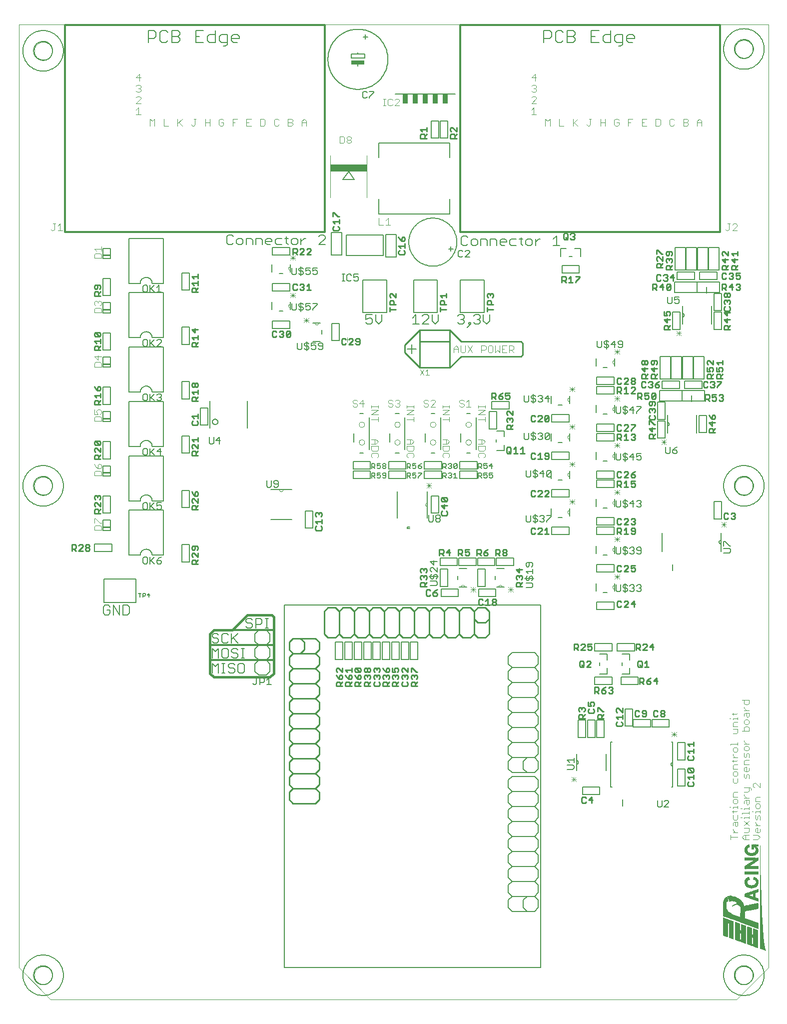
<source format=gto>
G75*
G70*
%OFA0B0*%
%FSLAX24Y24*%
%IPPOS*%
%LPD*%
%AMOC8*
5,1,8,0,0,1.08239X$1,22.5*
%
%ADD10R,0.0009X0.0018*%
%ADD11R,0.0009X0.0036*%
%ADD12R,0.0009X0.0054*%
%ADD13R,0.0009X0.0090*%
%ADD14R,0.0009X0.0117*%
%ADD15R,0.0009X0.0153*%
%ADD16R,0.0009X0.0189*%
%ADD17R,0.0009X0.0243*%
%ADD18R,0.0009X0.0279*%
%ADD19R,0.0009X0.0342*%
%ADD20R,0.0009X0.0387*%
%ADD21R,0.0009X0.0459*%
%ADD22R,0.0009X0.0522*%
%ADD23R,0.0009X0.0594*%
%ADD24R,0.0009X0.0675*%
%ADD25R,0.0009X0.0765*%
%ADD26R,0.0009X0.0846*%
%ADD27R,0.0009X0.0945*%
%ADD28R,0.0009X0.1053*%
%ADD29R,0.0009X0.1152*%
%ADD30R,0.0009X0.1278*%
%ADD31R,0.0009X0.1395*%
%ADD32R,0.0009X0.1530*%
%ADD33R,0.0009X0.1674*%
%ADD34R,0.0009X0.1818*%
%ADD35R,0.0009X0.1971*%
%ADD36R,0.0009X0.2142*%
%ADD37R,0.0009X0.2322*%
%ADD38R,0.0009X0.2511*%
%ADD39R,0.0009X0.2718*%
%ADD40R,0.0009X0.2925*%
%ADD41R,0.0009X0.3150*%
%ADD42R,0.0009X0.3402*%
%ADD43R,0.0009X0.3654*%
%ADD44R,0.0009X0.3933*%
%ADD45R,0.0009X0.4230*%
%ADD46R,0.0009X0.4563*%
%ADD47R,0.0009X0.4914*%
%ADD48R,0.0009X0.5301*%
%ADD49R,0.0009X0.5742*%
%ADD50R,0.0009X0.6246*%
%ADD51R,0.0009X0.6858*%
%ADD52R,0.0009X0.0180*%
%ADD53R,0.0009X0.0162*%
%ADD54R,0.0009X0.0369*%
%ADD55R,0.0009X0.0360*%
%ADD56R,0.0009X0.0171*%
%ADD57R,0.0009X0.0189*%
%ADD58R,0.0009X0.0252*%
%ADD59R,0.0009X0.0225*%
%ADD60R,0.0009X0.0144*%
%ADD61R,0.0009X0.1161*%
%ADD62R,0.0009X0.0378*%
%ADD63R,0.0009X0.0198*%
%ADD64R,0.0009X0.0306*%
%ADD65R,0.0009X0.0270*%
%ADD66R,0.0009X0.0351*%
%ADD67R,0.0009X0.1170*%
%ADD68R,0.0009X0.0369*%
%ADD69R,0.0009X0.0369*%
%ADD70R,0.0009X0.0180*%
%ADD71R,0.0009X0.0198*%
%ADD72R,0.0009X0.0387*%
%ADD73R,0.0009X0.0189*%
%ADD74R,0.0009X0.0162*%
%ADD75R,0.0009X0.0423*%
%ADD76R,0.0009X0.0207*%
%ADD77R,0.0009X0.1170*%
%ADD78R,0.0009X0.0441*%
%ADD79R,0.0009X0.0216*%
%ADD80R,0.0009X0.0387*%
%ADD81R,0.0009X0.0369*%
%ADD82R,0.0009X0.0477*%
%ADD83R,0.0009X0.0414*%
%ADD84R,0.0009X0.0495*%
%ADD85R,0.0009X0.0432*%
%ADD86R,0.0009X0.0513*%
%ADD87R,0.0009X0.0234*%
%ADD88R,0.0009X0.0450*%
%ADD89R,0.0009X0.0531*%
%ADD90R,0.0009X0.0468*%
%ADD91R,0.0009X0.0549*%
%ADD92R,0.0009X0.0486*%
%ADD93R,0.0009X0.0567*%
%ADD94R,0.0009X0.0252*%
%ADD95R,0.0009X0.0585*%
%ADD96R,0.0009X0.0261*%
%ADD97R,0.0009X0.0675*%
%ADD98R,0.0009X0.1161*%
%ADD99R,0.0009X0.0378*%
%ADD100R,0.0009X0.0594*%
%ADD101R,0.0009X0.0261*%
%ADD102R,0.0009X0.0684*%
%ADD103R,0.0009X0.0612*%
%ADD104R,0.0009X0.0684*%
%ADD105R,0.0009X0.0630*%
%ADD106R,0.0009X0.0693*%
%ADD107R,0.0009X0.0288*%
%ADD108R,0.0009X0.0333*%
%ADD109R,0.0009X0.0297*%
%ADD110R,0.0009X0.0171*%
%ADD111R,0.0009X0.0243*%
%ADD112R,0.0009X0.0297*%
%ADD113R,0.0009X0.0279*%
%ADD114R,0.0009X0.0234*%
%ADD115R,0.0009X0.0234*%
%ADD116R,0.0009X0.0315*%
%ADD117R,0.0009X0.0666*%
%ADD118R,0.0009X0.0657*%
%ADD119R,0.0009X0.0216*%
%ADD120R,0.0009X0.0324*%
%ADD121R,0.0009X0.0225*%
%ADD122R,0.0009X0.0648*%
%ADD123R,0.0009X0.0207*%
%ADD124R,0.0009X0.0639*%
%ADD125R,0.0009X0.0342*%
%ADD126R,0.0009X0.0621*%
%ADD127R,0.0009X0.0207*%
%ADD128R,0.0009X0.0351*%
%ADD129R,0.0009X0.0621*%
%ADD130R,0.0009X0.0603*%
%ADD131R,0.0009X0.0135*%
%ADD132R,0.0009X0.0342*%
%ADD133R,0.0009X0.0099*%
%ADD134R,0.0009X0.0576*%
%ADD135R,0.0009X0.0045*%
%ADD136R,0.0009X0.0396*%
%ADD137R,0.0009X0.0135*%
%ADD138R,0.0009X0.0009*%
%ADD139R,0.0009X0.0405*%
%ADD140R,0.0009X0.0567*%
%ADD141R,0.0009X0.0414*%
%ADD142R,0.0009X0.0162*%
%ADD143R,0.0009X0.0360*%
%ADD144R,0.0009X0.0144*%
%ADD145R,0.0009X0.0189*%
%ADD146R,0.0009X0.0036*%
%ADD147R,0.0009X0.0396*%
%ADD148R,0.0009X0.0027*%
%ADD149R,0.0009X0.0063*%
%ADD150R,0.0009X0.0108*%
%ADD151R,0.0009X0.0162*%
%ADD152R,0.0009X0.0342*%
%ADD153R,0.0009X0.0207*%
%ADD154R,0.0009X0.0324*%
%ADD155R,0.0009X0.0306*%
%ADD156R,0.0009X0.0315*%
%ADD157R,0.0009X0.0297*%
%ADD158R,0.0009X0.0612*%
%ADD159R,0.0009X0.0558*%
%ADD160R,0.0009X0.0531*%
%ADD161R,0.0009X0.0252*%
%ADD162R,0.0009X0.0513*%
%ADD163R,0.0009X0.0459*%
%ADD164R,0.0009X0.0450*%
%ADD165R,0.0009X0.0414*%
%ADD166R,0.0009X0.1215*%
%ADD167R,0.0009X0.1215*%
%ADD168R,0.0009X0.1206*%
%ADD169R,0.0009X0.1197*%
%ADD170R,0.0009X0.1179*%
%ADD171R,0.0009X0.1188*%
%ADD172R,0.0009X0.1188*%
%ADD173R,0.0009X0.1224*%
%ADD174R,0.0009X0.1260*%
%ADD175R,0.0009X0.1296*%
%ADD176R,0.0009X0.1305*%
%ADD177R,0.0009X0.1323*%
%ADD178R,0.0009X0.1332*%
%ADD179R,0.0009X0.1350*%
%ADD180R,0.0009X0.1368*%
%ADD181R,0.0009X0.1368*%
%ADD182R,0.0009X0.1386*%
%ADD183R,0.0009X0.1404*%
%ADD184R,0.0009X0.1413*%
%ADD185R,0.0009X0.1422*%
%ADD186R,0.0009X0.1422*%
%ADD187R,0.0009X0.1440*%
%ADD188R,0.0009X0.1449*%
%ADD189R,0.0009X0.1179*%
%ADD190R,0.0009X0.1458*%
%ADD191R,0.0009X0.1458*%
%ADD192R,0.0009X0.1467*%
%ADD193R,0.0009X0.1476*%
%ADD194R,0.0009X0.0144*%
%ADD195R,0.0009X0.1485*%
%ADD196R,0.0009X0.1494*%
%ADD197R,0.0009X0.0459*%
%ADD198R,0.0009X0.1179*%
%ADD199R,0.0009X0.0441*%
%ADD200R,0.0009X0.0432*%
%ADD201R,0.0009X0.0432*%
%ADD202R,0.0009X0.1179*%
%ADD203R,0.0009X0.0468*%
%ADD204R,0.0009X0.0486*%
%ADD205R,0.0009X0.0072*%
%ADD206R,0.0009X0.0054*%
%ADD207R,0.0009X0.0045*%
%ADD208R,0.0009X0.0054*%
%ADD209R,0.0009X0.0072*%
%ADD210R,0.0009X0.0324*%
%ADD211R,0.0009X0.0081*%
%ADD212R,0.0009X0.0081*%
%ADD213R,0.0009X0.0072*%
%ADD214R,0.0009X0.0027*%
%ADD215R,0.0009X0.0324*%
%ADD216R,0.0009X0.0279*%
%ADD217R,0.0009X0.0405*%
%ADD218R,0.0009X0.0027*%
%ADD219R,0.0009X0.0252*%
%ADD220R,0.0009X0.0063*%
%ADD221R,0.0009X0.0540*%
%ADD222R,0.0009X0.0558*%
%ADD223R,0.0009X0.0972*%
%ADD224R,0.0009X0.1008*%
%ADD225R,0.0009X0.1314*%
%ADD226R,0.0009X0.1314*%
%ADD227R,0.0009X0.1287*%
%ADD228R,0.0009X0.1260*%
%ADD229R,0.0009X0.1251*%
%ADD230R,0.0009X0.1242*%
%ADD231R,0.0009X0.1197*%
%ADD232R,0.0009X0.1152*%
%ADD233R,0.0009X0.1143*%
%ADD234R,0.0009X0.1116*%
%ADD235R,0.0009X0.1089*%
%ADD236R,0.0009X0.1062*%
%ADD237R,0.0009X0.1035*%
%ADD238R,0.0009X0.0999*%
%ADD239R,0.0009X0.0954*%
%ADD240R,0.0009X0.0909*%
%ADD241R,0.0009X0.0819*%
%ADD242C,0.0040*%
%ADD243C,0.0000*%
%ADD244C,0.0060*%
%ADD245C,0.0100*%
%ADD246C,0.0080*%
%ADD247C,0.0160*%
%ADD248C,0.0120*%
%ADD249C,0.0050*%
%ADD250R,0.0380X0.0660*%
%ADD251C,0.0090*%
%ADD252C,0.0030*%
%ADD253R,0.0900X0.0250*%
%ADD254C,0.0070*%
%ADD255R,0.2441X0.0492*%
D10*
X047709Y006398D03*
X049941Y003446D03*
D11*
X049932Y003455D03*
X047952Y006506D03*
X047943Y006506D03*
X047727Y006407D03*
D12*
X047916Y006506D03*
X047934Y006506D03*
X047988Y006524D03*
X049923Y003473D03*
D13*
X049914Y003491D03*
X047331Y006524D03*
X048852Y008207D03*
D14*
X049905Y003504D03*
D15*
X049896Y003531D03*
D16*
X049887Y003549D03*
X048564Y007131D03*
X048834Y007230D03*
X048861Y007239D03*
X048888Y007248D03*
X048933Y007266D03*
X048942Y007266D03*
X048969Y007275D03*
X048987Y007284D03*
X048996Y007284D03*
X049014Y007293D03*
X049023Y007293D03*
X049059Y007311D03*
X049068Y007311D03*
X049077Y007311D03*
X049086Y007320D03*
X049257Y007374D03*
X049284Y007383D03*
X049338Y007401D03*
X049041Y007698D03*
X049032Y007698D03*
X049023Y007698D03*
X048978Y007698D03*
X048969Y007698D03*
X048951Y007698D03*
X048951Y008976D03*
X048942Y008976D03*
X048933Y008976D03*
X048924Y008976D03*
X048906Y008976D03*
X048897Y008976D03*
X048969Y008976D03*
X048978Y008976D03*
X048987Y008976D03*
X048996Y008976D03*
X049014Y008976D03*
X049023Y008976D03*
X049032Y008976D03*
X049041Y008976D03*
X049059Y008976D03*
X049068Y008976D03*
X049077Y008976D03*
X049086Y008976D03*
X049104Y008976D03*
X049113Y008976D03*
X049122Y008976D03*
X049131Y008976D03*
X049149Y008976D03*
X049158Y008976D03*
X049167Y008976D03*
X049176Y008976D03*
X049194Y008976D03*
X049203Y008976D03*
X049212Y008976D03*
X049221Y008976D03*
X049239Y008976D03*
X049248Y008976D03*
X049257Y008976D03*
X049266Y008976D03*
X049284Y008976D03*
X049293Y008976D03*
X049302Y008976D03*
X049311Y008976D03*
X049329Y008976D03*
X049338Y008976D03*
X049347Y008976D03*
X049356Y008976D03*
X049374Y008976D03*
X049383Y008976D03*
X049392Y008976D03*
X049401Y008976D03*
X049419Y008976D03*
X049428Y008976D03*
X049428Y009534D03*
X049086Y009534D03*
X049077Y009534D03*
X049068Y009534D03*
X049059Y009534D03*
X049041Y009534D03*
X049032Y009534D03*
X049023Y009534D03*
X049014Y009534D03*
X048996Y009534D03*
X048987Y009534D03*
X048978Y009534D03*
X048969Y009534D03*
X048951Y009534D03*
X048942Y009534D03*
X048933Y009534D03*
X048924Y009534D03*
X048906Y009534D03*
X048897Y009534D03*
X048888Y009534D03*
X048879Y009534D03*
X048861Y009534D03*
X048852Y009534D03*
X048843Y009534D03*
X048834Y009534D03*
X048816Y009534D03*
X048807Y009534D03*
X048798Y009534D03*
X048789Y009534D03*
X048771Y009534D03*
X048762Y009534D03*
X048753Y009534D03*
X048744Y009534D03*
X048726Y009534D03*
X048717Y009534D03*
X048708Y009534D03*
X048699Y009534D03*
X048681Y009534D03*
X048672Y009534D03*
X048663Y009534D03*
X048654Y009534D03*
X048636Y009534D03*
X048627Y009534D03*
X048618Y009534D03*
X048609Y009534D03*
X048591Y009534D03*
X048582Y009534D03*
X048573Y009534D03*
X048942Y009858D03*
X048951Y009858D03*
X049041Y009858D03*
X049149Y010434D03*
X049158Y010434D03*
X048564Y008985D03*
X047466Y006978D03*
D17*
X047421Y005394D03*
X047466Y005376D03*
X047493Y005368D03*
X048726Y007789D03*
X048726Y008194D03*
X048636Y009004D03*
X048627Y009004D03*
X049347Y009508D03*
X049356Y009508D03*
X049257Y009930D03*
X049266Y009939D03*
X049248Y010408D03*
X048726Y010354D03*
X049878Y003576D03*
D18*
X049869Y003603D03*
X048699Y007131D03*
X049293Y008166D03*
X048681Y009021D03*
X049293Y009489D03*
X049302Y009489D03*
X048717Y009966D03*
D19*
X049410Y010124D03*
X048780Y007136D03*
X047835Y006884D03*
X047970Y005606D03*
X048060Y005570D03*
X048195Y005525D03*
X049860Y003635D03*
D20*
X049851Y003666D03*
X047556Y005773D03*
X047538Y005781D03*
D21*
X047412Y005863D03*
X048078Y006718D03*
X048087Y006718D03*
X049842Y003703D03*
D22*
X049833Y003734D03*
X048267Y006560D03*
D23*
X047331Y005957D03*
X048681Y007991D03*
X048681Y010151D03*
X049824Y003779D03*
D24*
X049815Y003820D03*
D25*
X049806Y003865D03*
X048267Y005710D03*
D26*
X049797Y003914D03*
D27*
X049788Y003964D03*
D28*
X049779Y004018D03*
D29*
X049770Y004076D03*
D30*
X049761Y004139D03*
X047259Y006326D03*
D31*
X048402Y005970D03*
X049752Y004206D03*
D32*
X049743Y004274D03*
D33*
X049734Y004346D03*
D34*
X049725Y004427D03*
D35*
X049716Y004503D03*
D36*
X049707Y004589D03*
D37*
X049698Y004688D03*
D38*
X049689Y004783D03*
D39*
X049680Y004886D03*
D40*
X049671Y004999D03*
D41*
X049662Y005111D03*
D42*
X049653Y005237D03*
D43*
X049644Y005372D03*
D44*
X049635Y005511D03*
D45*
X049626Y005669D03*
D46*
X049617Y005835D03*
D47*
X049608Y006011D03*
D48*
X049599Y006213D03*
D49*
X049590Y006434D03*
D50*
X049581Y006686D03*
D51*
X049572Y007001D03*
D52*
X049419Y006830D03*
X049401Y006839D03*
X049392Y006839D03*
X049383Y006839D03*
X049374Y006848D03*
X049356Y006848D03*
X049347Y006857D03*
X049338Y006857D03*
X049329Y006857D03*
X049311Y006866D03*
X049302Y006866D03*
X049293Y006875D03*
X049284Y006875D03*
X049266Y006884D03*
X049257Y006884D03*
X049077Y006947D03*
X049059Y006956D03*
X049032Y006965D03*
X049023Y006965D03*
X048996Y006974D03*
X048978Y006983D03*
X048951Y006992D03*
X048924Y007001D03*
X048897Y007010D03*
X048843Y007028D03*
X048816Y007226D03*
X048843Y007235D03*
X048852Y007235D03*
X048879Y007244D03*
X048897Y007253D03*
X048924Y007262D03*
X048951Y007271D03*
X048978Y007280D03*
X049032Y007298D03*
X049446Y008000D03*
X049149Y008261D03*
X049437Y008603D03*
X048564Y008603D03*
X048834Y010403D03*
X047403Y006839D03*
D53*
X047457Y006992D03*
X049446Y010133D03*
X049428Y010448D03*
X049419Y010448D03*
X049401Y010448D03*
X049392Y010448D03*
X049383Y010448D03*
X049374Y010448D03*
X049356Y010448D03*
X049347Y010448D03*
X049338Y010448D03*
D54*
X049401Y010119D03*
X049167Y009444D03*
X049158Y009444D03*
X048816Y009066D03*
X047664Y006906D03*
X047646Y006906D03*
X047637Y006906D03*
X047628Y006906D03*
X047619Y006906D03*
X047601Y006906D03*
X047592Y006906D03*
X047583Y006906D03*
X047574Y006906D03*
X047556Y006906D03*
X047547Y006906D03*
X047592Y005754D03*
X047619Y005745D03*
X047628Y005736D03*
X047637Y005736D03*
X048618Y005385D03*
X048717Y005349D03*
X048744Y005340D03*
X048816Y005313D03*
X048843Y005304D03*
X048942Y005268D03*
X048969Y005259D03*
X049014Y005241D03*
X049068Y005223D03*
X049113Y005205D03*
X049212Y005169D03*
X049239Y005160D03*
X049266Y005151D03*
X049311Y005133D03*
X049338Y005124D03*
X049392Y005106D03*
X049437Y005088D03*
X049239Y006375D03*
X049221Y006375D03*
X049176Y006366D03*
X049086Y006348D03*
X049077Y006348D03*
X049041Y006339D03*
X049032Y006339D03*
X049023Y006339D03*
X048996Y006330D03*
X048987Y006330D03*
X048978Y006330D03*
X048942Y006321D03*
X048933Y006321D03*
X048843Y006303D03*
X048834Y006303D03*
X048798Y006294D03*
X048789Y006294D03*
X048753Y006285D03*
X048744Y006285D03*
X048699Y006276D03*
X048591Y006258D03*
X049266Y006384D03*
X049284Y006384D03*
X049329Y006393D03*
X049419Y006411D03*
X049428Y006411D03*
D55*
X049437Y006416D03*
X049401Y006407D03*
X049392Y006407D03*
X049356Y006398D03*
X049347Y006398D03*
X049338Y006398D03*
X049311Y006389D03*
X049302Y006389D03*
X049293Y006389D03*
X049257Y006380D03*
X049248Y006380D03*
X049212Y006371D03*
X049203Y006371D03*
X049194Y006371D03*
X049167Y006362D03*
X049158Y006362D03*
X049149Y006362D03*
X049113Y006353D03*
X049104Y006353D03*
X049068Y006344D03*
X049059Y006344D03*
X049014Y006335D03*
X048969Y006326D03*
X048951Y006326D03*
X048924Y006317D03*
X048906Y006317D03*
X048861Y006308D03*
X048852Y006308D03*
X048816Y006299D03*
X048807Y006299D03*
X048771Y006290D03*
X048762Y006290D03*
X048726Y006281D03*
X048717Y006281D03*
X048708Y006281D03*
X048681Y006272D03*
X048672Y006272D03*
X048663Y006272D03*
X048636Y006263D03*
X048627Y006263D03*
X048618Y006263D03*
X048609Y006263D03*
X048582Y006254D03*
X048573Y006254D03*
X048807Y007136D03*
X047772Y006893D03*
X047727Y006902D03*
X047718Y006902D03*
X047709Y006902D03*
X047691Y006902D03*
X047682Y006902D03*
X047673Y006902D03*
X047358Y006857D03*
X047646Y005732D03*
X047664Y005723D03*
X047673Y005723D03*
X047682Y005714D03*
X047691Y005714D03*
X047709Y005705D03*
X047718Y005705D03*
X047727Y005696D03*
X047736Y005696D03*
X047754Y005687D03*
X047781Y005678D03*
X048807Y009062D03*
X049176Y009449D03*
D56*
X049437Y009534D03*
X049437Y008976D03*
X048564Y009534D03*
X048816Y007041D03*
X048834Y007033D03*
X048852Y007023D03*
X048861Y007023D03*
X048879Y007014D03*
X048888Y007014D03*
X048906Y007005D03*
X048933Y006996D03*
X048942Y006996D03*
X048969Y006988D03*
X048987Y006978D03*
X049014Y006969D03*
X049041Y006960D03*
X049068Y006951D03*
X049086Y006943D03*
X049248Y006888D03*
X049428Y006825D03*
X049437Y006825D03*
X048303Y004683D03*
X048294Y004683D03*
X048276Y004693D03*
X048267Y004693D03*
X048258Y004693D03*
X048249Y004701D03*
X049041Y004413D03*
X049059Y004404D03*
X049068Y004404D03*
X049077Y004395D03*
X049086Y004395D03*
X049104Y004386D03*
X049113Y004386D03*
X047322Y006519D03*
D57*
X048906Y007258D03*
X049041Y007303D03*
X049311Y007393D03*
X049437Y007438D03*
D58*
X049437Y008000D03*
X049284Y008189D03*
X048564Y008000D03*
X048654Y007136D03*
X048663Y007136D03*
X047484Y006956D03*
X047439Y005390D03*
X047448Y005381D03*
X047457Y005381D03*
X048564Y010160D03*
X048717Y010340D03*
D59*
X048744Y010371D03*
X048744Y009930D03*
X048753Y009921D03*
X049221Y009904D03*
X049239Y009913D03*
X049248Y009921D03*
X049437Y010129D03*
X049374Y009516D03*
X049077Y009310D03*
X049023Y009274D03*
X048996Y009255D03*
X048969Y009238D03*
X048942Y009220D03*
X048609Y008995D03*
X048753Y008220D03*
X048744Y008211D03*
X048744Y007770D03*
X048753Y007761D03*
X049248Y007761D03*
X049266Y008211D03*
X048618Y007131D03*
D60*
X048231Y004121D03*
X048258Y004112D03*
X048276Y004103D03*
X048303Y004094D03*
X049437Y010448D03*
D61*
X048726Y004458D03*
X048924Y004386D03*
X048951Y004378D03*
X049023Y004350D03*
X049122Y004314D03*
X049149Y004305D03*
X049176Y004296D03*
X049221Y004278D03*
X049248Y004269D03*
X049347Y004233D03*
X049374Y004224D03*
X049401Y004215D03*
X049419Y004206D03*
X049428Y004206D03*
D62*
X049428Y005093D03*
X049419Y005093D03*
X049401Y005102D03*
X049383Y005111D03*
X049374Y005111D03*
X049356Y005120D03*
X049347Y005120D03*
X049329Y005129D03*
X049302Y005138D03*
X049284Y005147D03*
X049257Y005156D03*
X049248Y005156D03*
X049221Y005165D03*
X049203Y005174D03*
X049194Y005174D03*
X049176Y005183D03*
X049158Y005192D03*
X049149Y005192D03*
X049131Y005201D03*
X049122Y005201D03*
X049104Y005210D03*
X049086Y005219D03*
X049077Y005219D03*
X049059Y005228D03*
X049032Y005237D03*
X049023Y005237D03*
X048996Y005246D03*
X048987Y005255D03*
X048978Y005255D03*
X048951Y005264D03*
X048933Y005273D03*
X048924Y005273D03*
X048906Y005282D03*
X048897Y005282D03*
X048888Y005291D03*
X048879Y005291D03*
X048861Y005300D03*
X048852Y005300D03*
X048834Y005309D03*
X048807Y005318D03*
X048798Y005318D03*
X048789Y005327D03*
X048771Y005327D03*
X048762Y005336D03*
X048753Y005336D03*
X048726Y005345D03*
X048708Y005354D03*
X048699Y005354D03*
X048681Y005363D03*
X048672Y005363D03*
X048663Y005372D03*
X048654Y005372D03*
X048636Y005381D03*
X048627Y005381D03*
X048609Y005390D03*
X048591Y005399D03*
X048582Y005399D03*
X048573Y005399D03*
X047601Y005750D03*
X047583Y005759D03*
X047574Y005768D03*
X047547Y005777D03*
X047538Y006902D03*
X048834Y009071D03*
X048843Y009071D03*
X049149Y009440D03*
D63*
X049419Y009530D03*
X049167Y009881D03*
X049131Y009872D03*
X049122Y009872D03*
X049104Y009863D03*
X049086Y009863D03*
X049077Y009863D03*
X049068Y009863D03*
X049059Y009863D03*
X049032Y009854D03*
X049023Y009854D03*
X049014Y009854D03*
X048996Y009854D03*
X048987Y009854D03*
X048978Y009854D03*
X048969Y009854D03*
X048933Y009863D03*
X048924Y009863D03*
X048906Y009863D03*
X048897Y009863D03*
X048888Y009863D03*
X048879Y009872D03*
X048861Y009872D03*
X048852Y009872D03*
X048834Y009881D03*
X048807Y010403D03*
X048798Y010403D03*
X048816Y010412D03*
X049167Y010430D03*
X049176Y010430D03*
X049176Y008603D03*
X049167Y008603D03*
X049158Y008603D03*
X049149Y008603D03*
X049131Y008603D03*
X049122Y008603D03*
X049113Y008603D03*
X049104Y008603D03*
X049086Y008603D03*
X049077Y008603D03*
X049068Y008603D03*
X049059Y008603D03*
X049041Y008603D03*
X049032Y008603D03*
X049023Y008603D03*
X049014Y008603D03*
X048996Y008603D03*
X048987Y008603D03*
X048978Y008603D03*
X048969Y008603D03*
X048951Y008603D03*
X048942Y008603D03*
X048933Y008603D03*
X048924Y008603D03*
X048906Y008603D03*
X048897Y008603D03*
X048888Y008603D03*
X048879Y008603D03*
X048861Y008603D03*
X048852Y008603D03*
X048843Y008603D03*
X048834Y008603D03*
X048816Y008603D03*
X048807Y008603D03*
X048798Y008603D03*
X048789Y008603D03*
X048771Y008603D03*
X048762Y008603D03*
X048753Y008603D03*
X048744Y008603D03*
X048726Y008603D03*
X048717Y008603D03*
X048708Y008603D03*
X048699Y008603D03*
X048681Y008603D03*
X048672Y008603D03*
X048663Y008603D03*
X048654Y008603D03*
X048636Y008603D03*
X048627Y008603D03*
X048618Y008603D03*
X048609Y008603D03*
X048591Y008603D03*
X048582Y008603D03*
X048573Y008603D03*
X049194Y008603D03*
X049203Y008603D03*
X049212Y008603D03*
X049221Y008603D03*
X049239Y008603D03*
X049248Y008603D03*
X049257Y008603D03*
X049266Y008603D03*
X049284Y008603D03*
X049293Y008603D03*
X049302Y008603D03*
X049311Y008603D03*
X049329Y008603D03*
X049338Y008603D03*
X049347Y008603D03*
X049356Y008603D03*
X049374Y008603D03*
X049383Y008603D03*
X049392Y008603D03*
X049401Y008603D03*
X049419Y008603D03*
X049428Y008603D03*
X049212Y008243D03*
X049194Y008252D03*
X049176Y008261D03*
X049167Y008261D03*
X049158Y008261D03*
X049167Y007721D03*
X049131Y007712D03*
X049122Y007712D03*
X049113Y007703D03*
X049104Y007703D03*
X049086Y007703D03*
X049077Y007703D03*
X049068Y007703D03*
X049059Y007703D03*
X049014Y007694D03*
X048996Y007694D03*
X048987Y007694D03*
X048942Y007703D03*
X048933Y007703D03*
X048924Y007703D03*
X048906Y007703D03*
X048897Y007703D03*
X048888Y007703D03*
X048879Y007712D03*
X048861Y007712D03*
X048852Y007712D03*
X048843Y007721D03*
X048834Y007721D03*
X049248Y007370D03*
X049266Y007379D03*
X049293Y007388D03*
X049302Y007388D03*
X049329Y007397D03*
X049347Y007406D03*
X049356Y007406D03*
X049374Y007415D03*
X049383Y007415D03*
X049392Y007424D03*
X049401Y007424D03*
X049419Y007433D03*
X049428Y007433D03*
X048582Y007136D03*
X048573Y007136D03*
D64*
X048726Y007136D03*
X048573Y008000D03*
X048726Y009035D03*
X049257Y009476D03*
X049293Y009980D03*
X049419Y010124D03*
X048573Y010160D03*
X049428Y008000D03*
X047304Y006848D03*
D65*
X048681Y007136D03*
X048717Y007802D03*
X048672Y009017D03*
X049311Y009494D03*
X049284Y009962D03*
X049428Y010124D03*
D66*
X049194Y009453D03*
X048798Y009058D03*
X048789Y009058D03*
X048582Y007995D03*
X049419Y007995D03*
X048798Y007131D03*
X047808Y006888D03*
X047799Y006888D03*
X047781Y006888D03*
X047763Y006898D03*
X047754Y006898D03*
X047736Y006898D03*
X047367Y006861D03*
X047763Y005683D03*
X047772Y005683D03*
X047799Y005673D03*
X047808Y005664D03*
X047817Y005664D03*
X047826Y005655D03*
X047844Y005655D03*
X047853Y005646D03*
X047862Y005646D03*
X047889Y005638D03*
X047907Y005628D03*
X047934Y005619D03*
X047952Y005610D03*
X047979Y005601D03*
X048024Y005583D03*
X048051Y005574D03*
X048078Y005565D03*
X048177Y005529D03*
X048582Y010155D03*
D67*
X047295Y004976D03*
X047520Y004895D03*
X047565Y004877D03*
X047700Y004832D03*
X047745Y004814D03*
X047790Y004796D03*
X047925Y004751D03*
X047970Y004733D03*
X048015Y004715D03*
X048060Y004697D03*
X048150Y004670D03*
X048195Y004652D03*
X048375Y004589D03*
X048420Y004571D03*
X048465Y004553D03*
X048510Y004535D03*
X048555Y004517D03*
X048600Y004508D03*
X048735Y004454D03*
X048780Y004436D03*
X048870Y004409D03*
X048915Y004391D03*
X048960Y004373D03*
X049005Y004355D03*
X049140Y004310D03*
X049185Y004292D03*
X049230Y004274D03*
X049365Y004229D03*
X049410Y004211D03*
D68*
X049410Y005098D03*
X048915Y005278D03*
X048645Y006268D03*
X049140Y006358D03*
X049365Y006403D03*
X047655Y005728D03*
D69*
X047610Y005745D03*
X048645Y005376D03*
X048870Y005295D03*
X049140Y005196D03*
X049365Y005115D03*
X049185Y006366D03*
X049230Y006375D03*
X049275Y006384D03*
X049320Y006393D03*
X049410Y006411D03*
X048735Y006285D03*
X048690Y006276D03*
X048600Y006258D03*
X047655Y006906D03*
X047610Y006906D03*
X047565Y006906D03*
X048825Y009066D03*
D70*
X048555Y008000D03*
X048870Y007244D03*
X048825Y007226D03*
X048825Y007037D03*
X048870Y007019D03*
X049005Y006974D03*
X049050Y006956D03*
X049320Y006866D03*
X049365Y006848D03*
X049410Y006830D03*
X049005Y007289D03*
X048555Y010160D03*
D71*
X048825Y010412D03*
X049185Y010430D03*
X049140Y009872D03*
X049095Y009863D03*
X049050Y009863D03*
X049005Y009854D03*
X048960Y009854D03*
X048915Y009863D03*
X048870Y009872D03*
X049410Y009530D03*
X049410Y008603D03*
X049365Y008603D03*
X049320Y008603D03*
X049275Y008603D03*
X049230Y008603D03*
X049185Y008603D03*
X049140Y008603D03*
X049095Y008603D03*
X049050Y008603D03*
X049005Y008603D03*
X048960Y008603D03*
X048915Y008603D03*
X048870Y008603D03*
X048825Y008603D03*
X048780Y008603D03*
X048735Y008603D03*
X048690Y008603D03*
X048645Y008603D03*
X048600Y008603D03*
X048825Y008252D03*
X049185Y008252D03*
X049140Y007712D03*
X049095Y007703D03*
X049005Y007694D03*
X048915Y007703D03*
X048870Y007712D03*
X049275Y007379D03*
X049320Y007397D03*
X049365Y007415D03*
X049410Y007424D03*
D72*
X049410Y007995D03*
X049140Y009435D03*
X047520Y005790D03*
D73*
X048960Y007275D03*
X049095Y007320D03*
X049050Y007698D03*
X048960Y007698D03*
X048960Y008976D03*
X048915Y008976D03*
X049005Y008976D03*
X049050Y008976D03*
X049095Y008976D03*
X049140Y008976D03*
X049185Y008976D03*
X049230Y008976D03*
X049275Y008976D03*
X049320Y008976D03*
X049365Y008976D03*
X049410Y008976D03*
X049095Y009534D03*
X049050Y009534D03*
X049005Y009534D03*
X048960Y009534D03*
X048915Y009534D03*
X048870Y009534D03*
X048825Y009534D03*
X048780Y009534D03*
X048735Y009534D03*
X048690Y009534D03*
X048645Y009534D03*
X048600Y009534D03*
D74*
X049365Y010448D03*
X049410Y010448D03*
D75*
X049401Y007995D03*
X047448Y005835D03*
X047457Y005826D03*
D76*
X048798Y007734D03*
X048807Y007734D03*
X048816Y007725D03*
X049176Y007725D03*
X049194Y007734D03*
X049203Y007734D03*
X049239Y008229D03*
X048582Y008985D03*
X048573Y008985D03*
X048816Y009885D03*
X048807Y009894D03*
X048798Y009894D03*
X049176Y009885D03*
X049401Y009525D03*
X049203Y010425D03*
X049194Y010425D03*
X048771Y010389D03*
D77*
X047196Y006299D03*
X047124Y005039D03*
X047169Y005021D03*
X047196Y005012D03*
X047223Y005003D03*
X047268Y004985D03*
X047322Y004967D03*
X047349Y004958D03*
X047367Y004949D03*
X047394Y004940D03*
X047547Y004886D03*
X047574Y004877D03*
X047592Y004868D03*
X047619Y004859D03*
X047646Y004850D03*
X047664Y004841D03*
X047673Y004841D03*
X047691Y004832D03*
X047718Y004823D03*
X047763Y004805D03*
X047772Y004805D03*
X047799Y004796D03*
X047916Y004751D03*
X047943Y004742D03*
X047961Y004733D03*
X047988Y004724D03*
X047997Y004724D03*
X048024Y004715D03*
X048042Y004706D03*
X048069Y004697D03*
X048087Y004688D03*
X048096Y004688D03*
X048114Y004679D03*
X048123Y004679D03*
X048141Y004670D03*
X048159Y004661D03*
X048168Y004661D03*
X048186Y004652D03*
X048213Y004643D03*
X048222Y004643D03*
X048312Y004607D03*
X048321Y004607D03*
X048339Y004598D03*
X048348Y004598D03*
X048357Y004589D03*
X048366Y004589D03*
X048384Y004580D03*
X048393Y004580D03*
X048411Y004571D03*
X048438Y004562D03*
X048447Y004562D03*
X048456Y004553D03*
X048474Y004553D03*
X048483Y004544D03*
X048492Y004544D03*
X048519Y004535D03*
X048537Y004526D03*
X048546Y004526D03*
X048564Y004517D03*
X048573Y004517D03*
X048582Y004508D03*
X048591Y004508D03*
X048609Y004499D03*
X048744Y004454D03*
X048753Y004445D03*
X048762Y004445D03*
X048771Y004445D03*
X048789Y004436D03*
X048798Y004436D03*
X048807Y004427D03*
X048816Y004427D03*
X048834Y004418D03*
X048843Y004418D03*
X048852Y004409D03*
X048861Y004409D03*
X048879Y004400D03*
X048888Y004400D03*
X048897Y004400D03*
X048906Y004391D03*
X048933Y004382D03*
X048942Y004382D03*
X048969Y004373D03*
X048978Y004364D03*
X048987Y004364D03*
X048996Y004364D03*
X049014Y004355D03*
X049032Y004346D03*
X049131Y004310D03*
X049158Y004301D03*
X049167Y004301D03*
X049194Y004292D03*
X049203Y004283D03*
X049212Y004283D03*
X049239Y004274D03*
X049257Y004265D03*
X049266Y004265D03*
X049284Y004256D03*
X049293Y004256D03*
X049302Y004247D03*
X049311Y004247D03*
X049329Y004238D03*
X049338Y004238D03*
X049356Y004229D03*
X049383Y004220D03*
X049392Y004220D03*
D78*
X048213Y006636D03*
X048204Y006645D03*
X048186Y006663D03*
X048159Y006681D03*
X048141Y006690D03*
X048132Y006699D03*
X048123Y006699D03*
X049392Y007995D03*
X048609Y010155D03*
D79*
X048753Y010376D03*
X048762Y010385D03*
X049212Y010421D03*
X049221Y010421D03*
X049212Y009899D03*
X049203Y009899D03*
X049194Y009890D03*
X048789Y009899D03*
X048771Y009908D03*
X048762Y009917D03*
X049068Y009305D03*
X049059Y009296D03*
X049041Y009287D03*
X049032Y009278D03*
X049014Y009269D03*
X048987Y009251D03*
X048978Y009242D03*
X048951Y009224D03*
X048933Y009215D03*
X048924Y009206D03*
X048906Y009197D03*
X048897Y009188D03*
X049086Y009314D03*
X049383Y009521D03*
X049392Y009521D03*
X048591Y008990D03*
X048762Y008225D03*
X048771Y008225D03*
X048762Y007757D03*
X048771Y007748D03*
X048789Y007739D03*
X049212Y007739D03*
X049239Y007757D03*
X049257Y008216D03*
X049248Y008225D03*
X048609Y007136D03*
X047394Y006866D03*
D80*
X048249Y005520D03*
X048591Y007995D03*
X048852Y009075D03*
X049131Y009435D03*
X049392Y010119D03*
X048591Y010155D03*
D81*
X047529Y006898D03*
X048654Y006268D03*
X048879Y006313D03*
X048888Y006313D03*
X048897Y006313D03*
X049122Y006358D03*
X049131Y006358D03*
X049374Y006403D03*
X049383Y006403D03*
X049041Y005233D03*
X049167Y005188D03*
X049293Y005143D03*
D82*
X048033Y006735D03*
X047394Y005880D03*
X049383Y007995D03*
D83*
X049383Y010115D03*
D84*
X049338Y010110D03*
X048627Y010155D03*
X048627Y007995D03*
X049374Y007995D03*
X047376Y005899D03*
D85*
X047439Y005840D03*
X049374Y010115D03*
D86*
X049365Y007995D03*
D87*
X049275Y008198D03*
X049365Y009512D03*
D88*
X049365Y010115D03*
X048105Y006713D03*
D89*
X047358Y005916D03*
X049356Y007995D03*
D90*
X048618Y008000D03*
X048051Y006731D03*
X048042Y006731D03*
X048069Y006722D03*
X048249Y006596D03*
X047403Y005867D03*
X049356Y010115D03*
D91*
X048654Y010155D03*
X048654Y007995D03*
X049347Y007995D03*
D92*
X048258Y006578D03*
X048024Y006740D03*
X048006Y006740D03*
X049347Y010115D03*
D93*
X049338Y007995D03*
X048663Y007995D03*
D94*
X049338Y009503D03*
X048726Y009953D03*
X049257Y010403D03*
X047484Y005372D03*
D95*
X049131Y007131D03*
X049329Y007995D03*
X048672Y007995D03*
D96*
X048717Y008184D03*
X049284Y007798D03*
X048672Y007131D03*
X048663Y009013D03*
X048654Y009013D03*
X049329Y009498D03*
X049266Y010398D03*
D97*
X049329Y010191D03*
D98*
X048825Y004423D03*
X049275Y004260D03*
X049320Y004243D03*
D99*
X049320Y005129D03*
X049275Y005147D03*
X049230Y005165D03*
X049185Y005183D03*
X049095Y005210D03*
X049050Y005228D03*
X049005Y005246D03*
X048960Y005264D03*
X048825Y005309D03*
X048780Y005327D03*
X048735Y005345D03*
X048690Y005363D03*
X048600Y005390D03*
X047565Y005768D03*
D100*
X049140Y007136D03*
X049320Y007991D03*
D101*
X049320Y009498D03*
X049275Y009948D03*
D102*
X049320Y010187D03*
D103*
X048699Y010151D03*
X049311Y007991D03*
X049167Y007136D03*
D104*
X049311Y010187D03*
D105*
X048708Y010151D03*
X048708Y007991D03*
X049302Y007991D03*
X049194Y007136D03*
X048258Y005642D03*
D106*
X049302Y010183D03*
D107*
X049284Y009485D03*
X048699Y009026D03*
X049293Y007820D03*
X048708Y007136D03*
X047376Y006902D03*
D108*
X047331Y006853D03*
X047844Y006879D03*
X047853Y006879D03*
X047862Y006879D03*
X047871Y006879D03*
X047889Y006870D03*
X047979Y006834D03*
X047988Y006825D03*
X048771Y007131D03*
X048771Y009049D03*
X048762Y009049D03*
X049212Y009463D03*
X049221Y009463D03*
X049293Y010363D03*
D109*
X049284Y010380D03*
X049266Y009480D03*
X048717Y009030D03*
X048708Y009030D03*
D110*
X048915Y007005D03*
X048960Y006988D03*
X049095Y006943D03*
X049275Y006879D03*
X048285Y004683D03*
X048240Y004701D03*
X049050Y004404D03*
D111*
X048645Y007131D03*
X048735Y007779D03*
X048735Y008203D03*
X049275Y007789D03*
X048735Y009939D03*
D112*
X049275Y009480D03*
D113*
X049275Y010389D03*
X048690Y009021D03*
X048690Y007131D03*
D114*
X049266Y007775D03*
D115*
X049257Y007766D03*
X048636Y007136D03*
X048627Y007136D03*
X048618Y008999D03*
X049239Y010412D03*
D116*
X049239Y009471D03*
X049248Y009471D03*
X048744Y009040D03*
X048744Y007131D03*
X047313Y006853D03*
D117*
X049239Y007136D03*
D118*
X049230Y007131D03*
D119*
X049230Y007748D03*
X049230Y008234D03*
X048780Y008234D03*
X048960Y009233D03*
X049005Y009260D03*
X049095Y009323D03*
X048780Y009908D03*
X048600Y007136D03*
X047475Y006965D03*
D120*
X047970Y006839D03*
X049230Y009467D03*
D121*
X049050Y009291D03*
X048915Y009201D03*
X048600Y008995D03*
X049230Y009913D03*
X049230Y010416D03*
X048735Y010363D03*
D122*
X049212Y007136D03*
X049221Y007136D03*
D123*
X049158Y007716D03*
X049149Y007716D03*
X049221Y007744D03*
X049221Y008239D03*
X049203Y008248D03*
X048816Y008248D03*
X048807Y008248D03*
X048798Y008239D03*
X048789Y008239D03*
X048591Y007131D03*
X048843Y009876D03*
X049113Y009868D03*
X049149Y009876D03*
X049158Y009876D03*
X048789Y010399D03*
D124*
X049203Y007131D03*
D125*
X048231Y005507D03*
X048141Y005543D03*
X048132Y005543D03*
X048123Y005552D03*
X048114Y005552D03*
X048006Y005588D03*
X047997Y005597D03*
X047988Y005597D03*
X047898Y005633D03*
X047871Y005642D03*
X047349Y006857D03*
X049203Y009458D03*
X049131Y010358D03*
X049122Y010358D03*
X049113Y010358D03*
X049104Y010358D03*
X049086Y010358D03*
X049077Y010358D03*
X049068Y010358D03*
X049059Y010358D03*
X049041Y010358D03*
X049032Y010358D03*
X049023Y010358D03*
X049014Y010358D03*
D126*
X049185Y007131D03*
D127*
X049185Y007725D03*
X048825Y007725D03*
X048825Y009885D03*
X049185Y009885D03*
X048780Y010389D03*
D128*
X049185Y009453D03*
X047790Y006888D03*
X047745Y006898D03*
X047520Y006906D03*
X047745Y005691D03*
X047790Y005673D03*
X047835Y005655D03*
X047880Y005638D03*
X047925Y005619D03*
X048150Y005538D03*
D129*
X047322Y005979D03*
X049176Y007131D03*
X048699Y007995D03*
D130*
X049149Y007131D03*
X049158Y007131D03*
D131*
X049140Y008239D03*
X048240Y004116D03*
X049050Y003829D03*
X049095Y003810D03*
D132*
X048240Y005507D03*
X048105Y005552D03*
X048015Y005588D03*
X047340Y006857D03*
X048780Y009053D03*
X049005Y010358D03*
X049050Y010358D03*
X049095Y010358D03*
X049140Y010358D03*
D133*
X049131Y008220D03*
X047439Y007014D03*
X047421Y006789D03*
D134*
X049113Y007136D03*
X049122Y007136D03*
X048672Y010151D03*
D135*
X049122Y008203D03*
X047961Y006510D03*
X047736Y006411D03*
X047421Y007041D03*
D136*
X047493Y005804D03*
X047511Y005795D03*
X047529Y005786D03*
X048861Y009080D03*
X049122Y009431D03*
D137*
X048843Y010390D03*
X048843Y008220D03*
X047448Y007005D03*
X047412Y006816D03*
X048249Y004116D03*
X048267Y004108D03*
X048294Y004099D03*
X049041Y003829D03*
X049059Y003820D03*
X049068Y003820D03*
X049086Y003810D03*
X049104Y003801D03*
X049113Y003801D03*
D138*
X047412Y007050D03*
X049113Y008184D03*
D139*
X048879Y009085D03*
X049113Y009426D03*
X047484Y005809D03*
X047502Y005800D03*
D140*
X049104Y007131D03*
D141*
X048888Y009089D03*
X049104Y009422D03*
X047466Y005822D03*
D142*
X049095Y004391D03*
D143*
X047700Y005714D03*
X047700Y006902D03*
X048780Y006290D03*
X048825Y006299D03*
X048870Y006308D03*
X048915Y006317D03*
X048960Y006326D03*
X049005Y006335D03*
X049050Y006344D03*
X049095Y006353D03*
D144*
X049077Y003815D03*
D145*
X048915Y007258D03*
X049050Y007303D03*
D146*
X048870Y008180D03*
D147*
X048870Y009080D03*
D148*
X048870Y010344D03*
D149*
X048861Y010363D03*
X048861Y008194D03*
X047907Y006501D03*
X047898Y006501D03*
X047889Y006501D03*
X047772Y006439D03*
X047763Y006429D03*
X047754Y006420D03*
D150*
X048852Y010376D03*
D151*
X048834Y008234D03*
X048231Y004706D03*
D152*
X048222Y005516D03*
X048213Y005516D03*
X048204Y005516D03*
X048186Y005525D03*
X048168Y005534D03*
X048159Y005534D03*
X048096Y005561D03*
X048087Y005561D03*
X048069Y005570D03*
X048042Y005579D03*
X048033Y005579D03*
X047961Y005606D03*
X047943Y005615D03*
X047916Y005624D03*
X047997Y006821D03*
X047826Y006884D03*
X047817Y006884D03*
X048789Y007136D03*
D153*
X048780Y007744D03*
D154*
X048762Y007136D03*
X048753Y007136D03*
X047961Y006848D03*
X047952Y006848D03*
X047943Y006857D03*
X047934Y006857D03*
X047916Y006866D03*
X047907Y006866D03*
X047898Y006866D03*
X047322Y006857D03*
X048753Y009044D03*
D155*
X048735Y007136D03*
D156*
X047925Y006861D03*
X048735Y009040D03*
D157*
X048717Y007131D03*
X047502Y006934D03*
D158*
X048690Y007991D03*
X048690Y010151D03*
D159*
X048663Y010151D03*
D160*
X048645Y010155D03*
X048645Y007995D03*
D161*
X048645Y009008D03*
X047385Y006893D03*
X047475Y005372D03*
D162*
X047367Y005908D03*
X048636Y007995D03*
X048636Y010155D03*
D163*
X048618Y010155D03*
D164*
X048609Y008000D03*
X048096Y006713D03*
X048114Y006704D03*
X048222Y006632D03*
X048231Y006623D03*
X047421Y005858D03*
D165*
X048600Y008000D03*
X048600Y010160D03*
D166*
X047223Y006313D03*
X048564Y005826D03*
D167*
X048555Y005826D03*
D168*
X048546Y005831D03*
X047214Y006308D03*
D169*
X048528Y005826D03*
X048537Y005826D03*
D170*
X048132Y004674D03*
X048177Y004656D03*
X048051Y004701D03*
X048033Y004710D03*
X048006Y004719D03*
X047979Y004728D03*
X047934Y004746D03*
X047781Y004800D03*
X047754Y004809D03*
X047736Y004818D03*
X047727Y004818D03*
X047682Y004836D03*
X047637Y004854D03*
X047628Y004854D03*
X047601Y004863D03*
X047556Y004881D03*
X047538Y004890D03*
X047529Y004890D03*
X047511Y004899D03*
X047502Y004899D03*
X047412Y004935D03*
X047403Y004935D03*
X047376Y004944D03*
X047358Y004953D03*
X047313Y004971D03*
X047304Y004971D03*
X047286Y004980D03*
X047277Y004980D03*
X047259Y004989D03*
X047241Y004998D03*
X047232Y004998D03*
X047187Y005016D03*
X047178Y005016D03*
X047151Y005025D03*
X047142Y005034D03*
X047133Y005034D03*
X047106Y005043D03*
X048402Y004575D03*
X048429Y004566D03*
X048501Y004539D03*
X048528Y004530D03*
D171*
X048519Y005831D03*
X048501Y005831D03*
D172*
X048510Y005831D03*
D173*
X048492Y005858D03*
D174*
X048483Y005876D03*
D175*
X048474Y005894D03*
X047277Y006335D03*
D176*
X048465Y005908D03*
D177*
X048456Y005916D03*
D178*
X048447Y005930D03*
D179*
X048438Y005939D03*
D180*
X048429Y005948D03*
D181*
X048420Y005957D03*
D182*
X048411Y005966D03*
D183*
X048393Y005984D03*
D184*
X048384Y005989D03*
D185*
X048375Y005993D03*
D186*
X048366Y006002D03*
D187*
X048357Y006011D03*
D188*
X048348Y006015D03*
X048339Y006024D03*
D189*
X048330Y004603D03*
X047340Y004963D03*
X047205Y005008D03*
D190*
X048330Y006029D03*
D191*
X048321Y006038D03*
D192*
X048312Y006043D03*
D193*
X048303Y006047D03*
X048294Y006056D03*
D194*
X048285Y004103D03*
D195*
X048285Y006060D03*
D196*
X048276Y006065D03*
D197*
X048240Y006609D03*
D198*
X047583Y004873D03*
X047709Y004828D03*
X047952Y004738D03*
X048078Y004693D03*
X048204Y004648D03*
X047331Y004963D03*
X047214Y005008D03*
D199*
X047430Y005844D03*
X048195Y006654D03*
D200*
X048177Y006668D03*
X048168Y006677D03*
D201*
X048150Y006686D03*
D202*
X047610Y004863D03*
X047655Y004845D03*
X047385Y004944D03*
X047250Y004989D03*
X047160Y005025D03*
X047115Y005043D03*
X048105Y004683D03*
D203*
X048060Y006722D03*
D204*
X048015Y006740D03*
X047385Y005885D03*
D205*
X047781Y006443D03*
X047871Y006497D03*
X047997Y006533D03*
D206*
X047979Y006515D03*
D207*
X047970Y006510D03*
D208*
X047925Y006506D03*
X047745Y006416D03*
D209*
X047790Y006452D03*
X047880Y006497D03*
X047430Y007028D03*
D210*
X047880Y006875D03*
D211*
X047862Y006493D03*
X047853Y006493D03*
X047844Y006483D03*
X047826Y006474D03*
X047817Y006474D03*
X047808Y006465D03*
D212*
X047835Y006483D03*
D213*
X047799Y006461D03*
D214*
X047718Y006403D03*
D215*
X047511Y006920D03*
D216*
X047493Y006943D03*
D217*
X047475Y005818D03*
D218*
X047439Y006735D03*
D219*
X047430Y005390D03*
D220*
X047430Y006763D03*
D221*
X047349Y005930D03*
D222*
X047340Y005939D03*
D223*
X047313Y006155D03*
D224*
X047304Y006173D03*
D225*
X047295Y006335D03*
D226*
X047286Y006335D03*
D227*
X047268Y006330D03*
D228*
X047250Y006326D03*
D229*
X047241Y006321D03*
D230*
X047232Y006317D03*
D231*
X047205Y006304D03*
D232*
X047187Y006290D03*
D233*
X047178Y006285D03*
D234*
X047169Y006281D03*
D235*
X047160Y006268D03*
D236*
X047151Y006263D03*
D237*
X047142Y006250D03*
D238*
X047133Y006231D03*
D239*
X047124Y006218D03*
D240*
X047115Y006195D03*
D241*
X047106Y006150D03*
D242*
X047592Y010859D02*
X047592Y011165D01*
X047592Y011012D02*
X048052Y011012D01*
X048342Y011012D02*
X048495Y011165D01*
X048802Y011165D01*
X048725Y011319D02*
X048802Y011396D01*
X048802Y011626D01*
X048495Y011626D01*
X048495Y011779D02*
X048802Y012086D01*
X048802Y012240D02*
X048802Y012393D01*
X048802Y012316D02*
X048495Y012316D01*
X048495Y012240D01*
X048495Y012086D02*
X048802Y011779D01*
X049245Y011779D02*
X049552Y011779D01*
X049399Y011779D02*
X049245Y011933D01*
X049245Y012009D01*
X049322Y012163D02*
X049245Y012240D01*
X049245Y012470D01*
X049245Y012623D02*
X049245Y012700D01*
X049552Y012700D01*
X049552Y012623D02*
X049552Y012777D01*
X049475Y012930D02*
X049552Y013007D01*
X049552Y013160D01*
X049475Y013237D01*
X049322Y013237D01*
X049245Y013160D01*
X049245Y013007D01*
X049322Y012930D01*
X049475Y012930D01*
X049092Y012700D02*
X049015Y012700D01*
X048802Y012700D02*
X048802Y012547D01*
X048802Y012623D02*
X048342Y012623D01*
X048342Y012547D01*
X048342Y012316D02*
X048265Y012316D01*
X048052Y012240D02*
X048052Y012470D01*
X048052Y012240D02*
X047975Y012163D01*
X047822Y012163D01*
X047745Y012240D01*
X047745Y012470D01*
X047745Y012623D02*
X047745Y012777D01*
X047668Y012700D02*
X047975Y012700D01*
X048052Y012777D01*
X048052Y012930D02*
X048052Y013084D01*
X048052Y013007D02*
X047745Y013007D01*
X047745Y012930D01*
X047592Y013007D02*
X047515Y013007D01*
X047822Y013237D02*
X047975Y013237D01*
X048052Y013314D01*
X048052Y013467D01*
X047975Y013544D01*
X047822Y013544D01*
X047745Y013467D01*
X047745Y013314D01*
X047822Y013237D01*
X047745Y013698D02*
X047745Y013928D01*
X047822Y014005D01*
X048052Y014005D01*
X048052Y013698D02*
X047745Y013698D01*
X048495Y013774D02*
X048495Y013851D01*
X048495Y013774D02*
X048649Y013621D01*
X048802Y013621D02*
X048495Y013621D01*
X048572Y013467D02*
X048802Y013467D01*
X048802Y013237D01*
X048725Y013160D01*
X048649Y013237D01*
X048649Y013467D01*
X048572Y013467D02*
X048495Y013391D01*
X048495Y013237D01*
X048495Y012930D02*
X048802Y012930D01*
X048802Y012854D02*
X048802Y013007D01*
X048495Y012930D02*
X048495Y012854D01*
X048342Y012930D02*
X048265Y012930D01*
X048052Y012009D02*
X048052Y011779D01*
X047975Y011703D01*
X047899Y011779D01*
X047899Y012009D01*
X047822Y012009D02*
X048052Y012009D01*
X047822Y012009D02*
X047745Y011933D01*
X047745Y011779D01*
X047745Y011549D02*
X047745Y011472D01*
X047899Y011319D01*
X048052Y011319D02*
X047745Y011319D01*
X048342Y011012D02*
X048495Y010859D01*
X048802Y010859D01*
X048572Y010859D02*
X048572Y011165D01*
X048495Y011319D02*
X048725Y011319D01*
X049092Y011165D02*
X049399Y011165D01*
X049552Y011012D01*
X049399Y010859D01*
X049092Y010859D01*
X049322Y011319D02*
X049245Y011396D01*
X049245Y011549D01*
X049322Y011626D01*
X049399Y011626D01*
X049399Y011319D01*
X049475Y011319D02*
X049322Y011319D01*
X049475Y011319D02*
X049552Y011396D01*
X049552Y011549D01*
X049552Y012163D02*
X049552Y012393D01*
X049475Y012470D01*
X049399Y012393D01*
X049399Y012240D01*
X049322Y012163D01*
X049245Y013391D02*
X049245Y013621D01*
X049322Y013698D01*
X049552Y013698D01*
X049552Y013391D02*
X049245Y013391D01*
X048725Y014005D02*
X048802Y014081D01*
X048802Y014311D01*
X048879Y014311D02*
X048955Y014235D01*
X048955Y014158D01*
X048879Y014311D02*
X048495Y014311D01*
X048495Y014005D02*
X048725Y014005D01*
X049092Y014388D02*
X049168Y014311D01*
X049092Y014388D02*
X049092Y014542D01*
X049168Y014618D01*
X049245Y014618D01*
X049552Y014311D01*
X049552Y014618D01*
X048802Y014925D02*
X048802Y015155D01*
X048725Y015232D01*
X048649Y015155D01*
X048649Y015002D01*
X048572Y014925D01*
X048495Y015002D01*
X048495Y015232D01*
X048572Y015386D02*
X048495Y015462D01*
X048495Y015616D01*
X048572Y015693D01*
X048649Y015693D01*
X048649Y015386D01*
X048725Y015386D02*
X048572Y015386D01*
X048725Y015386D02*
X048802Y015462D01*
X048802Y015616D01*
X048802Y015846D02*
X048495Y015846D01*
X048495Y016076D01*
X048572Y016153D01*
X048802Y016153D01*
X048802Y016306D02*
X048802Y016537D01*
X048725Y016613D01*
X048649Y016537D01*
X048649Y016383D01*
X048572Y016306D01*
X048495Y016383D01*
X048495Y016613D01*
X048572Y016767D02*
X048725Y016767D01*
X048802Y016844D01*
X048802Y016997D01*
X048725Y017074D01*
X048572Y017074D01*
X048495Y016997D01*
X048495Y016844D01*
X048572Y016767D01*
X048649Y017227D02*
X048495Y017381D01*
X048495Y017457D01*
X048495Y017227D02*
X048802Y017227D01*
X048802Y018071D02*
X048342Y018071D01*
X048495Y018071D02*
X048495Y018302D01*
X048572Y018378D01*
X048725Y018378D01*
X048802Y018302D01*
X048802Y018071D01*
X048725Y018532D02*
X048572Y018532D01*
X048495Y018608D01*
X048495Y018762D01*
X048572Y018839D01*
X048725Y018839D01*
X048802Y018762D01*
X048802Y018608D01*
X048725Y018532D01*
X048725Y018992D02*
X048649Y019069D01*
X048649Y019299D01*
X048572Y019299D02*
X048802Y019299D01*
X048802Y019069D01*
X048725Y018992D01*
X048495Y019069D02*
X048495Y019222D01*
X048572Y019299D01*
X048649Y019452D02*
X048495Y019606D01*
X048495Y019683D01*
X048572Y019836D02*
X048495Y019913D01*
X048495Y020143D01*
X048342Y020143D02*
X048802Y020143D01*
X048802Y019913D01*
X048725Y019836D01*
X048572Y019836D01*
X048495Y019452D02*
X048802Y019452D01*
X048052Y019299D02*
X047975Y019222D01*
X047668Y019222D01*
X047745Y019146D02*
X047745Y019299D01*
X047745Y018915D02*
X048052Y018915D01*
X048052Y018839D02*
X048052Y018992D01*
X048052Y018685D02*
X047822Y018685D01*
X047745Y018608D01*
X047745Y018378D01*
X048052Y018378D01*
X048052Y018225D02*
X047745Y018225D01*
X048052Y018225D02*
X048052Y017995D01*
X047975Y017918D01*
X047745Y017918D01*
X048052Y017304D02*
X048052Y017151D01*
X048052Y017227D02*
X047592Y017227D01*
X047592Y017151D01*
X047822Y016997D02*
X047745Y016920D01*
X047745Y016767D01*
X047822Y016690D01*
X047975Y016690D01*
X048052Y016767D01*
X048052Y016920D01*
X047975Y016997D01*
X047822Y016997D01*
X047745Y016537D02*
X047745Y016460D01*
X047899Y016306D01*
X048052Y016306D02*
X047745Y016306D01*
X047745Y016153D02*
X047745Y016000D01*
X047668Y016076D02*
X047975Y016076D01*
X048052Y016153D01*
X048052Y015846D02*
X047822Y015846D01*
X047745Y015769D01*
X047745Y015539D01*
X048052Y015539D01*
X047975Y015386D02*
X047822Y015386D01*
X047745Y015309D01*
X047745Y015155D01*
X047822Y015079D01*
X047975Y015079D01*
X048052Y015155D01*
X048052Y015309D01*
X047975Y015386D01*
X048052Y014925D02*
X048052Y014695D01*
X047975Y014618D01*
X047822Y014618D01*
X047745Y014695D01*
X047745Y014925D01*
X047745Y018839D02*
X047745Y018915D01*
X047592Y018915D02*
X047515Y018915D01*
X031129Y036302D02*
X031205Y036379D01*
X031205Y036532D01*
X031129Y036609D01*
X030822Y036609D01*
X030745Y036532D01*
X030745Y036379D01*
X030822Y036302D01*
X030822Y036763D02*
X031129Y036763D01*
X031205Y036839D01*
X031205Y037070D01*
X030745Y037070D01*
X030745Y036839D01*
X030822Y036763D01*
X030745Y037223D02*
X031052Y037223D01*
X031205Y037377D01*
X031052Y037530D01*
X030745Y037530D01*
X030975Y037530D02*
X030975Y037223D01*
X031205Y038706D02*
X031205Y039013D01*
X031205Y039166D02*
X030745Y039166D01*
X031205Y039473D01*
X030745Y039473D01*
X030745Y039627D02*
X030745Y039780D01*
X030745Y039703D02*
X031205Y039703D01*
X031205Y039627D02*
X031205Y039780D01*
X031205Y038859D02*
X030745Y038859D01*
X030262Y039695D02*
X029955Y039695D01*
X030109Y039695D02*
X030109Y040155D01*
X029955Y040002D01*
X029802Y040079D02*
X029725Y040155D01*
X029572Y040155D01*
X029495Y040079D01*
X029495Y040002D01*
X029572Y039925D01*
X029725Y039925D01*
X029802Y039848D01*
X029802Y039772D01*
X029725Y039695D01*
X029572Y039695D01*
X029495Y039772D01*
X028830Y039780D02*
X028830Y039627D01*
X028830Y039703D02*
X028370Y039703D01*
X028370Y039627D02*
X028370Y039780D01*
X028370Y039473D02*
X028830Y039473D01*
X028370Y039166D01*
X028830Y039166D01*
X028830Y039013D02*
X028830Y038706D01*
X028830Y038859D02*
X028370Y038859D01*
X027887Y039695D02*
X027580Y039695D01*
X027887Y040002D01*
X027887Y040079D01*
X027811Y040155D01*
X027657Y040155D01*
X027580Y040079D01*
X027427Y040079D02*
X027350Y040155D01*
X027197Y040155D01*
X027120Y040079D01*
X027120Y040002D01*
X027197Y039925D01*
X027350Y039925D01*
X027427Y039848D01*
X027427Y039772D01*
X027350Y039695D01*
X027197Y039695D01*
X027120Y039772D01*
X026455Y039780D02*
X026455Y039627D01*
X026455Y039703D02*
X025995Y039703D01*
X025995Y039627D02*
X025995Y039780D01*
X025995Y039473D02*
X026455Y039473D01*
X025995Y039166D01*
X026455Y039166D01*
X026455Y039013D02*
X026455Y038706D01*
X026455Y038859D02*
X025995Y038859D01*
X025436Y039695D02*
X025282Y039695D01*
X025205Y039772D01*
X025052Y039772D02*
X024975Y039695D01*
X024822Y039695D01*
X024745Y039772D01*
X024822Y039925D02*
X024975Y039925D01*
X025052Y039848D01*
X025052Y039772D01*
X024822Y039925D02*
X024745Y040002D01*
X024745Y040079D01*
X024822Y040155D01*
X024975Y040155D01*
X025052Y040079D01*
X025205Y040079D02*
X025282Y040155D01*
X025436Y040155D01*
X025512Y040079D01*
X025512Y040002D01*
X025436Y039925D01*
X025512Y039848D01*
X025512Y039772D01*
X025436Y039695D01*
X025436Y039925D02*
X025359Y039925D01*
X024080Y039780D02*
X024080Y039627D01*
X024080Y039703D02*
X023620Y039703D01*
X023620Y039627D02*
X023620Y039780D01*
X023620Y039473D02*
X024080Y039473D01*
X023620Y039166D01*
X024080Y039166D01*
X024080Y039013D02*
X024080Y038706D01*
X024080Y038859D02*
X023620Y038859D01*
X023061Y039695D02*
X023061Y040155D01*
X022830Y039925D01*
X023137Y039925D01*
X022677Y039848D02*
X022677Y039772D01*
X022600Y039695D01*
X022447Y039695D01*
X022370Y039772D01*
X022447Y039925D02*
X022600Y039925D01*
X022677Y039848D01*
X022677Y040079D02*
X022600Y040155D01*
X022447Y040155D01*
X022370Y040079D01*
X022370Y040002D01*
X022447Y039925D01*
X023620Y037530D02*
X023927Y037530D01*
X024080Y037377D01*
X023927Y037223D01*
X023620Y037223D01*
X023620Y037070D02*
X023620Y036839D01*
X023697Y036763D01*
X024004Y036763D01*
X024080Y036839D01*
X024080Y037070D01*
X023620Y037070D01*
X023850Y037223D02*
X023850Y037530D01*
X023697Y036609D02*
X023620Y036532D01*
X023620Y036379D01*
X023697Y036302D01*
X024004Y036302D02*
X024080Y036379D01*
X024080Y036532D01*
X024004Y036609D01*
X023697Y036609D01*
X025995Y036532D02*
X025995Y036379D01*
X026072Y036302D01*
X025995Y036532D02*
X026072Y036609D01*
X026379Y036609D01*
X026455Y036532D01*
X026455Y036379D01*
X026379Y036302D01*
X026379Y036763D02*
X026072Y036763D01*
X025995Y036839D01*
X025995Y037070D01*
X026455Y037070D01*
X026455Y036839D01*
X026379Y036763D01*
X026302Y037223D02*
X025995Y037223D01*
X026225Y037223D02*
X026225Y037530D01*
X026302Y037530D02*
X026455Y037377D01*
X026302Y037223D01*
X026302Y037530D02*
X025995Y037530D01*
X028370Y037530D02*
X028677Y037530D01*
X028830Y037377D01*
X028677Y037223D01*
X028370Y037223D01*
X028370Y037070D02*
X028370Y036839D01*
X028447Y036763D01*
X028754Y036763D01*
X028830Y036839D01*
X028830Y037070D01*
X028370Y037070D01*
X028600Y037223D02*
X028600Y037530D01*
X028447Y036609D02*
X028370Y036532D01*
X028370Y036379D01*
X028447Y036302D01*
X028754Y036302D02*
X028830Y036379D01*
X028830Y036532D01*
X028754Y036609D01*
X028447Y036609D01*
X027479Y041820D02*
X027238Y041820D01*
X027358Y041820D02*
X027358Y042180D01*
X027238Y042060D01*
X027110Y042180D02*
X026870Y041820D01*
X027110Y041820D02*
X026870Y042180D01*
X029120Y043320D02*
X029120Y043627D01*
X029273Y043780D01*
X029427Y043627D01*
X029427Y043320D01*
X029580Y043397D02*
X029657Y043320D01*
X029811Y043320D01*
X029887Y043397D01*
X029887Y043780D01*
X030041Y043780D02*
X030348Y043320D01*
X030041Y043320D02*
X030348Y043780D01*
X030962Y043780D02*
X031192Y043780D01*
X031268Y043704D01*
X031268Y043550D01*
X031192Y043473D01*
X030962Y043473D01*
X030962Y043320D02*
X030962Y043780D01*
X031422Y043704D02*
X031422Y043397D01*
X031499Y043320D01*
X031652Y043320D01*
X031729Y043397D01*
X031729Y043704D01*
X031652Y043780D01*
X031499Y043780D01*
X031422Y043704D01*
X031882Y043780D02*
X031882Y043320D01*
X032036Y043473D01*
X032189Y043320D01*
X032189Y043780D01*
X032343Y043780D02*
X032343Y043320D01*
X032650Y043320D01*
X032803Y043320D02*
X032803Y043780D01*
X033033Y043780D01*
X033110Y043704D01*
X033110Y043550D01*
X033033Y043473D01*
X032803Y043473D01*
X032957Y043473D02*
X033110Y043320D01*
X032650Y043780D02*
X032343Y043780D01*
X032343Y043550D02*
X032496Y043550D01*
X029580Y043397D02*
X029580Y043780D01*
X029427Y043550D02*
X029120Y043550D01*
X024887Y051820D02*
X024580Y051820D01*
X024427Y051820D02*
X024120Y051820D01*
X024120Y052280D01*
X024580Y052127D02*
X024734Y052280D01*
X024734Y051820D01*
X023322Y053648D02*
X023322Y056452D01*
X022276Y057344D02*
X022199Y057267D01*
X022045Y057267D01*
X021969Y057344D01*
X021969Y057421D01*
X022045Y057498D01*
X022199Y057498D01*
X022276Y057421D01*
X022276Y057344D01*
X022199Y057498D02*
X022276Y057574D01*
X022276Y057651D01*
X022199Y057728D01*
X022045Y057728D01*
X021969Y057651D01*
X021969Y057574D01*
X022045Y057498D01*
X021815Y057344D02*
X021815Y057651D01*
X021738Y057728D01*
X021508Y057728D01*
X021508Y057267D01*
X021738Y057267D01*
X021815Y057344D01*
X020878Y056452D02*
X020878Y053648D01*
X019289Y058432D02*
X019289Y058739D01*
X019136Y058893D01*
X018982Y058739D01*
X018982Y058432D01*
X018982Y058662D02*
X019289Y058662D01*
X018369Y058586D02*
X018369Y058509D01*
X018292Y058432D01*
X018062Y058432D01*
X018062Y058893D01*
X018292Y058893D01*
X018369Y058816D01*
X018369Y058739D01*
X018292Y058662D01*
X018062Y058662D01*
X018292Y058662D02*
X018369Y058586D01*
X017448Y058509D02*
X017371Y058432D01*
X017218Y058432D01*
X017141Y058509D01*
X017141Y058816D01*
X017218Y058893D01*
X017371Y058893D01*
X017448Y058816D01*
X016527Y058816D02*
X016450Y058893D01*
X016220Y058893D01*
X016220Y058432D01*
X016450Y058432D01*
X016527Y058509D01*
X016527Y058816D01*
X015606Y058893D02*
X015299Y058893D01*
X015299Y058432D01*
X015606Y058432D01*
X015453Y058662D02*
X015299Y058662D01*
X014685Y058893D02*
X014378Y058893D01*
X014378Y058432D01*
X014378Y058662D02*
X014532Y058662D01*
X013765Y058662D02*
X013611Y058662D01*
X013765Y058662D02*
X013765Y058509D01*
X013688Y058432D01*
X013534Y058432D01*
X013458Y058509D01*
X013458Y058816D01*
X013534Y058893D01*
X013688Y058893D01*
X013765Y058816D01*
X012844Y058893D02*
X012844Y058432D01*
X012844Y058662D02*
X012537Y058662D01*
X012537Y058432D02*
X012537Y058893D01*
X011923Y058893D02*
X011770Y058893D01*
X011846Y058893D02*
X011846Y058509D01*
X011770Y058432D01*
X011693Y058432D01*
X011616Y058509D01*
X011002Y058432D02*
X010772Y058662D01*
X010695Y058586D02*
X011002Y058893D01*
X010695Y058893D02*
X010695Y058432D01*
X010081Y058432D02*
X009775Y058432D01*
X009775Y058893D01*
X009161Y058893D02*
X009161Y058432D01*
X008854Y058432D02*
X008854Y058893D01*
X009007Y058739D01*
X009161Y058893D01*
X008240Y059182D02*
X007933Y059182D01*
X008086Y059182D02*
X008086Y059643D01*
X007933Y059489D01*
X007933Y059932D02*
X008240Y060239D01*
X008240Y060316D01*
X008163Y060393D01*
X008010Y060393D01*
X007933Y060316D01*
X008010Y060682D02*
X007933Y060759D01*
X008010Y060682D02*
X008163Y060682D01*
X008240Y060759D01*
X008240Y060836D01*
X008163Y060912D01*
X008086Y060912D01*
X008163Y060912D02*
X008240Y060989D01*
X008240Y061066D01*
X008163Y061143D01*
X008010Y061143D01*
X007933Y061066D01*
X008163Y061432D02*
X008163Y061893D01*
X007933Y061662D01*
X008240Y061662D01*
X008240Y059932D02*
X007933Y059932D01*
X002859Y051905D02*
X002859Y051445D01*
X003012Y051445D02*
X002705Y051445D01*
X002475Y051522D02*
X002475Y051905D01*
X002398Y051905D02*
X002552Y051905D01*
X002705Y051752D02*
X002859Y051905D01*
X002475Y051522D02*
X002398Y051445D01*
X002322Y051445D01*
X002245Y051522D01*
X005140Y050225D02*
X005601Y050225D01*
X005601Y050072D02*
X005601Y050379D01*
X005294Y050072D02*
X005140Y050225D01*
X005217Y049918D02*
X005140Y049842D01*
X005140Y049611D01*
X005601Y049611D01*
X005601Y049842D01*
X005524Y049918D01*
X005217Y049918D01*
X005217Y046754D02*
X005294Y046754D01*
X005370Y046677D01*
X005447Y046754D01*
X005524Y046754D01*
X005601Y046677D01*
X005601Y046523D01*
X005524Y046447D01*
X005524Y046293D02*
X005217Y046293D01*
X005140Y046217D01*
X005140Y045986D01*
X005601Y045986D01*
X005601Y046217D01*
X005524Y046293D01*
X005217Y046447D02*
X005140Y046523D01*
X005140Y046677D01*
X005217Y046754D01*
X005370Y046677D02*
X005370Y046600D01*
X005370Y043129D02*
X005370Y042822D01*
X005140Y043052D01*
X005601Y043052D01*
X005524Y042668D02*
X005217Y042668D01*
X005140Y042592D01*
X005140Y042361D01*
X005601Y042361D01*
X005601Y042592D01*
X005524Y042668D01*
X005524Y039504D02*
X005370Y039504D01*
X005294Y039427D01*
X005294Y039350D01*
X005370Y039197D01*
X005140Y039197D01*
X005140Y039504D01*
X005524Y039504D02*
X005601Y039427D01*
X005601Y039273D01*
X005524Y039197D01*
X005524Y039043D02*
X005217Y039043D01*
X005140Y038967D01*
X005140Y038736D01*
X005601Y038736D01*
X005601Y038967D01*
X005524Y039043D01*
X005524Y035879D02*
X005447Y035879D01*
X005370Y035802D01*
X005370Y035572D01*
X005524Y035572D01*
X005601Y035648D01*
X005601Y035802D01*
X005524Y035879D01*
X005217Y035725D02*
X005370Y035572D01*
X005217Y035725D02*
X005140Y035879D01*
X005217Y035418D02*
X005140Y035342D01*
X005140Y035111D01*
X005601Y035111D01*
X005601Y035342D01*
X005524Y035418D01*
X005217Y035418D01*
X005217Y032254D02*
X005524Y031947D01*
X005601Y031947D01*
X005524Y031793D02*
X005217Y031793D01*
X005140Y031717D01*
X005140Y031486D01*
X005601Y031486D01*
X005601Y031717D01*
X005524Y031793D01*
X005140Y031947D02*
X005140Y032254D01*
X005217Y032254D01*
X021870Y044175D02*
X022177Y044175D01*
X022023Y044329D02*
X022023Y044022D01*
X024420Y059770D02*
X024573Y059770D01*
X024497Y059770D02*
X024497Y060230D01*
X024573Y060230D02*
X024420Y060230D01*
X024727Y060154D02*
X024727Y059847D01*
X024804Y059770D01*
X024957Y059770D01*
X025034Y059847D01*
X025187Y059770D02*
X025494Y060077D01*
X025494Y060154D01*
X025418Y060230D01*
X025264Y060230D01*
X025187Y060154D01*
X025034Y060154D02*
X024957Y060230D01*
X024804Y060230D01*
X024727Y060154D01*
X025187Y059770D02*
X025494Y059770D01*
X034308Y059932D02*
X034615Y060239D01*
X034615Y060316D01*
X034538Y060393D01*
X034385Y060393D01*
X034308Y060316D01*
X034385Y060682D02*
X034308Y060759D01*
X034385Y060682D02*
X034538Y060682D01*
X034615Y060759D01*
X034615Y060836D01*
X034538Y060912D01*
X034461Y060912D01*
X034538Y060912D02*
X034615Y060989D01*
X034615Y061066D01*
X034538Y061143D01*
X034385Y061143D01*
X034308Y061066D01*
X034538Y061432D02*
X034538Y061893D01*
X034308Y061662D01*
X034615Y061662D01*
X034615Y059932D02*
X034308Y059932D01*
X034461Y059643D02*
X034461Y059182D01*
X034308Y059182D02*
X034615Y059182D01*
X034308Y059489D02*
X034461Y059643D01*
X035229Y058893D02*
X035382Y058739D01*
X035536Y058893D01*
X035536Y058432D01*
X035229Y058432D02*
X035229Y058893D01*
X036150Y058893D02*
X036150Y058432D01*
X036456Y058432D01*
X037070Y058432D02*
X037070Y058893D01*
X037147Y058662D02*
X037377Y058432D01*
X037070Y058586D02*
X037377Y058893D01*
X037991Y058509D02*
X038068Y058432D01*
X038145Y058432D01*
X038221Y058509D01*
X038221Y058893D01*
X038145Y058893D02*
X038298Y058893D01*
X038912Y058893D02*
X038912Y058432D01*
X038912Y058662D02*
X039219Y058662D01*
X039219Y058432D02*
X039219Y058893D01*
X039833Y058816D02*
X039833Y058509D01*
X039909Y058432D01*
X040063Y058432D01*
X040140Y058509D01*
X040140Y058662D01*
X039986Y058662D01*
X039833Y058816D02*
X039909Y058893D01*
X040063Y058893D01*
X040140Y058816D01*
X040753Y058893D02*
X040753Y058432D01*
X040753Y058662D02*
X040907Y058662D01*
X040753Y058893D02*
X041060Y058893D01*
X041674Y058893D02*
X041674Y058432D01*
X041981Y058432D01*
X041828Y058662D02*
X041674Y058662D01*
X041674Y058893D02*
X041981Y058893D01*
X042595Y058893D02*
X042595Y058432D01*
X042825Y058432D01*
X042902Y058509D01*
X042902Y058816D01*
X042825Y058893D01*
X042595Y058893D01*
X043516Y058816D02*
X043516Y058509D01*
X043593Y058432D01*
X043746Y058432D01*
X043823Y058509D01*
X043823Y058816D02*
X043746Y058893D01*
X043593Y058893D01*
X043516Y058816D01*
X044437Y058893D02*
X044437Y058432D01*
X044667Y058432D01*
X044744Y058509D01*
X044744Y058586D01*
X044667Y058662D01*
X044437Y058662D01*
X044667Y058662D02*
X044744Y058739D01*
X044744Y058816D01*
X044667Y058893D01*
X044437Y058893D01*
X045357Y058739D02*
X045511Y058893D01*
X045664Y058739D01*
X045664Y058432D01*
X045664Y058662D02*
X045357Y058662D01*
X045357Y058739D02*
X045357Y058432D01*
X047398Y051905D02*
X047552Y051905D01*
X047475Y051905D02*
X047475Y051522D01*
X047398Y051445D01*
X047322Y051445D01*
X047245Y051522D01*
X047705Y051445D02*
X048012Y051752D01*
X048012Y051829D01*
X047936Y051905D01*
X047782Y051905D01*
X047705Y051829D01*
X047705Y051445D02*
X048012Y051445D01*
D243*
X000100Y002300D02*
X002225Y000175D01*
X047975Y000175D01*
X050100Y002300D01*
X050100Y065175D01*
X000100Y065175D01*
X000100Y002300D01*
X001134Y001800D02*
X001136Y001848D01*
X001142Y001896D01*
X001152Y001943D01*
X001165Y001989D01*
X001183Y002034D01*
X001203Y002078D01*
X001228Y002120D01*
X001256Y002159D01*
X001286Y002196D01*
X001320Y002230D01*
X001357Y002262D01*
X001395Y002291D01*
X001436Y002316D01*
X001479Y002338D01*
X001524Y002356D01*
X001570Y002370D01*
X001617Y002381D01*
X001665Y002388D01*
X001713Y002391D01*
X001761Y002390D01*
X001809Y002385D01*
X001857Y002376D01*
X001903Y002364D01*
X001948Y002347D01*
X001992Y002327D01*
X002034Y002304D01*
X002074Y002277D01*
X002112Y002247D01*
X002147Y002214D01*
X002179Y002178D01*
X002209Y002140D01*
X002235Y002099D01*
X002257Y002056D01*
X002277Y002012D01*
X002292Y001967D01*
X002304Y001920D01*
X002312Y001872D01*
X002316Y001824D01*
X002316Y001776D01*
X002312Y001728D01*
X002304Y001680D01*
X002292Y001633D01*
X002277Y001588D01*
X002257Y001544D01*
X002235Y001501D01*
X002209Y001460D01*
X002179Y001422D01*
X002147Y001386D01*
X002112Y001353D01*
X002074Y001323D01*
X002034Y001296D01*
X001992Y001273D01*
X001948Y001253D01*
X001903Y001236D01*
X001857Y001224D01*
X001809Y001215D01*
X001761Y001210D01*
X001713Y001209D01*
X001665Y001212D01*
X001617Y001219D01*
X001570Y001230D01*
X001524Y001244D01*
X001479Y001262D01*
X001436Y001284D01*
X001395Y001309D01*
X001357Y001338D01*
X001320Y001370D01*
X001286Y001404D01*
X001256Y001441D01*
X001228Y001480D01*
X001203Y001522D01*
X001183Y001566D01*
X001165Y001611D01*
X001152Y001657D01*
X001142Y001704D01*
X001136Y001752D01*
X001134Y001800D01*
X001134Y034425D02*
X001136Y034473D01*
X001142Y034521D01*
X001152Y034568D01*
X001165Y034614D01*
X001183Y034659D01*
X001203Y034703D01*
X001228Y034745D01*
X001256Y034784D01*
X001286Y034821D01*
X001320Y034855D01*
X001357Y034887D01*
X001395Y034916D01*
X001436Y034941D01*
X001479Y034963D01*
X001524Y034981D01*
X001570Y034995D01*
X001617Y035006D01*
X001665Y035013D01*
X001713Y035016D01*
X001761Y035015D01*
X001809Y035010D01*
X001857Y035001D01*
X001903Y034989D01*
X001948Y034972D01*
X001992Y034952D01*
X002034Y034929D01*
X002074Y034902D01*
X002112Y034872D01*
X002147Y034839D01*
X002179Y034803D01*
X002209Y034765D01*
X002235Y034724D01*
X002257Y034681D01*
X002277Y034637D01*
X002292Y034592D01*
X002304Y034545D01*
X002312Y034497D01*
X002316Y034449D01*
X002316Y034401D01*
X002312Y034353D01*
X002304Y034305D01*
X002292Y034258D01*
X002277Y034213D01*
X002257Y034169D01*
X002235Y034126D01*
X002209Y034085D01*
X002179Y034047D01*
X002147Y034011D01*
X002112Y033978D01*
X002074Y033948D01*
X002034Y033921D01*
X001992Y033898D01*
X001948Y033878D01*
X001903Y033861D01*
X001857Y033849D01*
X001809Y033840D01*
X001761Y033835D01*
X001713Y033834D01*
X001665Y033837D01*
X001617Y033844D01*
X001570Y033855D01*
X001524Y033869D01*
X001479Y033887D01*
X001436Y033909D01*
X001395Y033934D01*
X001357Y033963D01*
X001320Y033995D01*
X001286Y034029D01*
X001256Y034066D01*
X001228Y034105D01*
X001203Y034147D01*
X001183Y034191D01*
X001165Y034236D01*
X001152Y034282D01*
X001142Y034329D01*
X001136Y034377D01*
X001134Y034425D01*
X017480Y034175D02*
X017482Y034154D01*
X017487Y034134D01*
X017496Y034115D01*
X017508Y034098D01*
X017523Y034083D01*
X017540Y034071D01*
X017559Y034062D01*
X017579Y034057D01*
X017600Y034055D01*
X017621Y034057D01*
X017641Y034062D01*
X017660Y034071D01*
X017677Y034083D01*
X017692Y034098D01*
X017704Y034115D01*
X017713Y034134D01*
X017718Y034154D01*
X017720Y034175D01*
X022798Y037334D02*
X022800Y037360D01*
X022806Y037386D01*
X022816Y037411D01*
X022829Y037434D01*
X022845Y037454D01*
X022865Y037472D01*
X022887Y037487D01*
X022910Y037499D01*
X022936Y037507D01*
X022962Y037511D01*
X022988Y037511D01*
X023014Y037507D01*
X023040Y037499D01*
X023064Y037487D01*
X023085Y037472D01*
X023105Y037454D01*
X023121Y037434D01*
X023134Y037411D01*
X023144Y037386D01*
X023150Y037360D01*
X023152Y037334D01*
X023150Y037308D01*
X023144Y037282D01*
X023134Y037257D01*
X023121Y037234D01*
X023105Y037214D01*
X023085Y037196D01*
X023063Y037181D01*
X023040Y037169D01*
X023014Y037161D01*
X022988Y037157D01*
X022962Y037157D01*
X022936Y037161D01*
X022910Y037169D01*
X022886Y037181D01*
X022865Y037196D01*
X022845Y037214D01*
X022829Y037234D01*
X022816Y037257D01*
X022806Y037282D01*
X022800Y037308D01*
X022798Y037334D01*
X022798Y038516D02*
X022800Y038542D01*
X022806Y038568D01*
X022816Y038593D01*
X022829Y038616D01*
X022845Y038636D01*
X022865Y038654D01*
X022887Y038669D01*
X022910Y038681D01*
X022936Y038689D01*
X022962Y038693D01*
X022988Y038693D01*
X023014Y038689D01*
X023040Y038681D01*
X023064Y038669D01*
X023085Y038654D01*
X023105Y038636D01*
X023121Y038616D01*
X023134Y038593D01*
X023144Y038568D01*
X023150Y038542D01*
X023152Y038516D01*
X023150Y038490D01*
X023144Y038464D01*
X023134Y038439D01*
X023121Y038416D01*
X023105Y038396D01*
X023085Y038378D01*
X023063Y038363D01*
X023040Y038351D01*
X023014Y038343D01*
X022988Y038339D01*
X022962Y038339D01*
X022936Y038343D01*
X022910Y038351D01*
X022886Y038363D01*
X022865Y038378D01*
X022845Y038396D01*
X022829Y038416D01*
X022816Y038439D01*
X022806Y038464D01*
X022800Y038490D01*
X022798Y038516D01*
X025173Y038516D02*
X025175Y038542D01*
X025181Y038568D01*
X025191Y038593D01*
X025204Y038616D01*
X025220Y038636D01*
X025240Y038654D01*
X025262Y038669D01*
X025285Y038681D01*
X025311Y038689D01*
X025337Y038693D01*
X025363Y038693D01*
X025389Y038689D01*
X025415Y038681D01*
X025439Y038669D01*
X025460Y038654D01*
X025480Y038636D01*
X025496Y038616D01*
X025509Y038593D01*
X025519Y038568D01*
X025525Y038542D01*
X025527Y038516D01*
X025525Y038490D01*
X025519Y038464D01*
X025509Y038439D01*
X025496Y038416D01*
X025480Y038396D01*
X025460Y038378D01*
X025438Y038363D01*
X025415Y038351D01*
X025389Y038343D01*
X025363Y038339D01*
X025337Y038339D01*
X025311Y038343D01*
X025285Y038351D01*
X025261Y038363D01*
X025240Y038378D01*
X025220Y038396D01*
X025204Y038416D01*
X025191Y038439D01*
X025181Y038464D01*
X025175Y038490D01*
X025173Y038516D01*
X025173Y037334D02*
X025175Y037360D01*
X025181Y037386D01*
X025191Y037411D01*
X025204Y037434D01*
X025220Y037454D01*
X025240Y037472D01*
X025262Y037487D01*
X025285Y037499D01*
X025311Y037507D01*
X025337Y037511D01*
X025363Y037511D01*
X025389Y037507D01*
X025415Y037499D01*
X025439Y037487D01*
X025460Y037472D01*
X025480Y037454D01*
X025496Y037434D01*
X025509Y037411D01*
X025519Y037386D01*
X025525Y037360D01*
X025527Y037334D01*
X025525Y037308D01*
X025519Y037282D01*
X025509Y037257D01*
X025496Y037234D01*
X025480Y037214D01*
X025460Y037196D01*
X025438Y037181D01*
X025415Y037169D01*
X025389Y037161D01*
X025363Y037157D01*
X025337Y037157D01*
X025311Y037161D01*
X025285Y037169D01*
X025261Y037181D01*
X025240Y037196D01*
X025220Y037214D01*
X025204Y037234D01*
X025191Y037257D01*
X025181Y037282D01*
X025175Y037308D01*
X025173Y037334D01*
X027548Y037334D02*
X027550Y037360D01*
X027556Y037386D01*
X027566Y037411D01*
X027579Y037434D01*
X027595Y037454D01*
X027615Y037472D01*
X027637Y037487D01*
X027660Y037499D01*
X027686Y037507D01*
X027712Y037511D01*
X027738Y037511D01*
X027764Y037507D01*
X027790Y037499D01*
X027814Y037487D01*
X027835Y037472D01*
X027855Y037454D01*
X027871Y037434D01*
X027884Y037411D01*
X027894Y037386D01*
X027900Y037360D01*
X027902Y037334D01*
X027900Y037308D01*
X027894Y037282D01*
X027884Y037257D01*
X027871Y037234D01*
X027855Y037214D01*
X027835Y037196D01*
X027813Y037181D01*
X027790Y037169D01*
X027764Y037161D01*
X027738Y037157D01*
X027712Y037157D01*
X027686Y037161D01*
X027660Y037169D01*
X027636Y037181D01*
X027615Y037196D01*
X027595Y037214D01*
X027579Y037234D01*
X027566Y037257D01*
X027556Y037282D01*
X027550Y037308D01*
X027548Y037334D01*
X027548Y038516D02*
X027550Y038542D01*
X027556Y038568D01*
X027566Y038593D01*
X027579Y038616D01*
X027595Y038636D01*
X027615Y038654D01*
X027637Y038669D01*
X027660Y038681D01*
X027686Y038689D01*
X027712Y038693D01*
X027738Y038693D01*
X027764Y038689D01*
X027790Y038681D01*
X027814Y038669D01*
X027835Y038654D01*
X027855Y038636D01*
X027871Y038616D01*
X027884Y038593D01*
X027894Y038568D01*
X027900Y038542D01*
X027902Y038516D01*
X027900Y038490D01*
X027894Y038464D01*
X027884Y038439D01*
X027871Y038416D01*
X027855Y038396D01*
X027835Y038378D01*
X027813Y038363D01*
X027790Y038351D01*
X027764Y038343D01*
X027738Y038339D01*
X027712Y038339D01*
X027686Y038343D01*
X027660Y038351D01*
X027636Y038363D01*
X027615Y038378D01*
X027595Y038396D01*
X027579Y038416D01*
X027566Y038439D01*
X027556Y038464D01*
X027550Y038490D01*
X027548Y038516D01*
X029923Y038516D02*
X029925Y038542D01*
X029931Y038568D01*
X029941Y038593D01*
X029954Y038616D01*
X029970Y038636D01*
X029990Y038654D01*
X030012Y038669D01*
X030035Y038681D01*
X030061Y038689D01*
X030087Y038693D01*
X030113Y038693D01*
X030139Y038689D01*
X030165Y038681D01*
X030189Y038669D01*
X030210Y038654D01*
X030230Y038636D01*
X030246Y038616D01*
X030259Y038593D01*
X030269Y038568D01*
X030275Y038542D01*
X030277Y038516D01*
X030275Y038490D01*
X030269Y038464D01*
X030259Y038439D01*
X030246Y038416D01*
X030230Y038396D01*
X030210Y038378D01*
X030188Y038363D01*
X030165Y038351D01*
X030139Y038343D01*
X030113Y038339D01*
X030087Y038339D01*
X030061Y038343D01*
X030035Y038351D01*
X030011Y038363D01*
X029990Y038378D01*
X029970Y038396D01*
X029954Y038416D01*
X029941Y038439D01*
X029931Y038464D01*
X029925Y038490D01*
X029923Y038516D01*
X029923Y037334D02*
X029925Y037360D01*
X029931Y037386D01*
X029941Y037411D01*
X029954Y037434D01*
X029970Y037454D01*
X029990Y037472D01*
X030012Y037487D01*
X030035Y037499D01*
X030061Y037507D01*
X030087Y037511D01*
X030113Y037511D01*
X030139Y037507D01*
X030165Y037499D01*
X030189Y037487D01*
X030210Y037472D01*
X030230Y037454D01*
X030246Y037434D01*
X030259Y037411D01*
X030269Y037386D01*
X030275Y037360D01*
X030277Y037334D01*
X030275Y037308D01*
X030269Y037282D01*
X030259Y037257D01*
X030246Y037234D01*
X030230Y037214D01*
X030210Y037196D01*
X030188Y037181D01*
X030165Y037169D01*
X030139Y037161D01*
X030113Y037157D01*
X030087Y037157D01*
X030061Y037161D01*
X030035Y037169D01*
X030011Y037181D01*
X029990Y037196D01*
X029970Y037214D01*
X029954Y037234D01*
X029941Y037257D01*
X029931Y037282D01*
X029925Y037308D01*
X029923Y037334D01*
X027350Y033295D02*
X027329Y033293D01*
X027309Y033288D01*
X027290Y033279D01*
X027273Y033267D01*
X027258Y033252D01*
X027246Y033235D01*
X027237Y033216D01*
X027232Y033196D01*
X027230Y033175D01*
X027232Y033154D01*
X027237Y033134D01*
X027246Y033115D01*
X027258Y033098D01*
X027273Y033083D01*
X027290Y033071D01*
X027309Y033062D01*
X027329Y033057D01*
X027350Y033055D01*
X029605Y027690D02*
X029607Y027711D01*
X029612Y027731D01*
X029621Y027750D01*
X029633Y027767D01*
X029648Y027782D01*
X029665Y027794D01*
X029684Y027803D01*
X029704Y027808D01*
X029725Y027810D01*
X029746Y027808D01*
X029766Y027803D01*
X029785Y027794D01*
X029802Y027782D01*
X029817Y027767D01*
X029829Y027750D01*
X029838Y027731D01*
X029843Y027711D01*
X029845Y027690D01*
X032105Y027690D02*
X032107Y027711D01*
X032112Y027731D01*
X032121Y027750D01*
X032133Y027767D01*
X032148Y027782D01*
X032165Y027794D01*
X032184Y027803D01*
X032204Y027808D01*
X032225Y027810D01*
X032246Y027808D01*
X032266Y027803D01*
X032285Y027794D01*
X032302Y027782D01*
X032317Y027767D01*
X032329Y027750D01*
X032338Y027731D01*
X032343Y027711D01*
X032345Y027690D01*
X036835Y032555D02*
X036814Y032557D01*
X036794Y032562D01*
X036775Y032571D01*
X036758Y032583D01*
X036743Y032598D01*
X036731Y032615D01*
X036722Y032634D01*
X036717Y032654D01*
X036715Y032675D01*
X036717Y032696D01*
X036722Y032716D01*
X036731Y032735D01*
X036743Y032752D01*
X036758Y032767D01*
X036775Y032779D01*
X036794Y032788D01*
X036814Y032793D01*
X036835Y032795D01*
X036835Y035055D02*
X036814Y035057D01*
X036794Y035062D01*
X036775Y035071D01*
X036758Y035083D01*
X036743Y035098D01*
X036731Y035115D01*
X036722Y035134D01*
X036717Y035154D01*
X036715Y035175D01*
X036717Y035196D01*
X036722Y035216D01*
X036731Y035235D01*
X036743Y035252D01*
X036758Y035267D01*
X036775Y035279D01*
X036794Y035288D01*
X036814Y035293D01*
X036835Y035295D01*
X036835Y037555D02*
X036814Y037557D01*
X036794Y037562D01*
X036775Y037571D01*
X036758Y037583D01*
X036743Y037598D01*
X036731Y037615D01*
X036722Y037634D01*
X036717Y037654D01*
X036715Y037675D01*
X036717Y037696D01*
X036722Y037716D01*
X036731Y037735D01*
X036743Y037752D01*
X036758Y037767D01*
X036775Y037779D01*
X036794Y037788D01*
X036814Y037793D01*
X036835Y037795D01*
X036835Y040055D02*
X036814Y040057D01*
X036794Y040062D01*
X036775Y040071D01*
X036758Y040083D01*
X036743Y040098D01*
X036731Y040115D01*
X036722Y040134D01*
X036717Y040154D01*
X036715Y040175D01*
X036717Y040196D01*
X036722Y040216D01*
X036731Y040235D01*
X036743Y040252D01*
X036758Y040267D01*
X036775Y040279D01*
X036794Y040288D01*
X036814Y040293D01*
X036835Y040295D01*
X039835Y039670D02*
X039814Y039668D01*
X039794Y039663D01*
X039775Y039654D01*
X039758Y039642D01*
X039743Y039627D01*
X039731Y039610D01*
X039722Y039591D01*
X039717Y039571D01*
X039715Y039550D01*
X039717Y039529D01*
X039722Y039509D01*
X039731Y039490D01*
X039743Y039473D01*
X039758Y039458D01*
X039775Y039446D01*
X039794Y039437D01*
X039814Y039432D01*
X039835Y039430D01*
X039835Y036545D02*
X039814Y036543D01*
X039794Y036538D01*
X039775Y036529D01*
X039758Y036517D01*
X039743Y036502D01*
X039731Y036485D01*
X039722Y036466D01*
X039717Y036446D01*
X039715Y036425D01*
X039717Y036404D01*
X039722Y036384D01*
X039731Y036365D01*
X039743Y036348D01*
X039758Y036333D01*
X039775Y036321D01*
X039794Y036312D01*
X039814Y036307D01*
X039835Y036305D01*
X039835Y033420D02*
X039814Y033418D01*
X039794Y033413D01*
X039775Y033404D01*
X039758Y033392D01*
X039743Y033377D01*
X039731Y033360D01*
X039722Y033341D01*
X039717Y033321D01*
X039715Y033300D01*
X039717Y033279D01*
X039722Y033259D01*
X039731Y033240D01*
X039743Y033223D01*
X039758Y033208D01*
X039775Y033196D01*
X039794Y033187D01*
X039814Y033182D01*
X039835Y033180D01*
X039835Y030295D02*
X039814Y030293D01*
X039794Y030288D01*
X039775Y030279D01*
X039758Y030267D01*
X039743Y030252D01*
X039731Y030235D01*
X039722Y030216D01*
X039717Y030196D01*
X039715Y030175D01*
X039717Y030154D01*
X039722Y030134D01*
X039731Y030115D01*
X039743Y030098D01*
X039758Y030083D01*
X039775Y030071D01*
X039794Y030062D01*
X039814Y030057D01*
X039835Y030055D01*
X039835Y027795D02*
X039814Y027793D01*
X039794Y027788D01*
X039775Y027779D01*
X039758Y027767D01*
X039743Y027752D01*
X039731Y027735D01*
X039722Y027716D01*
X039717Y027696D01*
X039715Y027675D01*
X039717Y027654D01*
X039722Y027634D01*
X039731Y027615D01*
X039743Y027598D01*
X039758Y027583D01*
X039775Y027571D01*
X039794Y027562D01*
X039814Y027557D01*
X039835Y027555D01*
X047884Y034425D02*
X047886Y034473D01*
X047892Y034521D01*
X047902Y034568D01*
X047915Y034614D01*
X047933Y034659D01*
X047953Y034703D01*
X047978Y034745D01*
X048006Y034784D01*
X048036Y034821D01*
X048070Y034855D01*
X048107Y034887D01*
X048145Y034916D01*
X048186Y034941D01*
X048229Y034963D01*
X048274Y034981D01*
X048320Y034995D01*
X048367Y035006D01*
X048415Y035013D01*
X048463Y035016D01*
X048511Y035015D01*
X048559Y035010D01*
X048607Y035001D01*
X048653Y034989D01*
X048698Y034972D01*
X048742Y034952D01*
X048784Y034929D01*
X048824Y034902D01*
X048862Y034872D01*
X048897Y034839D01*
X048929Y034803D01*
X048959Y034765D01*
X048985Y034724D01*
X049007Y034681D01*
X049027Y034637D01*
X049042Y034592D01*
X049054Y034545D01*
X049062Y034497D01*
X049066Y034449D01*
X049066Y034401D01*
X049062Y034353D01*
X049054Y034305D01*
X049042Y034258D01*
X049027Y034213D01*
X049007Y034169D01*
X048985Y034126D01*
X048959Y034085D01*
X048929Y034047D01*
X048897Y034011D01*
X048862Y033978D01*
X048824Y033948D01*
X048784Y033921D01*
X048742Y033898D01*
X048698Y033878D01*
X048653Y033861D01*
X048607Y033849D01*
X048559Y033840D01*
X048511Y033835D01*
X048463Y033834D01*
X048415Y033837D01*
X048367Y033844D01*
X048320Y033855D01*
X048274Y033869D01*
X048229Y033887D01*
X048186Y033909D01*
X048145Y033934D01*
X048107Y033963D01*
X048070Y033995D01*
X048036Y034029D01*
X048006Y034066D01*
X047978Y034105D01*
X047953Y034147D01*
X047933Y034191D01*
X047915Y034236D01*
X047902Y034282D01*
X047892Y034329D01*
X047886Y034377D01*
X047884Y034425D01*
X039835Y042555D02*
X039814Y042557D01*
X039794Y042562D01*
X039775Y042571D01*
X039758Y042583D01*
X039743Y042598D01*
X039731Y042615D01*
X039722Y042634D01*
X039717Y042654D01*
X039715Y042675D01*
X039717Y042696D01*
X039722Y042716D01*
X039731Y042735D01*
X039743Y042752D01*
X039758Y042767D01*
X039775Y042779D01*
X039794Y042788D01*
X039814Y042793D01*
X039835Y042795D01*
X047884Y063550D02*
X047886Y063598D01*
X047892Y063646D01*
X047902Y063693D01*
X047915Y063739D01*
X047933Y063784D01*
X047953Y063828D01*
X047978Y063870D01*
X048006Y063909D01*
X048036Y063946D01*
X048070Y063980D01*
X048107Y064012D01*
X048145Y064041D01*
X048186Y064066D01*
X048229Y064088D01*
X048274Y064106D01*
X048320Y064120D01*
X048367Y064131D01*
X048415Y064138D01*
X048463Y064141D01*
X048511Y064140D01*
X048559Y064135D01*
X048607Y064126D01*
X048653Y064114D01*
X048698Y064097D01*
X048742Y064077D01*
X048784Y064054D01*
X048824Y064027D01*
X048862Y063997D01*
X048897Y063964D01*
X048929Y063928D01*
X048959Y063890D01*
X048985Y063849D01*
X049007Y063806D01*
X049027Y063762D01*
X049042Y063717D01*
X049054Y063670D01*
X049062Y063622D01*
X049066Y063574D01*
X049066Y063526D01*
X049062Y063478D01*
X049054Y063430D01*
X049042Y063383D01*
X049027Y063338D01*
X049007Y063294D01*
X048985Y063251D01*
X048959Y063210D01*
X048929Y063172D01*
X048897Y063136D01*
X048862Y063103D01*
X048824Y063073D01*
X048784Y063046D01*
X048742Y063023D01*
X048698Y063003D01*
X048653Y062986D01*
X048607Y062974D01*
X048559Y062965D01*
X048511Y062960D01*
X048463Y062959D01*
X048415Y062962D01*
X048367Y062969D01*
X048320Y062980D01*
X048274Y062994D01*
X048229Y063012D01*
X048186Y063034D01*
X048145Y063059D01*
X048107Y063088D01*
X048070Y063120D01*
X048036Y063154D01*
X048006Y063191D01*
X047978Y063230D01*
X047953Y063272D01*
X047933Y063316D01*
X047915Y063361D01*
X047902Y063407D01*
X047892Y063454D01*
X047886Y063502D01*
X047884Y063550D01*
X020095Y045285D02*
X020093Y045264D01*
X020088Y045244D01*
X020079Y045225D01*
X020067Y045208D01*
X020052Y045193D01*
X020035Y045181D01*
X020016Y045172D01*
X019996Y045167D01*
X019975Y045165D01*
X019954Y045167D01*
X019934Y045172D01*
X019915Y045181D01*
X019898Y045193D01*
X019883Y045208D01*
X019871Y045225D01*
X019862Y045244D01*
X019857Y045264D01*
X019855Y045285D01*
X018210Y046305D02*
X018189Y046307D01*
X018169Y046312D01*
X018150Y046321D01*
X018133Y046333D01*
X018118Y046348D01*
X018106Y046365D01*
X018097Y046384D01*
X018092Y046404D01*
X018090Y046425D01*
X018092Y046446D01*
X018097Y046466D01*
X018106Y046485D01*
X018118Y046502D01*
X018133Y046517D01*
X018150Y046529D01*
X018169Y046538D01*
X018189Y046543D01*
X018210Y046545D01*
X018210Y048805D02*
X018189Y048807D01*
X018169Y048812D01*
X018150Y048821D01*
X018133Y048833D01*
X018118Y048848D01*
X018106Y048865D01*
X018097Y048884D01*
X018092Y048904D01*
X018090Y048925D01*
X018092Y048946D01*
X018097Y048966D01*
X018106Y048985D01*
X018118Y049002D01*
X018133Y049017D01*
X018150Y049029D01*
X018169Y049038D01*
X018189Y049043D01*
X018210Y049045D01*
X001134Y063425D02*
X001136Y063473D01*
X001142Y063521D01*
X001152Y063568D01*
X001165Y063614D01*
X001183Y063659D01*
X001203Y063703D01*
X001228Y063745D01*
X001256Y063784D01*
X001286Y063821D01*
X001320Y063855D01*
X001357Y063887D01*
X001395Y063916D01*
X001436Y063941D01*
X001479Y063963D01*
X001524Y063981D01*
X001570Y063995D01*
X001617Y064006D01*
X001665Y064013D01*
X001713Y064016D01*
X001761Y064015D01*
X001809Y064010D01*
X001857Y064001D01*
X001903Y063989D01*
X001948Y063972D01*
X001992Y063952D01*
X002034Y063929D01*
X002074Y063902D01*
X002112Y063872D01*
X002147Y063839D01*
X002179Y063803D01*
X002209Y063765D01*
X002235Y063724D01*
X002257Y063681D01*
X002277Y063637D01*
X002292Y063592D01*
X002304Y063545D01*
X002312Y063497D01*
X002316Y063449D01*
X002316Y063401D01*
X002312Y063353D01*
X002304Y063305D01*
X002292Y063258D01*
X002277Y063213D01*
X002257Y063169D01*
X002235Y063126D01*
X002209Y063085D01*
X002179Y063047D01*
X002147Y063011D01*
X002112Y062978D01*
X002074Y062948D01*
X002034Y062921D01*
X001992Y062898D01*
X001948Y062878D01*
X001903Y062861D01*
X001857Y062849D01*
X001809Y062840D01*
X001761Y062835D01*
X001713Y062834D01*
X001665Y062837D01*
X001617Y062844D01*
X001570Y062855D01*
X001524Y062869D01*
X001479Y062887D01*
X001436Y062909D01*
X001395Y062934D01*
X001357Y062963D01*
X001320Y062995D01*
X001286Y063029D01*
X001256Y063066D01*
X001228Y063105D01*
X001203Y063147D01*
X001183Y063191D01*
X001165Y063236D01*
X001152Y063282D01*
X001142Y063329D01*
X001136Y063377D01*
X001134Y063425D01*
X047884Y001800D02*
X047886Y001848D01*
X047892Y001896D01*
X047902Y001943D01*
X047915Y001989D01*
X047933Y002034D01*
X047953Y002078D01*
X047978Y002120D01*
X048006Y002159D01*
X048036Y002196D01*
X048070Y002230D01*
X048107Y002262D01*
X048145Y002291D01*
X048186Y002316D01*
X048229Y002338D01*
X048274Y002356D01*
X048320Y002370D01*
X048367Y002381D01*
X048415Y002388D01*
X048463Y002391D01*
X048511Y002390D01*
X048559Y002385D01*
X048607Y002376D01*
X048653Y002364D01*
X048698Y002347D01*
X048742Y002327D01*
X048784Y002304D01*
X048824Y002277D01*
X048862Y002247D01*
X048897Y002214D01*
X048929Y002178D01*
X048959Y002140D01*
X048985Y002099D01*
X049007Y002056D01*
X049027Y002012D01*
X049042Y001967D01*
X049054Y001920D01*
X049062Y001872D01*
X049066Y001824D01*
X049066Y001776D01*
X049062Y001728D01*
X049054Y001680D01*
X049042Y001633D01*
X049027Y001588D01*
X049007Y001544D01*
X048985Y001501D01*
X048959Y001460D01*
X048929Y001422D01*
X048897Y001386D01*
X048862Y001353D01*
X048824Y001323D01*
X048784Y001296D01*
X048742Y001273D01*
X048698Y001253D01*
X048653Y001236D01*
X048607Y001224D01*
X048559Y001215D01*
X048511Y001210D01*
X048463Y001209D01*
X048415Y001212D01*
X048367Y001219D01*
X048320Y001230D01*
X048274Y001244D01*
X048229Y001262D01*
X048186Y001284D01*
X048145Y001309D01*
X048107Y001338D01*
X048070Y001370D01*
X048036Y001404D01*
X048006Y001441D01*
X047978Y001480D01*
X047953Y001522D01*
X047933Y001566D01*
X047915Y001611D01*
X047902Y001657D01*
X047892Y001704D01*
X047886Y001752D01*
X047884Y001800D01*
D244*
X047125Y001800D02*
X047127Y001873D01*
X047133Y001946D01*
X047143Y002018D01*
X047157Y002090D01*
X047174Y002161D01*
X047196Y002231D01*
X047221Y002300D01*
X047250Y002367D01*
X047282Y002432D01*
X047318Y002496D01*
X047358Y002558D01*
X047400Y002617D01*
X047446Y002674D01*
X047495Y002728D01*
X047547Y002780D01*
X047601Y002829D01*
X047658Y002875D01*
X047717Y002917D01*
X047779Y002957D01*
X047843Y002993D01*
X047908Y003025D01*
X047975Y003054D01*
X048044Y003079D01*
X048114Y003101D01*
X048185Y003118D01*
X048257Y003132D01*
X048329Y003142D01*
X048402Y003148D01*
X048475Y003150D01*
X048548Y003148D01*
X048621Y003142D01*
X048693Y003132D01*
X048765Y003118D01*
X048836Y003101D01*
X048906Y003079D01*
X048975Y003054D01*
X049042Y003025D01*
X049107Y002993D01*
X049171Y002957D01*
X049233Y002917D01*
X049292Y002875D01*
X049349Y002829D01*
X049403Y002780D01*
X049455Y002728D01*
X049504Y002674D01*
X049550Y002617D01*
X049592Y002558D01*
X049632Y002496D01*
X049668Y002432D01*
X049700Y002367D01*
X049729Y002300D01*
X049754Y002231D01*
X049776Y002161D01*
X049793Y002090D01*
X049807Y002018D01*
X049817Y001946D01*
X049823Y001873D01*
X049825Y001800D01*
X049823Y001727D01*
X049817Y001654D01*
X049807Y001582D01*
X049793Y001510D01*
X049776Y001439D01*
X049754Y001369D01*
X049729Y001300D01*
X049700Y001233D01*
X049668Y001168D01*
X049632Y001104D01*
X049592Y001042D01*
X049550Y000983D01*
X049504Y000926D01*
X049455Y000872D01*
X049403Y000820D01*
X049349Y000771D01*
X049292Y000725D01*
X049233Y000683D01*
X049171Y000643D01*
X049107Y000607D01*
X049042Y000575D01*
X048975Y000546D01*
X048906Y000521D01*
X048836Y000499D01*
X048765Y000482D01*
X048693Y000468D01*
X048621Y000458D01*
X048548Y000452D01*
X048475Y000450D01*
X048402Y000452D01*
X048329Y000458D01*
X048257Y000468D01*
X048185Y000482D01*
X048114Y000499D01*
X048044Y000521D01*
X047975Y000546D01*
X047908Y000575D01*
X047843Y000607D01*
X047779Y000643D01*
X047717Y000683D01*
X047658Y000725D01*
X047601Y000771D01*
X047547Y000820D01*
X047495Y000872D01*
X047446Y000926D01*
X047400Y000983D01*
X047358Y001042D01*
X047318Y001104D01*
X047282Y001168D01*
X047250Y001233D01*
X047221Y001300D01*
X047196Y001369D01*
X047174Y001439D01*
X047157Y001510D01*
X047143Y001582D01*
X047133Y001654D01*
X047127Y001727D01*
X047125Y001800D01*
X040383Y013083D02*
X040393Y013513D01*
X039673Y014363D02*
X039593Y014363D01*
X039593Y017363D01*
X039673Y017363D01*
X039268Y016538D02*
X039268Y015438D01*
X037308Y015438D02*
X037308Y015868D01*
X037308Y016108D01*
X037308Y016538D01*
X037308Y016108D02*
X037329Y016106D01*
X037349Y016101D01*
X037368Y016092D01*
X037385Y016080D01*
X037400Y016065D01*
X037412Y016048D01*
X037421Y016029D01*
X037426Y016009D01*
X037428Y015988D01*
X037426Y015967D01*
X037421Y015947D01*
X037412Y015928D01*
X037400Y015911D01*
X037385Y015896D01*
X037368Y015884D01*
X037349Y015875D01*
X037329Y015870D01*
X037308Y015868D01*
X043653Y017363D02*
X043733Y017363D01*
X043733Y015983D01*
X043733Y015743D01*
X043733Y014363D01*
X043653Y014363D01*
X043733Y015743D02*
X043712Y015745D01*
X043692Y015750D01*
X043673Y015759D01*
X043656Y015771D01*
X043641Y015786D01*
X043629Y015803D01*
X043620Y015822D01*
X043615Y015842D01*
X043613Y015863D01*
X043615Y015884D01*
X043620Y015904D01*
X043629Y015923D01*
X043641Y015940D01*
X043656Y015955D01*
X043673Y015967D01*
X043692Y015976D01*
X043712Y015981D01*
X043733Y015983D01*
X039835Y027425D02*
X039835Y027555D01*
X039835Y027795D01*
X039835Y027925D01*
X039355Y027325D02*
X039095Y027325D01*
X038615Y027425D02*
X038615Y027925D01*
X039095Y029825D02*
X039355Y029825D01*
X039835Y029925D02*
X039835Y030055D01*
X039835Y030295D01*
X039835Y030425D01*
X038615Y030425D02*
X038615Y029925D01*
X036835Y032425D02*
X036835Y032555D01*
X036835Y032795D01*
X036835Y032925D01*
X036355Y032325D02*
X036095Y032325D01*
X035615Y032425D02*
X035615Y032925D01*
X036095Y034825D02*
X036355Y034825D01*
X036835Y034925D02*
X036835Y035055D01*
X036835Y035295D01*
X036835Y035425D01*
X035615Y035425D02*
X035615Y034925D01*
X036095Y037325D02*
X036355Y037325D01*
X036835Y037425D02*
X036835Y037555D01*
X036835Y037795D01*
X036835Y037925D01*
X036355Y039825D02*
X036095Y039825D01*
X035615Y039925D02*
X035615Y040425D01*
X036835Y040425D02*
X036835Y040295D01*
X036835Y040055D01*
X036835Y039925D01*
X038615Y039800D02*
X038615Y039300D01*
X039095Y039200D02*
X039355Y039200D01*
X039835Y039300D02*
X039835Y039430D01*
X039835Y039670D01*
X039835Y039800D01*
X039355Y042325D02*
X039095Y042325D01*
X038615Y042425D02*
X038615Y042925D01*
X039835Y042925D02*
X039835Y042795D01*
X039835Y042555D01*
X039835Y042425D01*
X043370Y039150D02*
X043370Y038670D01*
X043370Y038430D01*
X043370Y037950D01*
X043370Y038430D02*
X043391Y038432D01*
X043411Y038437D01*
X043430Y038446D01*
X043447Y038458D01*
X043462Y038473D01*
X043474Y038490D01*
X043483Y038509D01*
X043488Y038529D01*
X043490Y038550D01*
X043488Y038571D01*
X043483Y038591D01*
X043474Y038610D01*
X043462Y038627D01*
X043447Y038642D01*
X043430Y038654D01*
X043411Y038663D01*
X043391Y038668D01*
X043370Y038670D01*
X044970Y040040D02*
X044970Y040440D01*
X045330Y039150D02*
X045330Y037950D01*
X047125Y034425D02*
X047127Y034498D01*
X047133Y034571D01*
X047143Y034643D01*
X047157Y034715D01*
X047174Y034786D01*
X047196Y034856D01*
X047221Y034925D01*
X047250Y034992D01*
X047282Y035057D01*
X047318Y035121D01*
X047358Y035183D01*
X047400Y035242D01*
X047446Y035299D01*
X047495Y035353D01*
X047547Y035405D01*
X047601Y035454D01*
X047658Y035500D01*
X047717Y035542D01*
X047779Y035582D01*
X047843Y035618D01*
X047908Y035650D01*
X047975Y035679D01*
X048044Y035704D01*
X048114Y035726D01*
X048185Y035743D01*
X048257Y035757D01*
X048329Y035767D01*
X048402Y035773D01*
X048475Y035775D01*
X048548Y035773D01*
X048621Y035767D01*
X048693Y035757D01*
X048765Y035743D01*
X048836Y035726D01*
X048906Y035704D01*
X048975Y035679D01*
X049042Y035650D01*
X049107Y035618D01*
X049171Y035582D01*
X049233Y035542D01*
X049292Y035500D01*
X049349Y035454D01*
X049403Y035405D01*
X049455Y035353D01*
X049504Y035299D01*
X049550Y035242D01*
X049592Y035183D01*
X049632Y035121D01*
X049668Y035057D01*
X049700Y034992D01*
X049729Y034925D01*
X049754Y034856D01*
X049776Y034786D01*
X049793Y034715D01*
X049807Y034643D01*
X049817Y034571D01*
X049823Y034498D01*
X049825Y034425D01*
X049823Y034352D01*
X049817Y034279D01*
X049807Y034207D01*
X049793Y034135D01*
X049776Y034064D01*
X049754Y033994D01*
X049729Y033925D01*
X049700Y033858D01*
X049668Y033793D01*
X049632Y033729D01*
X049592Y033667D01*
X049550Y033608D01*
X049504Y033551D01*
X049455Y033497D01*
X049403Y033445D01*
X049349Y033396D01*
X049292Y033350D01*
X049233Y033308D01*
X049171Y033268D01*
X049107Y033232D01*
X049042Y033200D01*
X048975Y033171D01*
X048906Y033146D01*
X048836Y033124D01*
X048765Y033107D01*
X048693Y033093D01*
X048621Y033083D01*
X048548Y033077D01*
X048475Y033075D01*
X048402Y033077D01*
X048329Y033083D01*
X048257Y033093D01*
X048185Y033107D01*
X048114Y033124D01*
X048044Y033146D01*
X047975Y033171D01*
X047908Y033200D01*
X047843Y033232D01*
X047779Y033268D01*
X047717Y033308D01*
X047658Y033350D01*
X047601Y033396D01*
X047547Y033445D01*
X047495Y033497D01*
X047446Y033551D01*
X047400Y033608D01*
X047358Y033667D01*
X047318Y033729D01*
X047282Y033793D01*
X047250Y033858D01*
X047221Y033925D01*
X047196Y033994D01*
X047174Y034064D01*
X047157Y034135D01*
X047143Y034207D01*
X047133Y034279D01*
X047127Y034352D01*
X047125Y034425D01*
X046945Y031295D02*
X046945Y030795D01*
X046945Y030555D01*
X046945Y030055D01*
X046945Y030555D02*
X046924Y030557D01*
X046904Y030562D01*
X046885Y030571D01*
X046868Y030583D01*
X046853Y030598D01*
X046841Y030615D01*
X046832Y030634D01*
X046827Y030654D01*
X046825Y030675D01*
X046827Y030696D01*
X046832Y030716D01*
X046841Y030735D01*
X046853Y030752D01*
X046868Y030767D01*
X046885Y030779D01*
X046904Y030788D01*
X046924Y030793D01*
X046945Y030795D01*
X043725Y029175D02*
X043725Y028775D01*
X043005Y030055D02*
X043005Y031295D01*
X039835Y033050D02*
X039835Y033180D01*
X039835Y033420D01*
X039835Y033550D01*
X039355Y032950D02*
X039095Y032950D01*
X038615Y033050D02*
X038615Y033550D01*
X039095Y036075D02*
X039355Y036075D01*
X039835Y036175D02*
X039835Y036305D01*
X039835Y036545D01*
X039835Y036675D01*
X038615Y036675D02*
X038615Y036175D01*
X035615Y037425D02*
X035615Y037925D01*
X031312Y045205D02*
X031099Y045419D01*
X031099Y045846D01*
X030881Y045739D02*
X030775Y045846D01*
X030561Y045846D01*
X030454Y045739D01*
X030668Y045525D02*
X030775Y045525D01*
X030881Y045419D01*
X030881Y045312D01*
X030775Y045205D01*
X030561Y045205D01*
X030454Y045312D01*
X030238Y045312D02*
X030131Y045312D01*
X030131Y045205D01*
X030238Y045205D01*
X030238Y045312D01*
X030238Y045205D02*
X030025Y044991D01*
X029807Y045312D02*
X029700Y045205D01*
X029487Y045205D01*
X029380Y045312D01*
X029594Y045525D02*
X029700Y045525D01*
X029807Y045419D01*
X029807Y045312D01*
X029700Y045525D02*
X029807Y045632D01*
X029807Y045739D01*
X029700Y045846D01*
X029487Y045846D01*
X029380Y045739D01*
X028096Y045846D02*
X028096Y045419D01*
X027883Y045205D01*
X027669Y045419D01*
X027669Y045846D01*
X027452Y045739D02*
X027345Y045846D01*
X027131Y045846D01*
X027025Y045739D01*
X027452Y045739D02*
X027452Y045632D01*
X027025Y045205D01*
X027452Y045205D01*
X026807Y045205D02*
X026380Y045205D01*
X026594Y045205D02*
X026594Y045846D01*
X026380Y045632D01*
X024327Y045419D02*
X024327Y045846D01*
X023900Y045846D02*
X023900Y045419D01*
X024113Y045205D01*
X024327Y045419D01*
X023682Y045525D02*
X023682Y045312D01*
X023575Y045205D01*
X023362Y045205D01*
X023255Y045312D01*
X023255Y045525D02*
X023469Y045632D01*
X023575Y045632D01*
X023682Y045525D01*
X023682Y045846D02*
X023255Y045846D01*
X023255Y045525D01*
X020325Y044805D02*
X020325Y044545D01*
X020225Y044065D02*
X019725Y044065D01*
X019725Y045285D02*
X019855Y045285D01*
X020095Y045285D01*
X020225Y045285D01*
X018210Y046175D02*
X018210Y046305D01*
X018210Y046545D01*
X018210Y046675D01*
X017730Y046075D02*
X017470Y046075D01*
X016990Y046175D02*
X016990Y046675D01*
X017470Y048575D02*
X017730Y048575D01*
X018210Y048675D02*
X018210Y048805D01*
X018210Y049045D01*
X018210Y049175D01*
X018068Y050505D02*
X017961Y050612D01*
X017961Y051039D01*
X017855Y050932D02*
X018068Y050932D01*
X018284Y050825D02*
X018284Y050612D01*
X018391Y050505D01*
X018604Y050505D01*
X018711Y050612D01*
X018711Y050825D01*
X018604Y050932D01*
X018391Y050932D01*
X018284Y050825D01*
X018929Y050719D02*
X019142Y050932D01*
X019249Y050932D01*
X018929Y050932D02*
X018929Y050505D01*
X017637Y050505D02*
X017317Y050505D01*
X017210Y050612D01*
X017210Y050825D01*
X017317Y050932D01*
X017637Y050932D01*
X016992Y050825D02*
X016992Y050719D01*
X016565Y050719D01*
X016565Y050825D02*
X016672Y050932D01*
X016886Y050932D01*
X016992Y050825D01*
X016886Y050505D02*
X016672Y050505D01*
X016565Y050612D01*
X016565Y050825D01*
X016348Y050825D02*
X016348Y050505D01*
X016348Y050825D02*
X016241Y050932D01*
X015921Y050932D01*
X015921Y050505D01*
X015703Y050505D02*
X015703Y050825D01*
X015597Y050932D01*
X015276Y050932D01*
X015276Y050505D01*
X015059Y050612D02*
X015059Y050825D01*
X014952Y050932D01*
X014739Y050932D01*
X014632Y050825D01*
X014632Y050612D01*
X014739Y050505D01*
X014952Y050505D01*
X015059Y050612D01*
X014414Y050612D02*
X014307Y050505D01*
X014094Y050505D01*
X013987Y050612D01*
X013987Y051039D01*
X014094Y051146D01*
X014307Y051146D01*
X014414Y051039D01*
X016990Y049175D02*
X016990Y048675D01*
X020110Y050505D02*
X020537Y050932D01*
X020537Y051039D01*
X020431Y051146D01*
X020217Y051146D01*
X020110Y051039D01*
X020110Y050505D02*
X020537Y050505D01*
X021958Y051144D02*
X021958Y049782D01*
X024417Y049782D01*
X024417Y051144D01*
X021958Y051144D01*
X026125Y050675D02*
X026127Y050755D01*
X026133Y050834D01*
X026143Y050913D01*
X026157Y050992D01*
X026174Y051070D01*
X026196Y051147D01*
X026221Y051222D01*
X026251Y051296D01*
X026283Y051369D01*
X026320Y051440D01*
X026360Y051509D01*
X026403Y051576D01*
X026450Y051641D01*
X026499Y051703D01*
X026552Y051763D01*
X026608Y051820D01*
X026666Y051875D01*
X026727Y051926D01*
X026791Y051974D01*
X026857Y052019D01*
X026925Y052061D01*
X026995Y052099D01*
X027067Y052133D01*
X027140Y052164D01*
X027215Y052192D01*
X027292Y052215D01*
X027369Y052235D01*
X027447Y052251D01*
X027526Y052263D01*
X027605Y052271D01*
X027685Y052275D01*
X027765Y052275D01*
X027845Y052271D01*
X027924Y052263D01*
X028003Y052251D01*
X028081Y052235D01*
X028158Y052215D01*
X028235Y052192D01*
X028310Y052164D01*
X028383Y052133D01*
X028455Y052099D01*
X028525Y052061D01*
X028593Y052019D01*
X028659Y051974D01*
X028723Y051926D01*
X028784Y051875D01*
X028842Y051820D01*
X028898Y051763D01*
X028951Y051703D01*
X029000Y051641D01*
X029047Y051576D01*
X029090Y051509D01*
X029130Y051440D01*
X029167Y051369D01*
X029199Y051296D01*
X029229Y051222D01*
X029254Y051147D01*
X029276Y051070D01*
X029293Y050992D01*
X029307Y050913D01*
X029317Y050834D01*
X029323Y050755D01*
X029325Y050675D01*
X029323Y050595D01*
X029317Y050516D01*
X029307Y050437D01*
X029293Y050358D01*
X029276Y050280D01*
X029254Y050203D01*
X029229Y050128D01*
X029199Y050054D01*
X029167Y049981D01*
X029130Y049910D01*
X029090Y049841D01*
X029047Y049774D01*
X029000Y049709D01*
X028951Y049647D01*
X028898Y049587D01*
X028842Y049530D01*
X028784Y049475D01*
X028723Y049424D01*
X028659Y049376D01*
X028593Y049331D01*
X028525Y049289D01*
X028455Y049251D01*
X028383Y049217D01*
X028310Y049186D01*
X028235Y049158D01*
X028158Y049135D01*
X028081Y049115D01*
X028003Y049099D01*
X027924Y049087D01*
X027845Y049079D01*
X027765Y049075D01*
X027685Y049075D01*
X027605Y049079D01*
X027526Y049087D01*
X027447Y049099D01*
X027369Y049115D01*
X027292Y049135D01*
X027215Y049158D01*
X027140Y049186D01*
X027067Y049217D01*
X026995Y049251D01*
X026925Y049289D01*
X026857Y049331D01*
X026791Y049376D01*
X026727Y049424D01*
X026666Y049475D01*
X026608Y049530D01*
X026552Y049587D01*
X026499Y049647D01*
X026450Y049709D01*
X026403Y049774D01*
X026360Y049841D01*
X026320Y049910D01*
X026283Y049981D01*
X026251Y050054D01*
X026221Y050128D01*
X026196Y050203D01*
X026174Y050280D01*
X026157Y050358D01*
X026143Y050437D01*
X026133Y050516D01*
X026127Y050595D01*
X026125Y050675D01*
X028775Y050225D02*
X029075Y050225D01*
X028925Y050375D02*
X028925Y050075D01*
X029630Y050562D02*
X029630Y050989D01*
X029737Y051096D01*
X029950Y051096D01*
X030057Y050989D01*
X030275Y050775D02*
X030275Y050562D01*
X030381Y050455D01*
X030595Y050455D01*
X030702Y050562D01*
X030702Y050775D01*
X030595Y050882D01*
X030381Y050882D01*
X030275Y050775D01*
X030057Y050562D02*
X029950Y050455D01*
X029737Y050455D01*
X029630Y050562D01*
X030919Y050455D02*
X030919Y050882D01*
X031239Y050882D01*
X031346Y050775D01*
X031346Y050455D01*
X031564Y050455D02*
X031564Y050882D01*
X031884Y050882D01*
X031991Y050775D01*
X031991Y050455D01*
X032208Y050562D02*
X032208Y050775D01*
X032315Y050882D01*
X032528Y050882D01*
X032635Y050775D01*
X032635Y050669D01*
X032208Y050669D01*
X032208Y050562D02*
X032315Y050455D01*
X032528Y050455D01*
X032853Y050562D02*
X032960Y050455D01*
X033280Y050455D01*
X033604Y050562D02*
X033711Y050455D01*
X033604Y050562D02*
X033604Y050989D01*
X033497Y050882D02*
X033711Y050882D01*
X033927Y050775D02*
X033927Y050562D01*
X034034Y050455D01*
X034247Y050455D01*
X034354Y050562D01*
X034354Y050775D01*
X034247Y050882D01*
X034034Y050882D01*
X033927Y050775D01*
X034572Y050669D02*
X034785Y050882D01*
X034892Y050882D01*
X034572Y050882D02*
X034572Y050455D01*
X033280Y050882D02*
X032960Y050882D01*
X032853Y050775D01*
X032853Y050562D01*
X035753Y050455D02*
X036180Y050455D01*
X035967Y050455D02*
X035967Y051096D01*
X035753Y050882D01*
X031526Y045846D02*
X031526Y045419D01*
X031312Y045205D01*
X030881Y045632D02*
X030775Y045525D01*
X030881Y045632D02*
X030881Y045739D01*
X027350Y034065D02*
X027350Y033295D01*
X027350Y033055D01*
X027350Y032285D01*
X026170Y031675D02*
X026020Y031675D01*
X026020Y031575D01*
X026170Y031575D01*
X025350Y032285D02*
X025350Y034065D01*
X029475Y028910D02*
X029975Y028910D01*
X029375Y028430D02*
X029375Y028170D01*
X029475Y027690D02*
X029605Y027690D01*
X029845Y027690D01*
X029975Y027690D01*
X031875Y028170D02*
X031875Y028430D01*
X031975Y028910D02*
X032475Y028910D01*
X032475Y027690D02*
X032345Y027690D01*
X032105Y027690D01*
X031975Y027690D01*
X018300Y032175D02*
X016900Y032175D01*
X016900Y034175D02*
X017480Y034175D01*
X017720Y034175D01*
X018300Y034175D01*
X015346Y038276D02*
X015346Y040074D01*
X013024Y038695D02*
X013026Y038721D01*
X013032Y038747D01*
X013041Y038771D01*
X013054Y038794D01*
X013070Y038815D01*
X013089Y038833D01*
X013110Y038849D01*
X013134Y038861D01*
X013158Y038869D01*
X013184Y038874D01*
X013211Y038875D01*
X013237Y038872D01*
X013262Y038865D01*
X013286Y038855D01*
X013309Y038841D01*
X013329Y038825D01*
X013346Y038805D01*
X013361Y038783D01*
X013372Y038759D01*
X013380Y038734D01*
X013384Y038708D01*
X013384Y038682D01*
X013380Y038656D01*
X013372Y038631D01*
X013361Y038607D01*
X013346Y038585D01*
X013329Y038565D01*
X013309Y038549D01*
X013286Y038535D01*
X013262Y038525D01*
X013237Y038518D01*
X013211Y038515D01*
X013184Y038516D01*
X013158Y038521D01*
X013134Y038529D01*
X013110Y038541D01*
X013089Y038557D01*
X013070Y038575D01*
X013054Y038596D01*
X013041Y038619D01*
X013032Y038643D01*
X013026Y038669D01*
X013024Y038695D01*
X012854Y038276D02*
X012854Y040074D01*
X009750Y040050D02*
X009750Y037050D01*
X009000Y037050D01*
X008998Y037089D01*
X008992Y037128D01*
X008983Y037166D01*
X008970Y037203D01*
X008953Y037239D01*
X008933Y037272D01*
X008909Y037304D01*
X008883Y037333D01*
X008854Y037359D01*
X008822Y037383D01*
X008789Y037403D01*
X008753Y037420D01*
X008716Y037433D01*
X008678Y037442D01*
X008639Y037448D01*
X008600Y037450D01*
X008561Y037448D01*
X008522Y037442D01*
X008484Y037433D01*
X008447Y037420D01*
X008411Y037403D01*
X008378Y037383D01*
X008346Y037359D01*
X008317Y037333D01*
X008291Y037304D01*
X008267Y037272D01*
X008247Y037239D01*
X008230Y037203D01*
X008217Y037166D01*
X008208Y037128D01*
X008202Y037089D01*
X008200Y037050D01*
X007450Y037050D01*
X007450Y040050D01*
X009750Y040050D01*
X009750Y040675D02*
X009000Y040675D01*
X008998Y040714D01*
X008992Y040753D01*
X008983Y040791D01*
X008970Y040828D01*
X008953Y040864D01*
X008933Y040897D01*
X008909Y040929D01*
X008883Y040958D01*
X008854Y040984D01*
X008822Y041008D01*
X008789Y041028D01*
X008753Y041045D01*
X008716Y041058D01*
X008678Y041067D01*
X008639Y041073D01*
X008600Y041075D01*
X008561Y041073D01*
X008522Y041067D01*
X008484Y041058D01*
X008447Y041045D01*
X008411Y041028D01*
X008378Y041008D01*
X008346Y040984D01*
X008317Y040958D01*
X008291Y040929D01*
X008267Y040897D01*
X008247Y040864D01*
X008230Y040828D01*
X008217Y040791D01*
X008208Y040753D01*
X008202Y040714D01*
X008200Y040675D01*
X007450Y040675D01*
X007450Y043675D01*
X009750Y043675D01*
X009750Y040675D01*
X009750Y044300D02*
X009000Y044300D01*
X008998Y044339D01*
X008992Y044378D01*
X008983Y044416D01*
X008970Y044453D01*
X008953Y044489D01*
X008933Y044522D01*
X008909Y044554D01*
X008883Y044583D01*
X008854Y044609D01*
X008822Y044633D01*
X008789Y044653D01*
X008753Y044670D01*
X008716Y044683D01*
X008678Y044692D01*
X008639Y044698D01*
X008600Y044700D01*
X008561Y044698D01*
X008522Y044692D01*
X008484Y044683D01*
X008447Y044670D01*
X008411Y044653D01*
X008378Y044633D01*
X008346Y044609D01*
X008317Y044583D01*
X008291Y044554D01*
X008267Y044522D01*
X008247Y044489D01*
X008230Y044453D01*
X008217Y044416D01*
X008208Y044378D01*
X008202Y044339D01*
X008200Y044300D01*
X007450Y044300D01*
X007450Y047300D01*
X009750Y047300D01*
X009750Y044300D01*
X009750Y047925D02*
X009000Y047925D01*
X008998Y047964D01*
X008992Y048003D01*
X008983Y048041D01*
X008970Y048078D01*
X008953Y048114D01*
X008933Y048147D01*
X008909Y048179D01*
X008883Y048208D01*
X008854Y048234D01*
X008822Y048258D01*
X008789Y048278D01*
X008753Y048295D01*
X008716Y048308D01*
X008678Y048317D01*
X008639Y048323D01*
X008600Y048325D01*
X008561Y048323D01*
X008522Y048317D01*
X008484Y048308D01*
X008447Y048295D01*
X008411Y048278D01*
X008378Y048258D01*
X008346Y048234D01*
X008317Y048208D01*
X008291Y048179D01*
X008267Y048147D01*
X008247Y048114D01*
X008230Y048078D01*
X008217Y048041D01*
X008208Y048003D01*
X008202Y047964D01*
X008200Y047925D01*
X007450Y047925D01*
X007450Y050925D01*
X009750Y050925D01*
X009750Y047925D01*
X009750Y036425D02*
X007450Y036425D01*
X007450Y033425D01*
X008200Y033425D01*
X008202Y033464D01*
X008208Y033503D01*
X008217Y033541D01*
X008230Y033578D01*
X008247Y033614D01*
X008267Y033647D01*
X008291Y033679D01*
X008317Y033708D01*
X008346Y033734D01*
X008378Y033758D01*
X008411Y033778D01*
X008447Y033795D01*
X008484Y033808D01*
X008522Y033817D01*
X008561Y033823D01*
X008600Y033825D01*
X008639Y033823D01*
X008678Y033817D01*
X008716Y033808D01*
X008753Y033795D01*
X008789Y033778D01*
X008822Y033758D01*
X008854Y033734D01*
X008883Y033708D01*
X008909Y033679D01*
X008933Y033647D01*
X008953Y033614D01*
X008970Y033578D01*
X008983Y033541D01*
X008992Y033503D01*
X008998Y033464D01*
X009000Y033425D01*
X009750Y033425D01*
X009750Y036425D01*
X009750Y032800D02*
X007450Y032800D01*
X007450Y029800D01*
X008200Y029800D01*
X008202Y029839D01*
X008208Y029878D01*
X008217Y029916D01*
X008230Y029953D01*
X008247Y029989D01*
X008267Y030022D01*
X008291Y030054D01*
X008317Y030083D01*
X008346Y030109D01*
X008378Y030133D01*
X008411Y030153D01*
X008447Y030170D01*
X008484Y030183D01*
X008522Y030192D01*
X008561Y030198D01*
X008600Y030200D01*
X008639Y030198D01*
X008678Y030192D01*
X008716Y030183D01*
X008753Y030170D01*
X008789Y030153D01*
X008822Y030133D01*
X008854Y030109D01*
X008883Y030083D01*
X008909Y030054D01*
X008933Y030022D01*
X008953Y029989D01*
X008970Y029953D01*
X008983Y029916D01*
X008992Y029878D01*
X008998Y029839D01*
X009000Y029800D01*
X009750Y029800D01*
X009750Y032800D01*
X008799Y027265D02*
X008669Y027135D01*
X008843Y027135D01*
X008799Y027005D02*
X008799Y027265D01*
X008548Y027222D02*
X008548Y027135D01*
X008505Y027092D01*
X008375Y027092D01*
X008375Y027005D02*
X008375Y027265D01*
X008505Y027265D01*
X008548Y027222D01*
X008253Y027265D02*
X008080Y027265D01*
X008167Y027265D02*
X008167Y027005D01*
X007471Y026364D02*
X007471Y025937D01*
X007364Y025830D01*
X007044Y025830D01*
X007044Y026471D01*
X007364Y026471D01*
X007471Y026364D01*
X006827Y026471D02*
X006827Y025830D01*
X006400Y026471D01*
X006400Y025830D01*
X006182Y025937D02*
X006182Y026150D01*
X005969Y026150D01*
X006182Y025937D02*
X006075Y025830D01*
X005862Y025830D01*
X005755Y025937D01*
X005755Y026364D01*
X005862Y026471D01*
X006075Y026471D01*
X006182Y026364D01*
X000375Y034425D02*
X000377Y034498D01*
X000383Y034571D01*
X000393Y034643D01*
X000407Y034715D01*
X000424Y034786D01*
X000446Y034856D01*
X000471Y034925D01*
X000500Y034992D01*
X000532Y035057D01*
X000568Y035121D01*
X000608Y035183D01*
X000650Y035242D01*
X000696Y035299D01*
X000745Y035353D01*
X000797Y035405D01*
X000851Y035454D01*
X000908Y035500D01*
X000967Y035542D01*
X001029Y035582D01*
X001093Y035618D01*
X001158Y035650D01*
X001225Y035679D01*
X001294Y035704D01*
X001364Y035726D01*
X001435Y035743D01*
X001507Y035757D01*
X001579Y035767D01*
X001652Y035773D01*
X001725Y035775D01*
X001798Y035773D01*
X001871Y035767D01*
X001943Y035757D01*
X002015Y035743D01*
X002086Y035726D01*
X002156Y035704D01*
X002225Y035679D01*
X002292Y035650D01*
X002357Y035618D01*
X002421Y035582D01*
X002483Y035542D01*
X002542Y035500D01*
X002599Y035454D01*
X002653Y035405D01*
X002705Y035353D01*
X002754Y035299D01*
X002800Y035242D01*
X002842Y035183D01*
X002882Y035121D01*
X002918Y035057D01*
X002950Y034992D01*
X002979Y034925D01*
X003004Y034856D01*
X003026Y034786D01*
X003043Y034715D01*
X003057Y034643D01*
X003067Y034571D01*
X003073Y034498D01*
X003075Y034425D01*
X003073Y034352D01*
X003067Y034279D01*
X003057Y034207D01*
X003043Y034135D01*
X003026Y034064D01*
X003004Y033994D01*
X002979Y033925D01*
X002950Y033858D01*
X002918Y033793D01*
X002882Y033729D01*
X002842Y033667D01*
X002800Y033608D01*
X002754Y033551D01*
X002705Y033497D01*
X002653Y033445D01*
X002599Y033396D01*
X002542Y033350D01*
X002483Y033308D01*
X002421Y033268D01*
X002357Y033232D01*
X002292Y033200D01*
X002225Y033171D01*
X002156Y033146D01*
X002086Y033124D01*
X002015Y033107D01*
X001943Y033093D01*
X001871Y033083D01*
X001798Y033077D01*
X001725Y033075D01*
X001652Y033077D01*
X001579Y033083D01*
X001507Y033093D01*
X001435Y033107D01*
X001364Y033124D01*
X001294Y033146D01*
X001225Y033171D01*
X001158Y033200D01*
X001093Y033232D01*
X001029Y033268D01*
X000967Y033308D01*
X000908Y033350D01*
X000851Y033396D01*
X000797Y033445D01*
X000745Y033497D01*
X000696Y033551D01*
X000650Y033608D01*
X000608Y033667D01*
X000568Y033729D01*
X000532Y033793D01*
X000500Y033858D01*
X000471Y033925D01*
X000446Y033994D01*
X000424Y034064D01*
X000407Y034135D01*
X000393Y034207D01*
X000383Y034279D01*
X000377Y034352D01*
X000375Y034425D01*
X013005Y024489D02*
X013005Y024382D01*
X013112Y024275D01*
X013325Y024275D01*
X013432Y024169D01*
X013432Y024062D01*
X013325Y023955D01*
X013112Y023955D01*
X013005Y024062D01*
X013005Y024489D02*
X013112Y024596D01*
X013325Y024596D01*
X013432Y024489D01*
X013650Y024489D02*
X013650Y024062D01*
X013756Y023955D01*
X013970Y023955D01*
X014077Y024062D01*
X014294Y024169D02*
X014721Y024596D01*
X014294Y024596D02*
X014294Y023955D01*
X014401Y024275D02*
X014721Y023955D01*
X014614Y023596D02*
X014401Y023596D01*
X014294Y023489D01*
X014294Y023382D01*
X014401Y023275D01*
X014614Y023275D01*
X014721Y023169D01*
X014721Y023062D01*
X014614Y022955D01*
X014401Y022955D01*
X014294Y023062D01*
X014077Y023062D02*
X014077Y023489D01*
X013970Y023596D01*
X013756Y023596D01*
X013650Y023489D01*
X013650Y023062D01*
X013756Y022955D01*
X013970Y022955D01*
X014077Y023062D01*
X014186Y022596D02*
X014079Y022489D01*
X014079Y022382D01*
X014186Y022275D01*
X014400Y022275D01*
X014506Y022169D01*
X014506Y022062D01*
X014400Y021955D01*
X014186Y021955D01*
X014079Y022062D01*
X013863Y021955D02*
X013650Y021955D01*
X013756Y021955D02*
X013756Y022596D01*
X013650Y022596D02*
X013863Y022596D01*
X014186Y022596D02*
X014400Y022596D01*
X014506Y022489D01*
X014724Y022489D02*
X014724Y022062D01*
X014831Y021955D01*
X015044Y021955D01*
X015151Y022062D01*
X015151Y022489D01*
X015044Y022596D01*
X014831Y022596D01*
X014724Y022489D01*
X014939Y022955D02*
X015152Y022955D01*
X015045Y022955D02*
X015045Y023596D01*
X014939Y023596D02*
X015152Y023596D01*
X014721Y023489D02*
X014614Y023596D01*
X014077Y024489D02*
X013970Y024596D01*
X013756Y024596D01*
X013650Y024489D01*
X013432Y023596D02*
X013432Y022955D01*
X013432Y022596D02*
X013432Y021955D01*
X013005Y021955D02*
X013005Y022596D01*
X013219Y022382D01*
X013432Y022596D01*
X013005Y022955D02*
X013005Y023596D01*
X013219Y023382D01*
X013432Y023596D01*
X015255Y025062D02*
X015362Y024955D01*
X015575Y024955D01*
X015682Y025062D01*
X015682Y025169D01*
X015575Y025275D01*
X015362Y025275D01*
X015255Y025382D01*
X015255Y025489D01*
X015362Y025596D01*
X015575Y025596D01*
X015682Y025489D01*
X015900Y025596D02*
X016220Y025596D01*
X016327Y025489D01*
X016327Y025275D01*
X016220Y025169D01*
X015900Y025169D01*
X015900Y024955D02*
X015900Y025596D01*
X016544Y025596D02*
X016758Y025596D01*
X016651Y025596D02*
X016651Y024955D01*
X016544Y024955D02*
X016758Y024955D01*
X016600Y024800D02*
X016100Y024800D01*
X015850Y024550D01*
X015850Y024050D01*
X016100Y023800D01*
X016600Y023800D01*
X016850Y024050D01*
X016850Y024550D01*
X016600Y024800D01*
X016600Y023800D02*
X016850Y023550D01*
X016850Y023050D01*
X016600Y022800D01*
X016850Y022550D01*
X016850Y022050D01*
X016600Y021800D01*
X016100Y021800D01*
X015850Y022050D01*
X015850Y022550D01*
X016100Y022800D01*
X015850Y023050D01*
X015850Y023550D01*
X016100Y023800D01*
X016100Y022800D02*
X016600Y022800D01*
X000375Y001800D02*
X000377Y001873D01*
X000383Y001946D01*
X000393Y002018D01*
X000407Y002090D01*
X000424Y002161D01*
X000446Y002231D01*
X000471Y002300D01*
X000500Y002367D01*
X000532Y002432D01*
X000568Y002496D01*
X000608Y002558D01*
X000650Y002617D01*
X000696Y002674D01*
X000745Y002728D01*
X000797Y002780D01*
X000851Y002829D01*
X000908Y002875D01*
X000967Y002917D01*
X001029Y002957D01*
X001093Y002993D01*
X001158Y003025D01*
X001225Y003054D01*
X001294Y003079D01*
X001364Y003101D01*
X001435Y003118D01*
X001507Y003132D01*
X001579Y003142D01*
X001652Y003148D01*
X001725Y003150D01*
X001798Y003148D01*
X001871Y003142D01*
X001943Y003132D01*
X002015Y003118D01*
X002086Y003101D01*
X002156Y003079D01*
X002225Y003054D01*
X002292Y003025D01*
X002357Y002993D01*
X002421Y002957D01*
X002483Y002917D01*
X002542Y002875D01*
X002599Y002829D01*
X002653Y002780D01*
X002705Y002728D01*
X002754Y002674D01*
X002800Y002617D01*
X002842Y002558D01*
X002882Y002496D01*
X002918Y002432D01*
X002950Y002367D01*
X002979Y002300D01*
X003004Y002231D01*
X003026Y002161D01*
X003043Y002090D01*
X003057Y002018D01*
X003067Y001946D01*
X003073Y001873D01*
X003075Y001800D01*
X003073Y001727D01*
X003067Y001654D01*
X003057Y001582D01*
X003043Y001510D01*
X003026Y001439D01*
X003004Y001369D01*
X002979Y001300D01*
X002950Y001233D01*
X002918Y001168D01*
X002882Y001104D01*
X002842Y001042D01*
X002800Y000983D01*
X002754Y000926D01*
X002705Y000872D01*
X002653Y000820D01*
X002599Y000771D01*
X002542Y000725D01*
X002483Y000683D01*
X002421Y000643D01*
X002357Y000607D01*
X002292Y000575D01*
X002225Y000546D01*
X002156Y000521D01*
X002086Y000499D01*
X002015Y000482D01*
X001943Y000468D01*
X001871Y000458D01*
X001798Y000452D01*
X001725Y000450D01*
X001652Y000452D01*
X001579Y000458D01*
X001507Y000468D01*
X001435Y000482D01*
X001364Y000499D01*
X001294Y000521D01*
X001225Y000546D01*
X001158Y000575D01*
X001093Y000607D01*
X001029Y000643D01*
X000967Y000683D01*
X000908Y000725D01*
X000851Y000771D01*
X000797Y000820D01*
X000745Y000872D01*
X000696Y000926D01*
X000650Y000983D01*
X000608Y001042D01*
X000568Y001104D01*
X000532Y001168D01*
X000500Y001233D01*
X000471Y001300D01*
X000446Y001369D01*
X000424Y001439D01*
X000407Y001510D01*
X000393Y001582D01*
X000383Y001654D01*
X000377Y001727D01*
X000375Y001800D01*
X044370Y045200D02*
X044370Y045680D01*
X044370Y045920D01*
X044370Y046400D01*
X044370Y045920D02*
X044391Y045918D01*
X044411Y045913D01*
X044430Y045904D01*
X044447Y045892D01*
X044462Y045877D01*
X044474Y045860D01*
X044483Y045841D01*
X044488Y045821D01*
X044490Y045800D01*
X044488Y045779D01*
X044483Y045759D01*
X044474Y045740D01*
X044462Y045723D01*
X044447Y045708D01*
X044430Y045696D01*
X044411Y045687D01*
X044391Y045682D01*
X044370Y045680D01*
X045970Y047290D02*
X045970Y047690D01*
X046330Y046400D02*
X046330Y045200D01*
X047125Y063550D02*
X047127Y063623D01*
X047133Y063696D01*
X047143Y063768D01*
X047157Y063840D01*
X047174Y063911D01*
X047196Y063981D01*
X047221Y064050D01*
X047250Y064117D01*
X047282Y064182D01*
X047318Y064246D01*
X047358Y064308D01*
X047400Y064367D01*
X047446Y064424D01*
X047495Y064478D01*
X047547Y064530D01*
X047601Y064579D01*
X047658Y064625D01*
X047717Y064667D01*
X047779Y064707D01*
X047843Y064743D01*
X047908Y064775D01*
X047975Y064804D01*
X048044Y064829D01*
X048114Y064851D01*
X048185Y064868D01*
X048257Y064882D01*
X048329Y064892D01*
X048402Y064898D01*
X048475Y064900D01*
X048548Y064898D01*
X048621Y064892D01*
X048693Y064882D01*
X048765Y064868D01*
X048836Y064851D01*
X048906Y064829D01*
X048975Y064804D01*
X049042Y064775D01*
X049107Y064743D01*
X049171Y064707D01*
X049233Y064667D01*
X049292Y064625D01*
X049349Y064579D01*
X049403Y064530D01*
X049455Y064478D01*
X049504Y064424D01*
X049550Y064367D01*
X049592Y064308D01*
X049632Y064246D01*
X049668Y064182D01*
X049700Y064117D01*
X049729Y064050D01*
X049754Y063981D01*
X049776Y063911D01*
X049793Y063840D01*
X049807Y063768D01*
X049817Y063696D01*
X049823Y063623D01*
X049825Y063550D01*
X049823Y063477D01*
X049817Y063404D01*
X049807Y063332D01*
X049793Y063260D01*
X049776Y063189D01*
X049754Y063119D01*
X049729Y063050D01*
X049700Y062983D01*
X049668Y062918D01*
X049632Y062854D01*
X049592Y062792D01*
X049550Y062733D01*
X049504Y062676D01*
X049455Y062622D01*
X049403Y062570D01*
X049349Y062521D01*
X049292Y062475D01*
X049233Y062433D01*
X049171Y062393D01*
X049107Y062357D01*
X049042Y062325D01*
X048975Y062296D01*
X048906Y062271D01*
X048836Y062249D01*
X048765Y062232D01*
X048693Y062218D01*
X048621Y062208D01*
X048548Y062202D01*
X048475Y062200D01*
X048402Y062202D01*
X048329Y062208D01*
X048257Y062218D01*
X048185Y062232D01*
X048114Y062249D01*
X048044Y062271D01*
X047975Y062296D01*
X047908Y062325D01*
X047843Y062357D01*
X047779Y062393D01*
X047717Y062433D01*
X047658Y062475D01*
X047601Y062521D01*
X047547Y062570D01*
X047495Y062622D01*
X047446Y062676D01*
X047400Y062733D01*
X047358Y062792D01*
X047318Y062854D01*
X047282Y062918D01*
X047250Y062983D01*
X047221Y063050D01*
X047196Y063119D01*
X047174Y063189D01*
X047157Y063260D01*
X047143Y063332D01*
X047133Y063404D01*
X047127Y063477D01*
X047125Y063550D01*
X023375Y064363D02*
X023075Y064363D01*
X023225Y064213D02*
X023225Y064513D01*
X022725Y063313D02*
X022725Y063213D01*
X023175Y063213D01*
X023175Y062963D01*
X022275Y062963D01*
X022275Y063213D01*
X022725Y063213D01*
X020725Y062863D02*
X020727Y062961D01*
X020735Y063059D01*
X020747Y063156D01*
X020763Y063253D01*
X020785Y063349D01*
X020811Y063444D01*
X020842Y063537D01*
X020877Y063628D01*
X020917Y063718D01*
X020961Y063806D01*
X021010Y063891D01*
X021062Y063974D01*
X021119Y064054D01*
X021179Y064132D01*
X021243Y064206D01*
X021311Y064277D01*
X021382Y064345D01*
X021456Y064409D01*
X021534Y064469D01*
X021614Y064526D01*
X021697Y064578D01*
X021782Y064627D01*
X021870Y064671D01*
X021960Y064711D01*
X022051Y064746D01*
X022144Y064777D01*
X022239Y064803D01*
X022335Y064825D01*
X022432Y064841D01*
X022529Y064853D01*
X022627Y064861D01*
X022725Y064863D01*
X022823Y064861D01*
X022921Y064853D01*
X023018Y064841D01*
X023115Y064825D01*
X023211Y064803D01*
X023306Y064777D01*
X023399Y064746D01*
X023490Y064711D01*
X023580Y064671D01*
X023668Y064627D01*
X023753Y064578D01*
X023836Y064526D01*
X023916Y064469D01*
X023994Y064409D01*
X024068Y064345D01*
X024139Y064277D01*
X024207Y064206D01*
X024271Y064132D01*
X024331Y064054D01*
X024388Y063974D01*
X024440Y063891D01*
X024489Y063806D01*
X024533Y063718D01*
X024573Y063628D01*
X024608Y063537D01*
X024639Y063444D01*
X024665Y063349D01*
X024687Y063253D01*
X024703Y063156D01*
X024715Y063059D01*
X024723Y062961D01*
X024725Y062863D01*
X024723Y062765D01*
X024715Y062667D01*
X024703Y062570D01*
X024687Y062473D01*
X024665Y062377D01*
X024639Y062282D01*
X024608Y062189D01*
X024573Y062098D01*
X024533Y062008D01*
X024489Y061920D01*
X024440Y061835D01*
X024388Y061752D01*
X024331Y061672D01*
X024271Y061594D01*
X024207Y061520D01*
X024139Y061449D01*
X024068Y061381D01*
X023994Y061317D01*
X023916Y061257D01*
X023836Y061200D01*
X023753Y061148D01*
X023668Y061099D01*
X023580Y061055D01*
X023490Y061015D01*
X023399Y060980D01*
X023306Y060949D01*
X023211Y060923D01*
X023115Y060901D01*
X023018Y060885D01*
X022921Y060873D01*
X022823Y060865D01*
X022725Y060863D01*
X022627Y060865D01*
X022529Y060873D01*
X022432Y060885D01*
X022335Y060901D01*
X022239Y060923D01*
X022144Y060949D01*
X022051Y060980D01*
X021960Y061015D01*
X021870Y061055D01*
X021782Y061099D01*
X021697Y061148D01*
X021614Y061200D01*
X021534Y061257D01*
X021456Y061317D01*
X021382Y061381D01*
X021311Y061449D01*
X021243Y061520D01*
X021179Y061594D01*
X021119Y061672D01*
X021062Y061752D01*
X021010Y061835D01*
X020961Y061920D01*
X020917Y062008D01*
X020877Y062098D01*
X020842Y062189D01*
X020811Y062282D01*
X020785Y062377D01*
X020763Y062473D01*
X020747Y062570D01*
X020735Y062667D01*
X020727Y062765D01*
X020725Y062863D01*
X022725Y062613D02*
X022725Y062413D01*
X000375Y063425D02*
X000377Y063498D01*
X000383Y063571D01*
X000393Y063643D01*
X000407Y063715D01*
X000424Y063786D01*
X000446Y063856D01*
X000471Y063925D01*
X000500Y063992D01*
X000532Y064057D01*
X000568Y064121D01*
X000608Y064183D01*
X000650Y064242D01*
X000696Y064299D01*
X000745Y064353D01*
X000797Y064405D01*
X000851Y064454D01*
X000908Y064500D01*
X000967Y064542D01*
X001029Y064582D01*
X001093Y064618D01*
X001158Y064650D01*
X001225Y064679D01*
X001294Y064704D01*
X001364Y064726D01*
X001435Y064743D01*
X001507Y064757D01*
X001579Y064767D01*
X001652Y064773D01*
X001725Y064775D01*
X001798Y064773D01*
X001871Y064767D01*
X001943Y064757D01*
X002015Y064743D01*
X002086Y064726D01*
X002156Y064704D01*
X002225Y064679D01*
X002292Y064650D01*
X002357Y064618D01*
X002421Y064582D01*
X002483Y064542D01*
X002542Y064500D01*
X002599Y064454D01*
X002653Y064405D01*
X002705Y064353D01*
X002754Y064299D01*
X002800Y064242D01*
X002842Y064183D01*
X002882Y064121D01*
X002918Y064057D01*
X002950Y063992D01*
X002979Y063925D01*
X003004Y063856D01*
X003026Y063786D01*
X003043Y063715D01*
X003057Y063643D01*
X003067Y063571D01*
X003073Y063498D01*
X003075Y063425D01*
X003073Y063352D01*
X003067Y063279D01*
X003057Y063207D01*
X003043Y063135D01*
X003026Y063064D01*
X003004Y062994D01*
X002979Y062925D01*
X002950Y062858D01*
X002918Y062793D01*
X002882Y062729D01*
X002842Y062667D01*
X002800Y062608D01*
X002754Y062551D01*
X002705Y062497D01*
X002653Y062445D01*
X002599Y062396D01*
X002542Y062350D01*
X002483Y062308D01*
X002421Y062268D01*
X002357Y062232D01*
X002292Y062200D01*
X002225Y062171D01*
X002156Y062146D01*
X002086Y062124D01*
X002015Y062107D01*
X001943Y062093D01*
X001871Y062083D01*
X001798Y062077D01*
X001725Y062075D01*
X001652Y062077D01*
X001579Y062083D01*
X001507Y062093D01*
X001435Y062107D01*
X001364Y062124D01*
X001294Y062146D01*
X001225Y062171D01*
X001158Y062200D01*
X001093Y062232D01*
X001029Y062268D01*
X000967Y062308D01*
X000908Y062350D01*
X000851Y062396D01*
X000797Y062445D01*
X000745Y062497D01*
X000696Y062551D01*
X000650Y062608D01*
X000608Y062667D01*
X000568Y062729D01*
X000532Y062793D01*
X000500Y062858D01*
X000471Y062925D01*
X000446Y062994D01*
X000424Y063064D01*
X000407Y063135D01*
X000393Y063207D01*
X000383Y063279D01*
X000377Y063352D01*
X000375Y063425D01*
D245*
X025850Y043800D02*
X025850Y043300D01*
X026850Y042300D01*
X026850Y044050D01*
X028850Y044050D01*
X028850Y042300D01*
X026850Y042300D01*
X026850Y044050D02*
X026850Y044800D01*
X028850Y044800D01*
X028850Y044050D01*
X028850Y044800D02*
X029600Y044050D01*
X033600Y044050D01*
X033725Y043925D01*
X033725Y043175D01*
X033600Y043050D01*
X029600Y043050D01*
X028850Y042300D01*
X026850Y044800D02*
X025850Y043800D01*
X025725Y026300D02*
X026225Y026300D01*
X026475Y026050D01*
X026475Y024550D01*
X026225Y024300D01*
X025725Y024300D01*
X025475Y024550D01*
X025475Y026050D01*
X025725Y026300D01*
X025475Y026050D02*
X025225Y026300D01*
X024725Y026300D01*
X024475Y026050D01*
X024475Y024550D01*
X024225Y024300D01*
X023725Y024300D01*
X023475Y024550D01*
X023475Y026050D01*
X023725Y026300D01*
X024225Y026300D01*
X024475Y026050D01*
X023475Y026050D02*
X023225Y026300D01*
X022725Y026300D01*
X022475Y026050D01*
X022475Y024550D01*
X022225Y024300D01*
X021725Y024300D01*
X021475Y024550D01*
X021475Y026050D01*
X021725Y026300D01*
X022225Y026300D01*
X022475Y026050D01*
X021475Y026050D02*
X021225Y026300D01*
X020725Y026300D01*
X020475Y026050D01*
X020475Y024550D01*
X020725Y024300D01*
X021225Y024300D01*
X021475Y024550D01*
X022475Y024550D02*
X022725Y024300D01*
X023225Y024300D01*
X023475Y024550D01*
X024475Y024550D02*
X024725Y024300D01*
X025225Y024300D01*
X025475Y024550D01*
X026475Y024550D02*
X026725Y024300D01*
X027225Y024300D01*
X027475Y024550D01*
X027475Y026050D01*
X027725Y026300D01*
X028225Y026300D01*
X028475Y026050D01*
X028475Y024550D01*
X028225Y024300D01*
X027725Y024300D01*
X027475Y024550D01*
X028475Y024550D02*
X028725Y024300D01*
X029225Y024300D01*
X029475Y024550D01*
X029475Y026050D01*
X029725Y026300D01*
X030225Y026300D01*
X030475Y026050D01*
X030475Y025550D01*
X030725Y025300D01*
X031225Y025300D01*
X031475Y025550D01*
X031475Y024550D01*
X031225Y024300D01*
X030725Y024300D01*
X030475Y024550D01*
X030475Y025550D01*
X030475Y026050D02*
X030725Y026300D01*
X031225Y026300D01*
X031475Y026050D01*
X031475Y025550D01*
X030475Y024550D02*
X030225Y024300D01*
X029725Y024300D01*
X029475Y024550D01*
X029475Y026050D02*
X029225Y026300D01*
X028725Y026300D01*
X028475Y026050D01*
X027475Y026050D02*
X027225Y026300D01*
X026725Y026300D01*
X026475Y026050D01*
X020138Y024013D02*
X020138Y023513D01*
X019888Y023263D01*
X018888Y023263D01*
X019138Y023513D01*
X019138Y024013D01*
X018888Y024263D01*
X019888Y024263D01*
X020138Y024013D01*
X019888Y023263D02*
X020138Y023013D01*
X020138Y022513D01*
X019888Y022263D01*
X018388Y022263D01*
X018138Y022513D01*
X018138Y023013D01*
X018388Y023263D01*
X018888Y023263D01*
X018388Y023263D02*
X018138Y023513D01*
X018138Y024013D01*
X018388Y024263D01*
X018888Y024263D01*
X018388Y022263D02*
X018138Y022013D01*
X018138Y021513D01*
X018388Y021263D01*
X019888Y021263D01*
X020138Y021013D01*
X020138Y020513D01*
X019888Y020263D01*
X018388Y020263D01*
X018138Y020513D01*
X018138Y021013D01*
X018388Y021263D01*
X018388Y020263D02*
X018138Y020013D01*
X018138Y019513D01*
X018388Y019263D01*
X019888Y019263D01*
X020138Y019013D01*
X020138Y018513D01*
X019888Y018263D01*
X018388Y018263D01*
X018138Y018513D01*
X018138Y019013D01*
X018388Y019263D01*
X018388Y018263D02*
X018138Y018013D01*
X018138Y017513D01*
X018388Y017263D01*
X019888Y017263D01*
X020138Y017013D01*
X020138Y016513D01*
X019888Y016263D01*
X018388Y016263D01*
X018138Y016513D01*
X018138Y017013D01*
X018388Y017263D01*
X018388Y016263D02*
X018138Y016013D01*
X018138Y015513D01*
X018388Y015263D01*
X019888Y015263D01*
X020138Y015013D01*
X020138Y014513D01*
X019888Y014263D01*
X018388Y014263D01*
X018138Y014513D01*
X018138Y015013D01*
X018388Y015263D01*
X018388Y014263D02*
X018138Y014013D01*
X018138Y013513D01*
X018388Y013263D01*
X019888Y013263D01*
X020138Y013513D01*
X020138Y014013D01*
X019888Y014263D01*
X019888Y015263D02*
X020138Y015513D01*
X020138Y016013D01*
X019888Y016263D01*
X019888Y017263D02*
X020138Y017513D01*
X020138Y018013D01*
X019888Y018263D01*
X019888Y019263D02*
X020138Y019513D01*
X020138Y020013D01*
X019888Y020263D01*
X019888Y021263D02*
X020138Y021513D01*
X020138Y022013D01*
X019888Y022263D01*
D246*
X021225Y022850D02*
X021725Y022850D01*
X021725Y024000D01*
X021225Y024000D01*
X021225Y022850D01*
X021850Y022850D02*
X022350Y022850D01*
X022350Y024000D01*
X021850Y024000D01*
X021850Y022850D01*
X022475Y022850D02*
X022975Y022850D01*
X022975Y024000D01*
X022475Y024000D01*
X022475Y022850D01*
X023100Y022850D02*
X023100Y024000D01*
X023600Y024000D01*
X023600Y022850D01*
X023100Y022850D01*
X023725Y022850D02*
X023725Y024000D01*
X024225Y024000D01*
X024225Y022850D01*
X023725Y022850D01*
X024350Y022850D02*
X024850Y022850D01*
X024850Y024000D01*
X024350Y024000D01*
X024350Y022850D01*
X024975Y022850D02*
X025475Y022850D01*
X025475Y024000D01*
X024975Y024000D01*
X024975Y022850D01*
X025600Y022850D02*
X025600Y024000D01*
X026100Y024000D01*
X026100Y022850D01*
X025600Y022850D01*
X026225Y022850D02*
X026225Y024000D01*
X026725Y024000D01*
X026725Y022850D01*
X026225Y022850D01*
X028275Y027050D02*
X028275Y027550D01*
X029425Y027550D01*
X029425Y027050D01*
X028275Y027050D01*
X028225Y027725D02*
X028225Y028875D01*
X028725Y028875D01*
X028725Y027725D01*
X028225Y027725D01*
X028213Y029113D02*
X028213Y029613D01*
X029363Y029613D01*
X029363Y029113D01*
X028213Y029113D01*
X029463Y029113D02*
X029463Y029613D01*
X030613Y029613D01*
X030613Y029113D01*
X029463Y029113D01*
X030713Y029113D02*
X030713Y029613D01*
X031863Y029613D01*
X031863Y029113D01*
X030713Y029113D01*
X030725Y028875D02*
X031225Y028875D01*
X031225Y027725D01*
X030725Y027725D01*
X030725Y028875D01*
X031963Y029113D02*
X031963Y029613D01*
X033113Y029613D01*
X033113Y029113D01*
X031963Y029113D01*
X031925Y027550D02*
X030775Y027550D01*
X030775Y027050D01*
X031925Y027050D01*
X031925Y027550D01*
X035650Y031175D02*
X035650Y031675D01*
X036800Y031675D01*
X036800Y031175D01*
X035650Y031175D01*
X035650Y033675D02*
X035650Y034175D01*
X036800Y034175D01*
X036800Y033675D01*
X035650Y033675D01*
X035650Y036175D02*
X035650Y036675D01*
X036800Y036675D01*
X036800Y036175D01*
X035650Y036175D01*
X035650Y038675D02*
X035650Y039175D01*
X036800Y039175D01*
X036800Y038675D01*
X035650Y038675D01*
X038650Y038550D02*
X038650Y038050D01*
X039800Y038050D01*
X039800Y038550D01*
X038650Y038550D01*
X038650Y037925D02*
X039800Y037925D01*
X039800Y037425D01*
X038650Y037425D01*
X038650Y037925D01*
X038650Y035425D02*
X038650Y034925D01*
X039800Y034925D01*
X039800Y035425D01*
X038650Y035425D01*
X038650Y034800D02*
X039800Y034800D01*
X039800Y034300D01*
X038650Y034300D01*
X038650Y034800D01*
X038650Y032300D02*
X038650Y031800D01*
X039800Y031800D01*
X039800Y032300D01*
X038650Y032300D01*
X038650Y031675D02*
X039800Y031675D01*
X039800Y031175D01*
X038650Y031175D01*
X038650Y031675D01*
X038650Y029175D02*
X038650Y028675D01*
X039800Y028675D01*
X039800Y029175D01*
X038650Y029175D01*
X038650Y026675D02*
X038650Y026175D01*
X039800Y026175D01*
X039800Y026675D01*
X038650Y026675D01*
X038525Y023925D02*
X039675Y023925D01*
X039675Y023425D01*
X038525Y023425D01*
X038525Y023925D01*
X038843Y023208D02*
X039360Y023208D01*
X039360Y022831D01*
X038840Y022643D02*
X038840Y022462D01*
X039360Y022269D02*
X039360Y021892D01*
X038843Y021892D01*
X038525Y021675D02*
X038525Y021175D01*
X039675Y021175D01*
X039675Y021675D01*
X038525Y021675D01*
X040025Y023425D02*
X040025Y023925D01*
X041175Y023925D01*
X041175Y023425D01*
X040025Y023425D01*
X040343Y023208D02*
X040860Y023208D01*
X040860Y022831D01*
X040340Y022643D02*
X040340Y022462D01*
X040860Y022269D02*
X040860Y021892D01*
X040343Y021892D01*
X040275Y021675D02*
X040275Y021175D01*
X041425Y021175D01*
X041425Y021675D01*
X040275Y021675D01*
X040538Y019563D02*
X041038Y019563D01*
X041038Y018413D01*
X040538Y018413D01*
X040538Y019563D01*
X041088Y018863D02*
X042238Y018863D01*
X042238Y018363D01*
X041088Y018363D01*
X041088Y018863D01*
X042338Y018863D02*
X043488Y018863D01*
X043488Y018363D01*
X042338Y018363D01*
X042338Y018863D01*
X044038Y017313D02*
X044538Y017313D01*
X044538Y016163D01*
X044038Y016163D01*
X044038Y017313D01*
X044038Y015563D02*
X044538Y015563D01*
X044538Y014413D01*
X044038Y014413D01*
X044038Y015563D01*
X039163Y017663D02*
X038663Y017663D01*
X038663Y018813D01*
X039163Y018813D01*
X039163Y017663D01*
X038538Y017663D02*
X038038Y017663D01*
X038038Y018813D01*
X038538Y018813D01*
X038538Y017663D01*
X037913Y017663D02*
X037913Y018813D01*
X037413Y018813D01*
X037413Y017663D01*
X037913Y017663D01*
X037713Y014363D02*
X038863Y014363D01*
X038863Y013863D01*
X037713Y013863D01*
X037713Y014363D01*
X047845Y001800D02*
X047847Y001850D01*
X047853Y001900D01*
X047863Y001949D01*
X047877Y001997D01*
X047894Y002044D01*
X047915Y002089D01*
X047940Y002133D01*
X047968Y002174D01*
X048000Y002213D01*
X048034Y002250D01*
X048071Y002284D01*
X048111Y002314D01*
X048153Y002341D01*
X048197Y002365D01*
X048243Y002386D01*
X048290Y002402D01*
X048338Y002415D01*
X048388Y002424D01*
X048437Y002429D01*
X048488Y002430D01*
X048538Y002427D01*
X048587Y002420D01*
X048636Y002409D01*
X048684Y002394D01*
X048730Y002376D01*
X048775Y002354D01*
X048818Y002328D01*
X048859Y002299D01*
X048898Y002267D01*
X048934Y002232D01*
X048966Y002194D01*
X048996Y002154D01*
X049023Y002111D01*
X049046Y002067D01*
X049065Y002021D01*
X049081Y001973D01*
X049093Y001924D01*
X049101Y001875D01*
X049105Y001825D01*
X049105Y001775D01*
X049101Y001725D01*
X049093Y001676D01*
X049081Y001627D01*
X049065Y001579D01*
X049046Y001533D01*
X049023Y001489D01*
X048996Y001446D01*
X048966Y001406D01*
X048934Y001368D01*
X048898Y001333D01*
X048859Y001301D01*
X048818Y001272D01*
X048775Y001246D01*
X048730Y001224D01*
X048684Y001206D01*
X048636Y001191D01*
X048587Y001180D01*
X048538Y001173D01*
X048488Y001170D01*
X048437Y001171D01*
X048388Y001176D01*
X048338Y001185D01*
X048290Y001198D01*
X048243Y001214D01*
X048197Y001235D01*
X048153Y001259D01*
X048111Y001286D01*
X048071Y001316D01*
X048034Y001350D01*
X048000Y001387D01*
X047968Y001426D01*
X047940Y001467D01*
X047915Y001511D01*
X047894Y001556D01*
X047877Y001603D01*
X047863Y001651D01*
X047853Y001700D01*
X047847Y001750D01*
X047845Y001800D01*
X046975Y032225D02*
X046475Y032225D01*
X046475Y033375D01*
X046975Y033375D01*
X046975Y032225D01*
X047845Y034425D02*
X047847Y034475D01*
X047853Y034525D01*
X047863Y034574D01*
X047877Y034622D01*
X047894Y034669D01*
X047915Y034714D01*
X047940Y034758D01*
X047968Y034799D01*
X048000Y034838D01*
X048034Y034875D01*
X048071Y034909D01*
X048111Y034939D01*
X048153Y034966D01*
X048197Y034990D01*
X048243Y035011D01*
X048290Y035027D01*
X048338Y035040D01*
X048388Y035049D01*
X048437Y035054D01*
X048488Y035055D01*
X048538Y035052D01*
X048587Y035045D01*
X048636Y035034D01*
X048684Y035019D01*
X048730Y035001D01*
X048775Y034979D01*
X048818Y034953D01*
X048859Y034924D01*
X048898Y034892D01*
X048934Y034857D01*
X048966Y034819D01*
X048996Y034779D01*
X049023Y034736D01*
X049046Y034692D01*
X049065Y034646D01*
X049081Y034598D01*
X049093Y034549D01*
X049101Y034500D01*
X049105Y034450D01*
X049105Y034400D01*
X049101Y034350D01*
X049093Y034301D01*
X049081Y034252D01*
X049065Y034204D01*
X049046Y034158D01*
X049023Y034114D01*
X048996Y034071D01*
X048966Y034031D01*
X048934Y033993D01*
X048898Y033958D01*
X048859Y033926D01*
X048818Y033897D01*
X048775Y033871D01*
X048730Y033849D01*
X048684Y033831D01*
X048636Y033816D01*
X048587Y033805D01*
X048538Y033798D01*
X048488Y033795D01*
X048437Y033796D01*
X048388Y033801D01*
X048338Y033810D01*
X048290Y033823D01*
X048243Y033839D01*
X048197Y033860D01*
X048153Y033884D01*
X048111Y033911D01*
X048071Y033941D01*
X048034Y033975D01*
X048000Y034012D01*
X047968Y034051D01*
X047940Y034092D01*
X047915Y034136D01*
X047894Y034181D01*
X047877Y034228D01*
X047863Y034276D01*
X047853Y034325D01*
X047847Y034375D01*
X047845Y034425D01*
X045975Y037975D02*
X045475Y037975D01*
X045475Y039125D01*
X045975Y039125D01*
X045975Y037975D01*
X045850Y040075D02*
X044350Y040075D01*
X044350Y040775D01*
X045850Y040775D01*
X045850Y040075D01*
X045675Y040925D02*
X045675Y041425D01*
X044525Y041425D01*
X044525Y040925D01*
X045675Y040925D01*
X045825Y041550D02*
X045125Y041550D01*
X045125Y043050D01*
X045825Y043050D01*
X045825Y041550D01*
X045075Y041550D02*
X045075Y043050D01*
X044375Y043050D01*
X044375Y041550D01*
X045075Y041550D01*
X044325Y041550D02*
X043625Y041550D01*
X043625Y043050D01*
X044325Y043050D01*
X044325Y041550D01*
X044175Y041425D02*
X044175Y040925D01*
X043025Y040925D01*
X043025Y041425D01*
X044175Y041425D01*
X043575Y041550D02*
X042875Y041550D01*
X042875Y043050D01*
X043575Y043050D01*
X043575Y041550D01*
X042850Y040775D02*
X044350Y040775D01*
X044350Y040075D01*
X042850Y040075D01*
X042850Y040775D01*
X042725Y040000D02*
X043225Y040000D01*
X043225Y038850D01*
X042725Y038850D01*
X042725Y040000D01*
X042725Y038750D02*
X043225Y038750D01*
X043225Y037600D01*
X042725Y037600D01*
X042725Y038750D01*
X039800Y040550D02*
X039800Y041050D01*
X038650Y041050D01*
X038650Y040550D01*
X039800Y040550D01*
X039800Y041175D02*
X038650Y041175D01*
X038650Y041675D01*
X039800Y041675D01*
X039800Y041175D01*
X043725Y044850D02*
X044225Y044850D01*
X044225Y046000D01*
X043725Y046000D01*
X043725Y044850D01*
X043850Y047325D02*
X043850Y048025D01*
X045350Y048025D01*
X045350Y047325D01*
X046850Y047325D01*
X046850Y048025D01*
X045350Y048025D01*
X045350Y047325D01*
X043850Y047325D01*
X044025Y048175D02*
X044025Y048675D01*
X045175Y048675D01*
X045175Y048175D01*
X044025Y048175D01*
X043875Y048800D02*
X043875Y050300D01*
X044575Y050300D01*
X044575Y048800D01*
X043875Y048800D01*
X044625Y048800D02*
X044625Y050300D01*
X045325Y050300D01*
X045325Y048800D01*
X044625Y048800D01*
X045375Y048800D02*
X045375Y050300D01*
X046075Y050300D01*
X046075Y048800D01*
X045375Y048800D01*
X045525Y048675D02*
X046675Y048675D01*
X046675Y048175D01*
X045525Y048175D01*
X045525Y048675D01*
X046125Y048800D02*
X046125Y050300D01*
X046825Y050300D01*
X046825Y048800D01*
X046125Y048800D01*
X046475Y047250D02*
X046975Y047250D01*
X046975Y046100D01*
X046475Y046100D01*
X046475Y047250D01*
X046475Y046000D02*
X046975Y046000D01*
X046975Y044850D01*
X046475Y044850D01*
X046475Y046000D01*
X037488Y048613D02*
X036338Y048613D01*
X036338Y049113D01*
X037488Y049113D01*
X037488Y048613D01*
X037571Y049731D02*
X037571Y050248D01*
X037193Y050248D01*
X037000Y049728D02*
X036819Y049728D01*
X036632Y050248D02*
X036254Y050248D01*
X036254Y049731D01*
X031137Y048133D02*
X031137Y045967D01*
X029563Y045967D01*
X029563Y048133D01*
X031137Y048133D01*
X028012Y048133D02*
X028012Y045967D01*
X026438Y045967D01*
X026438Y048133D01*
X028012Y048133D01*
X025288Y049688D02*
X025288Y051188D01*
X024588Y051188D01*
X024588Y049688D01*
X025288Y049688D01*
X024637Y048133D02*
X024637Y045967D01*
X023063Y045967D01*
X023063Y048133D01*
X024637Y048133D01*
X021663Y049813D02*
X020963Y049813D01*
X020963Y051313D01*
X021663Y051313D01*
X021663Y049813D01*
X024113Y052563D02*
X024113Y053547D01*
X024113Y052563D02*
X028837Y052563D01*
X028837Y053547D01*
X028837Y056303D02*
X028837Y057287D01*
X024113Y057287D01*
X024113Y056303D01*
X022494Y054836D02*
X021706Y054836D01*
X022100Y055377D01*
X022494Y054836D01*
X018175Y050300D02*
X018175Y049800D01*
X017025Y049800D01*
X017025Y050300D01*
X018175Y050300D01*
X018175Y047925D02*
X017025Y047925D01*
X017025Y047425D01*
X018175Y047425D01*
X018175Y047925D01*
X018175Y045425D02*
X017025Y045425D01*
X017025Y044925D01*
X018175Y044925D01*
X018175Y045425D01*
X020975Y045250D02*
X020975Y044100D01*
X021475Y044100D01*
X021475Y045250D01*
X020975Y045250D01*
X022857Y039244D02*
X023093Y039244D01*
X023487Y038988D02*
X023487Y036862D01*
X023093Y036606D02*
X022857Y036606D01*
X022400Y036050D02*
X023550Y036050D01*
X023550Y035550D01*
X022400Y035550D01*
X022400Y036050D01*
X022400Y035425D02*
X022400Y034925D01*
X023550Y034925D01*
X023550Y035425D01*
X022400Y035425D01*
X022463Y037334D02*
X022463Y037925D01*
X024838Y037925D02*
X024838Y037334D01*
X025232Y036606D02*
X025468Y036606D01*
X025862Y036862D02*
X025862Y038988D01*
X025468Y039244D02*
X025232Y039244D01*
X027607Y039244D02*
X027843Y039244D01*
X028237Y038988D02*
X028237Y036862D01*
X027843Y036606D02*
X027607Y036606D01*
X027150Y036050D02*
X028300Y036050D01*
X028300Y035550D01*
X027150Y035550D01*
X027150Y036050D01*
X027150Y035425D02*
X027150Y034925D01*
X028300Y034925D01*
X028300Y035425D01*
X027150Y035425D01*
X025925Y035425D02*
X025925Y034925D01*
X024775Y034925D01*
X024775Y035425D01*
X025925Y035425D01*
X025925Y035550D02*
X025925Y036050D01*
X024775Y036050D01*
X024775Y035550D01*
X025925Y035550D01*
X027213Y037334D02*
X027213Y037925D01*
X029588Y037925D02*
X029588Y037334D01*
X029982Y036606D02*
X030218Y036606D01*
X030612Y036862D02*
X030612Y038988D01*
X030218Y039244D02*
X029982Y039244D01*
X031475Y039375D02*
X031475Y038225D01*
X031975Y038225D01*
X031975Y039375D01*
X031475Y039375D01*
X031650Y039550D02*
X031650Y040050D01*
X032800Y040050D01*
X032800Y039550D01*
X031650Y039550D01*
X031968Y038083D02*
X032485Y038083D01*
X032485Y037706D01*
X031965Y037518D02*
X031965Y037337D01*
X032485Y037144D02*
X032485Y036767D01*
X031968Y036767D01*
X030675Y036050D02*
X030675Y035550D01*
X029525Y035550D01*
X029525Y036050D01*
X030675Y036050D01*
X030675Y035425D02*
X030675Y034925D01*
X029525Y034925D01*
X029525Y035425D01*
X030675Y035425D01*
X028100Y033750D02*
X028100Y032600D01*
X027600Y032600D01*
X027600Y033750D01*
X028100Y033750D01*
X026322Y043243D02*
X026322Y043857D01*
X026015Y043550D02*
X026629Y043550D01*
X019725Y032750D02*
X019225Y032750D01*
X019225Y031600D01*
X019725Y031600D01*
X019725Y032750D01*
X012725Y038475D02*
X012225Y038475D01*
X012225Y039625D01*
X012725Y039625D01*
X012725Y038475D01*
X011475Y037750D02*
X011475Y036600D01*
X010975Y036600D01*
X010975Y037750D01*
X011475Y037750D01*
X011475Y040225D02*
X010975Y040225D01*
X010975Y041375D01*
X011475Y041375D01*
X011475Y040225D01*
X011475Y043850D02*
X010975Y043850D01*
X010975Y045000D01*
X011475Y045000D01*
X011475Y043850D01*
X011475Y047475D02*
X010975Y047475D01*
X010975Y048625D01*
X011475Y048625D01*
X011475Y047475D01*
X006225Y047100D02*
X005725Y047100D01*
X005725Y048250D01*
X006225Y048250D01*
X006225Y047100D01*
X006225Y044625D02*
X005725Y044625D01*
X005725Y043475D01*
X006225Y043475D01*
X006225Y044625D01*
X006225Y041000D02*
X005725Y041000D01*
X005725Y039850D01*
X006225Y039850D01*
X006225Y041000D01*
X006225Y037375D02*
X005725Y037375D01*
X005725Y036225D01*
X006225Y036225D01*
X006225Y037375D01*
X006225Y033750D02*
X005725Y033750D01*
X005725Y032600D01*
X006225Y032600D01*
X006225Y033750D01*
X006300Y030550D02*
X005150Y030550D01*
X005150Y030050D01*
X006300Y030050D01*
X006300Y030550D01*
X005767Y028212D02*
X005767Y026638D01*
X007933Y026638D01*
X007933Y028212D01*
X005767Y028212D01*
X001095Y034425D02*
X001097Y034475D01*
X001103Y034525D01*
X001113Y034574D01*
X001127Y034622D01*
X001144Y034669D01*
X001165Y034714D01*
X001190Y034758D01*
X001218Y034799D01*
X001250Y034838D01*
X001284Y034875D01*
X001321Y034909D01*
X001361Y034939D01*
X001403Y034966D01*
X001447Y034990D01*
X001493Y035011D01*
X001540Y035027D01*
X001588Y035040D01*
X001638Y035049D01*
X001687Y035054D01*
X001738Y035055D01*
X001788Y035052D01*
X001837Y035045D01*
X001886Y035034D01*
X001934Y035019D01*
X001980Y035001D01*
X002025Y034979D01*
X002068Y034953D01*
X002109Y034924D01*
X002148Y034892D01*
X002184Y034857D01*
X002216Y034819D01*
X002246Y034779D01*
X002273Y034736D01*
X002296Y034692D01*
X002315Y034646D01*
X002331Y034598D01*
X002343Y034549D01*
X002351Y034500D01*
X002355Y034450D01*
X002355Y034400D01*
X002351Y034350D01*
X002343Y034301D01*
X002331Y034252D01*
X002315Y034204D01*
X002296Y034158D01*
X002273Y034114D01*
X002246Y034071D01*
X002216Y034031D01*
X002184Y033993D01*
X002148Y033958D01*
X002109Y033926D01*
X002068Y033897D01*
X002025Y033871D01*
X001980Y033849D01*
X001934Y033831D01*
X001886Y033816D01*
X001837Y033805D01*
X001788Y033798D01*
X001738Y033795D01*
X001687Y033796D01*
X001638Y033801D01*
X001588Y033810D01*
X001540Y033823D01*
X001493Y033839D01*
X001447Y033860D01*
X001403Y033884D01*
X001361Y033911D01*
X001321Y033941D01*
X001284Y033975D01*
X001250Y034012D01*
X001218Y034051D01*
X001190Y034092D01*
X001165Y034136D01*
X001144Y034181D01*
X001127Y034228D01*
X001113Y034276D01*
X001103Y034325D01*
X001097Y034375D01*
X001095Y034425D01*
X010975Y034125D02*
X010975Y032975D01*
X011475Y032975D01*
X011475Y034125D01*
X010975Y034125D01*
X010975Y030500D02*
X011475Y030500D01*
X011475Y029350D01*
X010975Y029350D01*
X010975Y030500D01*
X027600Y057600D02*
X028100Y057600D01*
X028100Y058750D01*
X027600Y058750D01*
X027600Y057600D01*
X028225Y057600D02*
X028725Y057600D01*
X028725Y058750D01*
X028225Y058750D01*
X028225Y057600D01*
X029231Y060541D02*
X025219Y060541D01*
X047845Y063550D02*
X047847Y063600D01*
X047853Y063650D01*
X047863Y063699D01*
X047877Y063747D01*
X047894Y063794D01*
X047915Y063839D01*
X047940Y063883D01*
X047968Y063924D01*
X048000Y063963D01*
X048034Y064000D01*
X048071Y064034D01*
X048111Y064064D01*
X048153Y064091D01*
X048197Y064115D01*
X048243Y064136D01*
X048290Y064152D01*
X048338Y064165D01*
X048388Y064174D01*
X048437Y064179D01*
X048488Y064180D01*
X048538Y064177D01*
X048587Y064170D01*
X048636Y064159D01*
X048684Y064144D01*
X048730Y064126D01*
X048775Y064104D01*
X048818Y064078D01*
X048859Y064049D01*
X048898Y064017D01*
X048934Y063982D01*
X048966Y063944D01*
X048996Y063904D01*
X049023Y063861D01*
X049046Y063817D01*
X049065Y063771D01*
X049081Y063723D01*
X049093Y063674D01*
X049101Y063625D01*
X049105Y063575D01*
X049105Y063525D01*
X049101Y063475D01*
X049093Y063426D01*
X049081Y063377D01*
X049065Y063329D01*
X049046Y063283D01*
X049023Y063239D01*
X048996Y063196D01*
X048966Y063156D01*
X048934Y063118D01*
X048898Y063083D01*
X048859Y063051D01*
X048818Y063022D01*
X048775Y062996D01*
X048730Y062974D01*
X048684Y062956D01*
X048636Y062941D01*
X048587Y062930D01*
X048538Y062923D01*
X048488Y062920D01*
X048437Y062921D01*
X048388Y062926D01*
X048338Y062935D01*
X048290Y062948D01*
X048243Y062964D01*
X048197Y062985D01*
X048153Y063009D01*
X048111Y063036D01*
X048071Y063066D01*
X048034Y063100D01*
X048000Y063137D01*
X047968Y063176D01*
X047940Y063217D01*
X047915Y063261D01*
X047894Y063306D01*
X047877Y063353D01*
X047863Y063401D01*
X047853Y063450D01*
X047847Y063500D01*
X047845Y063550D01*
X001095Y063425D02*
X001097Y063475D01*
X001103Y063525D01*
X001113Y063574D01*
X001127Y063622D01*
X001144Y063669D01*
X001165Y063714D01*
X001190Y063758D01*
X001218Y063799D01*
X001250Y063838D01*
X001284Y063875D01*
X001321Y063909D01*
X001361Y063939D01*
X001403Y063966D01*
X001447Y063990D01*
X001493Y064011D01*
X001540Y064027D01*
X001588Y064040D01*
X001638Y064049D01*
X001687Y064054D01*
X001738Y064055D01*
X001788Y064052D01*
X001837Y064045D01*
X001886Y064034D01*
X001934Y064019D01*
X001980Y064001D01*
X002025Y063979D01*
X002068Y063953D01*
X002109Y063924D01*
X002148Y063892D01*
X002184Y063857D01*
X002216Y063819D01*
X002246Y063779D01*
X002273Y063736D01*
X002296Y063692D01*
X002315Y063646D01*
X002331Y063598D01*
X002343Y063549D01*
X002351Y063500D01*
X002355Y063450D01*
X002355Y063400D01*
X002351Y063350D01*
X002343Y063301D01*
X002331Y063252D01*
X002315Y063204D01*
X002296Y063158D01*
X002273Y063114D01*
X002246Y063071D01*
X002216Y063031D01*
X002184Y062993D01*
X002148Y062958D01*
X002109Y062926D01*
X002068Y062897D01*
X002025Y062871D01*
X001980Y062849D01*
X001934Y062831D01*
X001886Y062816D01*
X001837Y062805D01*
X001788Y062798D01*
X001738Y062795D01*
X001687Y062796D01*
X001638Y062801D01*
X001588Y062810D01*
X001540Y062823D01*
X001493Y062839D01*
X001447Y062860D01*
X001403Y062884D01*
X001361Y062911D01*
X001321Y062941D01*
X001284Y062975D01*
X001250Y063012D01*
X001218Y063051D01*
X001190Y063092D01*
X001165Y063136D01*
X001144Y063181D01*
X001127Y063228D01*
X001113Y063276D01*
X001103Y063325D01*
X001097Y063375D01*
X001095Y063425D01*
X001095Y001800D02*
X001097Y001850D01*
X001103Y001900D01*
X001113Y001949D01*
X001127Y001997D01*
X001144Y002044D01*
X001165Y002089D01*
X001190Y002133D01*
X001218Y002174D01*
X001250Y002213D01*
X001284Y002250D01*
X001321Y002284D01*
X001361Y002314D01*
X001403Y002341D01*
X001447Y002365D01*
X001493Y002386D01*
X001540Y002402D01*
X001588Y002415D01*
X001638Y002424D01*
X001687Y002429D01*
X001738Y002430D01*
X001788Y002427D01*
X001837Y002420D01*
X001886Y002409D01*
X001934Y002394D01*
X001980Y002376D01*
X002025Y002354D01*
X002068Y002328D01*
X002109Y002299D01*
X002148Y002267D01*
X002184Y002232D01*
X002216Y002194D01*
X002246Y002154D01*
X002273Y002111D01*
X002296Y002067D01*
X002315Y002021D01*
X002331Y001973D01*
X002343Y001924D01*
X002351Y001875D01*
X002355Y001825D01*
X002355Y001775D01*
X002351Y001725D01*
X002343Y001676D01*
X002331Y001627D01*
X002315Y001579D01*
X002296Y001533D01*
X002273Y001489D01*
X002246Y001446D01*
X002216Y001406D01*
X002184Y001368D01*
X002148Y001333D01*
X002109Y001301D01*
X002068Y001272D01*
X002025Y001246D01*
X001980Y001224D01*
X001934Y001206D01*
X001886Y001191D01*
X001837Y001180D01*
X001788Y001173D01*
X001738Y001170D01*
X001687Y001171D01*
X001638Y001176D01*
X001588Y001185D01*
X001540Y001198D01*
X001493Y001214D01*
X001447Y001235D01*
X001403Y001259D01*
X001361Y001286D01*
X001321Y001316D01*
X001284Y001350D01*
X001250Y001387D01*
X001218Y001426D01*
X001190Y001467D01*
X001165Y001511D01*
X001144Y001556D01*
X001127Y001603D01*
X001113Y001651D01*
X001103Y001700D01*
X001097Y001750D01*
X001095Y001800D01*
D247*
X013100Y021675D02*
X012850Y021925D01*
X012850Y022800D01*
X012850Y023800D01*
X012850Y024550D01*
X013100Y024800D01*
X014350Y024800D01*
X015350Y025800D01*
X016975Y025800D01*
X017100Y025675D01*
X017100Y024800D01*
X017100Y023800D01*
X017100Y022800D01*
X017100Y021925D01*
X016850Y021675D01*
X013100Y021675D01*
D248*
X012850Y022800D02*
X017100Y022800D01*
X017100Y023800D02*
X012850Y023800D01*
X014350Y024800D02*
X017100Y024800D01*
X020511Y051363D02*
X003189Y051363D01*
X003189Y065143D01*
X020511Y065143D01*
X020511Y051363D01*
X029564Y051363D02*
X046886Y051363D01*
X046886Y065143D01*
X029564Y065143D01*
X029564Y051363D01*
D249*
X029500Y050125D02*
X029425Y050050D01*
X029425Y049750D01*
X029500Y049675D01*
X029650Y049675D01*
X029725Y049750D01*
X029885Y049675D02*
X030186Y049975D01*
X030186Y050050D01*
X030111Y050125D01*
X029960Y050125D01*
X029885Y050050D01*
X029725Y050050D02*
X029650Y050125D01*
X029500Y050125D01*
X029885Y049675D02*
X030186Y049675D01*
X034431Y040535D02*
X034431Y039935D01*
X034506Y040010D02*
X034581Y040085D01*
X034581Y040160D01*
X034506Y040235D01*
X034355Y040235D01*
X034280Y040310D01*
X034280Y040385D01*
X034355Y040460D01*
X034506Y040460D01*
X034581Y040385D01*
X034741Y040385D02*
X034816Y040460D01*
X034966Y040460D01*
X035041Y040385D01*
X035041Y040310D01*
X034966Y040235D01*
X035041Y040160D01*
X035041Y040085D01*
X034966Y040010D01*
X034816Y040010D01*
X034741Y040085D01*
X034891Y040235D02*
X034966Y040235D01*
X035201Y040235D02*
X035501Y040235D01*
X035426Y040010D02*
X035426Y040460D01*
X035201Y040235D01*
X034506Y040010D02*
X034355Y040010D01*
X034280Y040085D01*
X034120Y040085D02*
X034120Y040460D01*
X033820Y040460D02*
X033820Y040085D01*
X033895Y040010D01*
X034045Y040010D01*
X034120Y040085D01*
X034431Y038035D02*
X034431Y037435D01*
X034506Y037510D02*
X034581Y037585D01*
X034581Y037660D01*
X034506Y037735D01*
X034355Y037735D01*
X034280Y037810D01*
X034280Y037885D01*
X034355Y037960D01*
X034506Y037960D01*
X034581Y037885D01*
X034741Y037885D02*
X034816Y037960D01*
X034966Y037960D01*
X035041Y037885D01*
X035041Y037810D01*
X034966Y037735D01*
X035041Y037660D01*
X035041Y037585D01*
X034966Y037510D01*
X034816Y037510D01*
X034741Y037585D01*
X034891Y037735D02*
X034966Y037735D01*
X035201Y037585D02*
X035501Y037885D01*
X035501Y037585D01*
X035426Y037510D01*
X035276Y037510D01*
X035201Y037585D01*
X035201Y037885D01*
X035276Y037960D01*
X035426Y037960D01*
X035501Y037885D01*
X034506Y037510D02*
X034355Y037510D01*
X034280Y037585D01*
X034120Y037585D02*
X034120Y037960D01*
X033820Y037960D02*
X033820Y037585D01*
X033895Y037510D01*
X034045Y037510D01*
X034120Y037585D01*
X034556Y035535D02*
X034556Y034935D01*
X034631Y035010D02*
X034706Y035085D01*
X034706Y035160D01*
X034631Y035235D01*
X034480Y035235D01*
X034405Y035310D01*
X034405Y035385D01*
X034480Y035460D01*
X034631Y035460D01*
X034706Y035385D01*
X034866Y035235D02*
X035091Y035460D01*
X035091Y035010D01*
X035166Y035235D02*
X034866Y035235D01*
X034631Y035010D02*
X034480Y035010D01*
X034405Y035085D01*
X034245Y035085D02*
X034245Y035460D01*
X033945Y035460D02*
X033945Y035085D01*
X034020Y035010D01*
X034170Y035010D01*
X034245Y035085D01*
X035326Y035085D02*
X035626Y035385D01*
X035626Y035085D01*
X035551Y035010D01*
X035401Y035010D01*
X035326Y035085D01*
X035326Y035385D01*
X035401Y035460D01*
X035551Y035460D01*
X035626Y035385D01*
X035626Y032460D02*
X035626Y032385D01*
X035326Y032085D01*
X035326Y032010D01*
X035166Y032085D02*
X035091Y032010D01*
X034941Y032010D01*
X034866Y032085D01*
X034706Y032085D02*
X034706Y032160D01*
X034631Y032235D01*
X034480Y032235D01*
X034405Y032310D01*
X034405Y032385D01*
X034480Y032460D01*
X034631Y032460D01*
X034706Y032385D01*
X034866Y032385D02*
X034941Y032460D01*
X035091Y032460D01*
X035166Y032385D01*
X035166Y032310D01*
X035091Y032235D01*
X035166Y032160D01*
X035166Y032085D01*
X035091Y032235D02*
X035016Y032235D01*
X034706Y032085D02*
X034631Y032010D01*
X034480Y032010D01*
X034405Y032085D01*
X034245Y032085D02*
X034245Y032460D01*
X033945Y032460D02*
X033945Y032085D01*
X034020Y032010D01*
X034170Y032010D01*
X034245Y032085D01*
X034556Y031935D02*
X034556Y032535D01*
X035326Y032460D02*
X035626Y032460D01*
X034315Y029326D02*
X034015Y029326D01*
X033940Y029251D01*
X033940Y029101D01*
X034015Y029026D01*
X034090Y029026D01*
X034165Y029101D01*
X034165Y029326D01*
X034315Y029326D02*
X034390Y029251D01*
X034390Y029101D01*
X034315Y029026D01*
X034390Y028866D02*
X034390Y028566D01*
X034390Y028716D02*
X033940Y028716D01*
X034090Y028566D01*
X034015Y028406D02*
X033940Y028331D01*
X033940Y028180D01*
X034015Y028105D01*
X034090Y028105D01*
X034165Y028180D01*
X034165Y028331D01*
X034240Y028406D01*
X034315Y028406D01*
X034390Y028331D01*
X034390Y028180D01*
X034315Y028105D01*
X034315Y027945D02*
X033940Y027945D01*
X033940Y027645D02*
X034315Y027645D01*
X034390Y027720D01*
X034390Y027870D01*
X034315Y027945D01*
X034465Y028256D02*
X033865Y028256D01*
X034925Y026488D02*
X034925Y002300D01*
X017800Y002300D01*
X017800Y026488D01*
X034925Y026488D01*
X034502Y023306D02*
X033002Y023306D01*
X032752Y023056D01*
X032752Y022556D01*
X033002Y022306D01*
X034502Y022306D01*
X034752Y022056D01*
X034752Y021556D01*
X034502Y021306D01*
X033002Y021306D01*
X032752Y021556D01*
X032752Y022056D01*
X033002Y022306D01*
X033002Y021306D02*
X032752Y021056D01*
X032752Y020556D01*
X033002Y020306D01*
X034502Y020306D01*
X034752Y020056D01*
X034752Y019556D01*
X034502Y019306D01*
X033002Y019306D01*
X032752Y019556D01*
X032752Y020056D01*
X033002Y020306D01*
X033002Y019306D02*
X032752Y019056D01*
X032752Y018556D01*
X033002Y018306D01*
X034502Y018306D01*
X034752Y018056D01*
X034752Y017556D01*
X034502Y017306D01*
X033002Y017306D01*
X032752Y017556D01*
X032752Y018056D01*
X033002Y018306D01*
X033002Y017306D02*
X032752Y017056D01*
X032752Y016556D01*
X033002Y016306D01*
X034002Y016306D01*
X034502Y016306D01*
X034752Y016056D01*
X034752Y015556D01*
X034502Y015306D01*
X034002Y015306D01*
X033752Y015556D01*
X033752Y016056D01*
X034002Y016306D01*
X034502Y016306D02*
X034752Y016556D01*
X034752Y017056D01*
X034502Y017306D01*
X034502Y018306D02*
X034752Y018556D01*
X034752Y019056D01*
X034502Y019306D01*
X034502Y020306D02*
X034752Y020556D01*
X034752Y021056D01*
X034502Y021306D01*
X034502Y022306D02*
X034752Y022556D01*
X034752Y023056D01*
X034502Y023306D01*
X039945Y027460D02*
X040020Y027385D01*
X040170Y027385D01*
X040245Y027460D01*
X040245Y027835D01*
X040405Y027760D02*
X040480Y027835D01*
X040631Y027835D01*
X040706Y027760D01*
X040866Y027760D02*
X040941Y027835D01*
X041091Y027835D01*
X041166Y027760D01*
X041166Y027685D01*
X041091Y027610D01*
X041166Y027535D01*
X041166Y027460D01*
X041091Y027385D01*
X040941Y027385D01*
X040866Y027460D01*
X040706Y027460D02*
X040706Y027535D01*
X040631Y027610D01*
X040480Y027610D01*
X040405Y027685D01*
X040405Y027760D01*
X040556Y027910D02*
X040556Y027310D01*
X040631Y027385D02*
X040706Y027460D01*
X040631Y027385D02*
X040480Y027385D01*
X040405Y027460D01*
X039945Y027460D02*
X039945Y027835D01*
X041016Y027610D02*
X041091Y027610D01*
X041326Y027460D02*
X041401Y027385D01*
X041551Y027385D01*
X041626Y027460D01*
X041626Y027535D01*
X041551Y027610D01*
X041476Y027610D01*
X041551Y027610D02*
X041626Y027685D01*
X041626Y027760D01*
X041551Y027835D01*
X041401Y027835D01*
X041326Y027760D01*
X041401Y029885D02*
X041551Y029885D01*
X041626Y029960D01*
X041626Y030260D01*
X041551Y030335D01*
X041401Y030335D01*
X041326Y030260D01*
X041326Y030185D01*
X041401Y030110D01*
X041626Y030110D01*
X041401Y029885D02*
X041326Y029960D01*
X041166Y029960D02*
X041091Y029885D01*
X040941Y029885D01*
X040866Y029960D01*
X040706Y029960D02*
X040706Y030035D01*
X040631Y030110D01*
X040480Y030110D01*
X040405Y030185D01*
X040405Y030260D01*
X040480Y030335D01*
X040631Y030335D01*
X040706Y030260D01*
X040866Y030260D02*
X040941Y030335D01*
X041091Y030335D01*
X041166Y030260D01*
X041166Y030185D01*
X041091Y030110D01*
X041166Y030035D01*
X041166Y029960D01*
X041091Y030110D02*
X041016Y030110D01*
X040706Y029960D02*
X040631Y029885D01*
X040480Y029885D01*
X040405Y029960D01*
X040245Y029960D02*
X040245Y030335D01*
X039945Y030335D02*
X039945Y029960D01*
X040020Y029885D01*
X040170Y029885D01*
X040245Y029960D01*
X040556Y029810D02*
X040556Y030410D01*
X040556Y032935D02*
X040556Y033535D01*
X040631Y033460D02*
X040706Y033385D01*
X040631Y033460D02*
X040480Y033460D01*
X040405Y033385D01*
X040405Y033310D01*
X040480Y033235D01*
X040631Y033235D01*
X040706Y033160D01*
X040706Y033085D01*
X040631Y033010D01*
X040480Y033010D01*
X040405Y033085D01*
X040245Y033085D02*
X040245Y033460D01*
X039945Y033460D02*
X039945Y033085D01*
X040020Y033010D01*
X040170Y033010D01*
X040245Y033085D01*
X040866Y033235D02*
X041091Y033460D01*
X041091Y033010D01*
X041166Y033235D02*
X040866Y033235D01*
X041326Y033085D02*
X041401Y033010D01*
X041551Y033010D01*
X041626Y033085D01*
X041626Y033160D01*
X041551Y033235D01*
X041476Y033235D01*
X041551Y033235D02*
X041626Y033310D01*
X041626Y033385D01*
X041551Y033460D01*
X041401Y033460D01*
X041326Y033385D01*
X041401Y036135D02*
X041326Y036210D01*
X041401Y036135D02*
X041551Y036135D01*
X041626Y036210D01*
X041626Y036360D01*
X041551Y036435D01*
X041476Y036435D01*
X041326Y036360D01*
X041326Y036585D01*
X041626Y036585D01*
X041166Y036360D02*
X040866Y036360D01*
X041091Y036585D01*
X041091Y036135D01*
X040706Y036210D02*
X040706Y036285D01*
X040631Y036360D01*
X040480Y036360D01*
X040405Y036435D01*
X040405Y036510D01*
X040480Y036585D01*
X040631Y036585D01*
X040706Y036510D01*
X040556Y036660D02*
X040556Y036060D01*
X040631Y036135D02*
X040706Y036210D01*
X040631Y036135D02*
X040480Y036135D01*
X040405Y036210D01*
X040245Y036210D02*
X040245Y036585D01*
X039945Y036585D02*
X039945Y036210D01*
X040020Y036135D01*
X040170Y036135D01*
X040245Y036210D01*
X040556Y039185D02*
X040556Y039785D01*
X040631Y039710D02*
X040706Y039635D01*
X040631Y039710D02*
X040480Y039710D01*
X040405Y039635D01*
X040405Y039560D01*
X040480Y039485D01*
X040631Y039485D01*
X040706Y039410D01*
X040706Y039335D01*
X040631Y039260D01*
X040480Y039260D01*
X040405Y039335D01*
X040245Y039335D02*
X040245Y039710D01*
X039945Y039710D02*
X039945Y039335D01*
X040020Y039260D01*
X040170Y039260D01*
X040245Y039335D01*
X040866Y039485D02*
X041166Y039485D01*
X041326Y039335D02*
X041326Y039260D01*
X041326Y039335D02*
X041626Y039635D01*
X041626Y039710D01*
X041326Y039710D01*
X041091Y039710D02*
X040866Y039485D01*
X041091Y039260D02*
X041091Y039710D01*
X043265Y037025D02*
X043265Y036650D01*
X043340Y036575D01*
X043490Y036575D01*
X043565Y036650D01*
X043565Y037025D01*
X043725Y036800D02*
X043951Y036800D01*
X044026Y036725D01*
X044026Y036650D01*
X043951Y036575D01*
X043800Y036575D01*
X043725Y036650D01*
X043725Y036800D01*
X043876Y036950D01*
X044026Y037025D01*
X047125Y030726D02*
X047200Y030726D01*
X047500Y030425D01*
X047575Y030425D01*
X047500Y030265D02*
X047125Y030265D01*
X047125Y030425D02*
X047125Y030726D01*
X047500Y030265D02*
X047575Y030190D01*
X047575Y030040D01*
X047500Y029965D01*
X047125Y029965D01*
X040301Y043635D02*
X040151Y043635D01*
X040076Y043710D01*
X040151Y043860D02*
X040376Y043860D01*
X040376Y043710D02*
X040376Y044010D01*
X040301Y044085D01*
X040151Y044085D01*
X040076Y044010D01*
X040076Y043935D01*
X040151Y043860D01*
X039916Y043860D02*
X039616Y043860D01*
X039841Y044085D01*
X039841Y043635D01*
X039456Y043710D02*
X039456Y043785D01*
X039381Y043860D01*
X039230Y043860D01*
X039155Y043935D01*
X039155Y044010D01*
X039230Y044085D01*
X039381Y044085D01*
X039456Y044010D01*
X039306Y044160D02*
X039306Y043560D01*
X039381Y043635D02*
X039456Y043710D01*
X039381Y043635D02*
X039230Y043635D01*
X039155Y043710D01*
X038995Y043710D02*
X038995Y044085D01*
X038695Y044085D02*
X038695Y043710D01*
X038770Y043635D01*
X038920Y043635D01*
X038995Y043710D01*
X040301Y043635D02*
X040376Y043710D01*
X043390Y046650D02*
X043465Y046575D01*
X043615Y046575D01*
X043690Y046650D01*
X043690Y047025D01*
X043850Y047025D02*
X043850Y046800D01*
X044001Y046875D01*
X044076Y046875D01*
X044151Y046800D01*
X044151Y046650D01*
X044076Y046575D01*
X043925Y046575D01*
X043850Y046650D01*
X043850Y047025D02*
X044151Y047025D01*
X043390Y047025D02*
X043390Y046650D01*
X028211Y032400D02*
X028211Y032325D01*
X028136Y032250D01*
X027985Y032250D01*
X027910Y032325D01*
X027910Y032400D01*
X027985Y032475D01*
X028136Y032475D01*
X028211Y032400D01*
X028136Y032250D02*
X028211Y032175D01*
X028211Y032100D01*
X028136Y032025D01*
X027985Y032025D01*
X027910Y032100D01*
X027910Y032175D01*
X027985Y032250D01*
X027750Y032100D02*
X027750Y032475D01*
X027450Y032475D02*
X027450Y032100D01*
X027525Y032025D01*
X027675Y032025D01*
X027750Y032100D01*
X027790Y029451D02*
X027790Y029151D01*
X027565Y029376D01*
X028015Y029376D01*
X028015Y028991D02*
X028015Y028691D01*
X027715Y028991D01*
X027640Y028991D01*
X027565Y028916D01*
X027565Y028766D01*
X027640Y028691D01*
X027640Y028531D02*
X027565Y028456D01*
X027565Y028305D01*
X027640Y028230D01*
X027715Y028230D01*
X027790Y028305D01*
X027790Y028456D01*
X027865Y028531D01*
X027940Y028531D01*
X028015Y028456D01*
X028015Y028305D01*
X027940Y028230D01*
X027940Y028070D02*
X027565Y028070D01*
X027565Y027770D02*
X027940Y027770D01*
X028015Y027845D01*
X028015Y027995D01*
X027940Y028070D01*
X028090Y028381D02*
X027490Y028381D01*
X033002Y016306D02*
X032752Y016056D01*
X032752Y015556D01*
X033002Y015306D01*
X034002Y015306D01*
X034500Y015050D02*
X034750Y014800D01*
X034750Y014300D01*
X034500Y014050D01*
X033000Y014050D01*
X032750Y014300D01*
X032750Y014800D01*
X033000Y015050D01*
X034500Y015050D01*
X034500Y014050D02*
X034750Y013800D01*
X034750Y013300D01*
X034500Y013050D01*
X033000Y013050D01*
X032750Y013300D01*
X032750Y013800D01*
X033000Y014050D01*
X033000Y013050D02*
X032750Y012800D01*
X032750Y012300D01*
X033000Y012050D01*
X034500Y012050D01*
X034750Y011800D01*
X034750Y011300D01*
X034500Y011050D01*
X033000Y011050D01*
X032750Y011300D01*
X032750Y011800D01*
X033000Y012050D01*
X033000Y011050D02*
X032750Y010800D01*
X032750Y010300D01*
X033000Y010050D01*
X034500Y010050D01*
X034750Y009800D01*
X034750Y009300D01*
X034500Y009050D01*
X033000Y009050D01*
X032750Y009300D01*
X032750Y009800D01*
X033000Y010050D01*
X033000Y009050D02*
X032750Y008800D01*
X032750Y008300D01*
X033000Y008050D01*
X034500Y008050D01*
X034750Y007800D01*
X034750Y007300D01*
X034500Y007050D01*
X034000Y007050D01*
X033000Y007050D01*
X032750Y007300D01*
X032750Y007800D01*
X033000Y008050D01*
X033000Y007050D02*
X032750Y006800D01*
X032750Y006300D01*
X033000Y006050D01*
X034000Y006050D01*
X033750Y006300D01*
X033750Y006800D01*
X034000Y007050D01*
X034500Y007050D02*
X034750Y006800D01*
X034750Y006300D01*
X034500Y006050D01*
X034000Y006050D01*
X034500Y008050D02*
X034750Y008300D01*
X034750Y008800D01*
X034500Y009050D01*
X034500Y010050D02*
X034750Y010300D01*
X034750Y010800D01*
X034500Y011050D01*
X034500Y012050D02*
X034750Y012300D01*
X034750Y012800D01*
X034500Y013050D01*
X036687Y015528D02*
X037062Y015528D01*
X037138Y015603D01*
X037138Y015753D01*
X037062Y015828D01*
X036687Y015828D01*
X036837Y015988D02*
X036687Y016138D01*
X037138Y016138D01*
X037138Y015988D02*
X037138Y016288D01*
X042703Y013463D02*
X042703Y013088D01*
X042778Y013013D01*
X042928Y013013D01*
X043003Y013088D01*
X043003Y013463D01*
X043163Y013388D02*
X043238Y013463D01*
X043388Y013463D01*
X043463Y013388D01*
X043463Y013313D01*
X043163Y013013D01*
X043463Y013013D01*
X020301Y043510D02*
X020376Y043585D01*
X020376Y043885D01*
X020301Y043960D01*
X020151Y043960D01*
X020076Y043885D01*
X020076Y043810D01*
X020151Y043735D01*
X020376Y043735D01*
X020301Y043510D02*
X020151Y043510D01*
X020076Y043585D01*
X019916Y043585D02*
X019841Y043510D01*
X019691Y043510D01*
X019616Y043585D01*
X019616Y043735D02*
X019766Y043810D01*
X019841Y043810D01*
X019916Y043735D01*
X019916Y043585D01*
X019616Y043735D02*
X019616Y043960D01*
X019916Y043960D01*
X019456Y043885D02*
X019381Y043960D01*
X019230Y043960D01*
X019155Y043885D01*
X019155Y043810D01*
X019230Y043735D01*
X019381Y043735D01*
X019456Y043660D01*
X019456Y043585D01*
X019381Y043510D01*
X019230Y043510D01*
X019155Y043585D01*
X018995Y043585D02*
X018995Y043960D01*
X018695Y043960D02*
X018695Y043585D01*
X018770Y043510D01*
X018920Y043510D01*
X018995Y043585D01*
X019306Y043435D02*
X019306Y044035D01*
X018931Y046060D02*
X018931Y046660D01*
X019006Y046585D02*
X019081Y046510D01*
X019006Y046585D02*
X018855Y046585D01*
X018780Y046510D01*
X018780Y046435D01*
X018855Y046360D01*
X019006Y046360D01*
X019081Y046285D01*
X019081Y046210D01*
X019006Y046135D01*
X018855Y046135D01*
X018780Y046210D01*
X018620Y046210D02*
X018620Y046585D01*
X018320Y046585D02*
X018320Y046210D01*
X018395Y046135D01*
X018545Y046135D01*
X018620Y046210D01*
X019241Y046210D02*
X019316Y046135D01*
X019466Y046135D01*
X019541Y046210D01*
X019541Y046360D01*
X019466Y046435D01*
X019391Y046435D01*
X019241Y046360D01*
X019241Y046585D01*
X019541Y046585D01*
X019701Y046585D02*
X020001Y046585D01*
X020001Y046510D01*
X019701Y046210D01*
X019701Y046135D01*
X019776Y048510D02*
X019701Y048585D01*
X019776Y048510D02*
X019926Y048510D01*
X020001Y048585D01*
X020001Y048735D01*
X019926Y048810D01*
X019851Y048810D01*
X019701Y048735D01*
X019701Y048960D01*
X020001Y048960D01*
X019541Y048960D02*
X019241Y048960D01*
X019241Y048735D01*
X019391Y048810D01*
X019466Y048810D01*
X019541Y048735D01*
X019541Y048585D01*
X019466Y048510D01*
X019316Y048510D01*
X019241Y048585D01*
X019081Y048585D02*
X019081Y048660D01*
X019006Y048735D01*
X018855Y048735D01*
X018780Y048810D01*
X018780Y048885D01*
X018855Y048960D01*
X019006Y048960D01*
X019081Y048885D01*
X018931Y049035D02*
X018931Y048435D01*
X019006Y048510D02*
X019081Y048585D01*
X019006Y048510D02*
X018855Y048510D01*
X018780Y048585D01*
X018620Y048585D02*
X018620Y048960D01*
X018320Y048960D02*
X018320Y048585D01*
X018395Y048510D01*
X018545Y048510D01*
X018620Y048585D01*
X021685Y048538D02*
X021835Y048538D01*
X021760Y048538D02*
X021760Y048088D01*
X021685Y048088D02*
X021835Y048088D01*
X021992Y048163D02*
X022067Y048088D01*
X022217Y048088D01*
X022292Y048163D01*
X022452Y048163D02*
X022527Y048088D01*
X022677Y048088D01*
X022752Y048163D01*
X022752Y048313D01*
X022677Y048388D01*
X022602Y048388D01*
X022452Y048313D01*
X022452Y048538D01*
X022752Y048538D01*
X022292Y048463D02*
X022217Y048538D01*
X022067Y048538D01*
X021992Y048463D01*
X021992Y048163D01*
X013566Y037446D02*
X013265Y037446D01*
X013491Y037671D01*
X013491Y037221D01*
X013105Y037296D02*
X013105Y037671D01*
X012805Y037671D02*
X012805Y037296D01*
X012880Y037221D01*
X013030Y037221D01*
X013105Y037296D01*
X009615Y036700D02*
X009315Y036700D01*
X009540Y036925D01*
X009540Y036475D01*
X009154Y036475D02*
X008929Y036700D01*
X008854Y036625D02*
X009154Y036925D01*
X008854Y036925D02*
X008854Y036475D01*
X008694Y036550D02*
X008694Y036850D01*
X008619Y036925D01*
X008469Y036925D01*
X008394Y036850D01*
X008394Y036550D01*
X008469Y036475D01*
X008619Y036475D01*
X008694Y036550D01*
X006231Y035760D02*
X006231Y035090D01*
X005719Y035090D01*
X005719Y035760D01*
X006231Y035760D01*
X006211Y035307D02*
X005739Y035307D01*
X005739Y035268D01*
X006211Y035268D01*
X008394Y033225D02*
X008394Y032925D01*
X008469Y032850D01*
X008619Y032850D01*
X008694Y032925D01*
X008694Y033225D01*
X008619Y033300D01*
X008469Y033300D01*
X008394Y033225D01*
X008854Y033300D02*
X008854Y032850D01*
X008854Y033000D02*
X009154Y033300D01*
X009315Y033300D02*
X009315Y033075D01*
X009465Y033150D01*
X009540Y033150D01*
X009615Y033075D01*
X009615Y032925D01*
X009540Y032850D01*
X009390Y032850D01*
X009315Y032925D01*
X009154Y032850D02*
X008929Y033075D01*
X009315Y033300D02*
X009615Y033300D01*
X009615Y029675D02*
X009465Y029600D01*
X009315Y029450D01*
X009540Y029450D01*
X009615Y029375D01*
X009615Y029300D01*
X009540Y029225D01*
X009390Y029225D01*
X009315Y029300D01*
X009315Y029450D01*
X009154Y029225D02*
X008929Y029450D01*
X008854Y029375D02*
X009154Y029675D01*
X008854Y029675D02*
X008854Y029225D01*
X008694Y029300D02*
X008694Y029600D01*
X008619Y029675D01*
X008469Y029675D01*
X008394Y029600D01*
X008394Y029300D01*
X008469Y029225D01*
X008619Y029225D01*
X008694Y029300D01*
X006231Y031465D02*
X006231Y032135D01*
X005719Y032135D01*
X005719Y031465D01*
X006231Y031465D01*
X006211Y031643D02*
X005739Y031643D01*
X005739Y031682D01*
X006211Y031682D01*
X006231Y038715D02*
X005719Y038715D01*
X005719Y039385D01*
X006231Y039385D01*
X006231Y038715D01*
X006211Y038893D02*
X005739Y038893D01*
X005739Y038932D01*
X006211Y038932D01*
X008394Y040175D02*
X008469Y040100D01*
X008619Y040100D01*
X008694Y040175D01*
X008694Y040475D01*
X008619Y040550D01*
X008469Y040550D01*
X008394Y040475D01*
X008394Y040175D01*
X008854Y040100D02*
X008854Y040550D01*
X008929Y040325D02*
X009154Y040100D01*
X009315Y040175D02*
X009390Y040100D01*
X009540Y040100D01*
X009615Y040175D01*
X009615Y040250D01*
X009540Y040325D01*
X009465Y040325D01*
X009540Y040325D02*
X009615Y040400D01*
X009615Y040475D01*
X009540Y040550D01*
X009390Y040550D01*
X009315Y040475D01*
X009154Y040550D02*
X008854Y040250D01*
X006231Y042340D02*
X005719Y042340D01*
X005719Y043010D01*
X006231Y043010D01*
X006231Y042340D01*
X006211Y042518D02*
X005739Y042518D01*
X005739Y042557D01*
X006211Y042557D01*
X008394Y043800D02*
X008469Y043725D01*
X008619Y043725D01*
X008694Y043800D01*
X008694Y044100D01*
X008619Y044175D01*
X008469Y044175D01*
X008394Y044100D01*
X008394Y043800D01*
X008854Y043725D02*
X008854Y044175D01*
X008929Y043950D02*
X009154Y043725D01*
X009315Y043725D02*
X009615Y044025D01*
X009615Y044100D01*
X009540Y044175D01*
X009390Y044175D01*
X009315Y044100D01*
X009154Y044175D02*
X008854Y043875D01*
X009315Y043725D02*
X009615Y043725D01*
X009615Y047350D02*
X009315Y047350D01*
X009465Y047350D02*
X009465Y047800D01*
X009315Y047650D01*
X009154Y047800D02*
X008854Y047500D01*
X008929Y047575D02*
X009154Y047350D01*
X008854Y047350D02*
X008854Y047800D01*
X008694Y047725D02*
X008619Y047800D01*
X008469Y047800D01*
X008394Y047725D01*
X008394Y047425D01*
X008469Y047350D01*
X008619Y047350D01*
X008694Y047425D01*
X008694Y047725D01*
X006231Y046635D02*
X006231Y045965D01*
X005719Y045965D01*
X005719Y046635D01*
X006231Y046635D01*
X006211Y046182D02*
X005739Y046182D01*
X005739Y046143D01*
X006211Y046143D01*
X006231Y049590D02*
X005719Y049590D01*
X005719Y050260D01*
X006231Y050260D01*
X006231Y049590D01*
X006211Y049768D02*
X005739Y049768D01*
X005739Y049807D01*
X006211Y049807D01*
X016640Y034775D02*
X016640Y034400D01*
X016715Y034325D01*
X016865Y034325D01*
X016940Y034400D01*
X016940Y034775D01*
X017100Y034700D02*
X017100Y034625D01*
X017175Y034550D01*
X017401Y034550D01*
X017401Y034400D02*
X017401Y034700D01*
X017326Y034775D01*
X017175Y034775D01*
X017100Y034700D01*
X017100Y034400D02*
X017175Y034325D01*
X017326Y034325D01*
X017401Y034400D01*
X016791Y021620D02*
X016791Y021170D01*
X016641Y021170D02*
X016941Y021170D01*
X016641Y021470D02*
X016791Y021620D01*
X016481Y021545D02*
X016481Y021395D01*
X016406Y021320D01*
X016180Y021320D01*
X016180Y021170D02*
X016180Y021620D01*
X016406Y021620D01*
X016481Y021545D01*
X016020Y021620D02*
X015870Y021620D01*
X015945Y021620D02*
X015945Y021245D01*
X015870Y021170D01*
X015795Y021170D01*
X015720Y021245D01*
X023113Y060280D02*
X023038Y060355D01*
X023038Y060655D01*
X023113Y060730D01*
X023263Y060730D01*
X023338Y060655D01*
X023498Y060730D02*
X023798Y060730D01*
X023798Y060655D01*
X023498Y060355D01*
X023498Y060280D01*
X023338Y060355D02*
X023263Y060280D01*
X023113Y060280D01*
D250*
X025885Y060245D03*
X026555Y060245D03*
X027225Y060245D03*
X027895Y060245D03*
X028565Y060245D03*
D251*
X028963Y058329D02*
X028895Y058261D01*
X028895Y058124D01*
X028963Y058055D01*
X028963Y057869D02*
X029100Y057869D01*
X029168Y057800D01*
X029168Y057595D01*
X029168Y057732D02*
X029305Y057869D01*
X029305Y058055D02*
X029031Y058329D01*
X028963Y058329D01*
X029305Y058329D02*
X029305Y058055D01*
X028963Y057869D02*
X028895Y057800D01*
X028895Y057595D01*
X029305Y057595D01*
X027305Y057595D02*
X026895Y057595D01*
X026895Y057800D01*
X026963Y057869D01*
X027100Y057869D01*
X027168Y057800D01*
X027168Y057595D01*
X027168Y057732D02*
X027305Y057869D01*
X027305Y058055D02*
X027305Y058329D01*
X027305Y058192D02*
X026895Y058192D01*
X027031Y058055D01*
X025774Y051027D02*
X025706Y051027D01*
X025637Y050958D01*
X025637Y050753D01*
X025774Y050753D01*
X025843Y050822D01*
X025843Y050958D01*
X025774Y051027D01*
X025501Y050890D02*
X025637Y050753D01*
X025501Y050890D02*
X025432Y051027D01*
X025432Y050430D02*
X025843Y050430D01*
X025843Y050566D02*
X025843Y050293D01*
X025774Y050106D02*
X025843Y050038D01*
X025843Y049901D01*
X025774Y049833D01*
X025501Y049833D01*
X025432Y049901D01*
X025432Y050038D01*
X025501Y050106D01*
X025569Y050293D02*
X025432Y050430D01*
X025255Y047239D02*
X025255Y046966D01*
X024981Y047239D01*
X024913Y047239D01*
X024845Y047171D01*
X024845Y047034D01*
X024913Y046966D01*
X024913Y046779D02*
X025050Y046779D01*
X025118Y046711D01*
X025118Y046505D01*
X025255Y046505D02*
X024845Y046505D01*
X024845Y046711D01*
X024913Y046779D01*
X024845Y046319D02*
X024845Y046045D01*
X024845Y046182D02*
X025255Y046182D01*
X022839Y044187D02*
X022771Y044255D01*
X022634Y044255D01*
X022566Y044187D01*
X022566Y044119D01*
X022634Y044050D01*
X022839Y044050D01*
X022839Y043913D02*
X022839Y044187D01*
X022839Y043913D02*
X022771Y043845D01*
X022634Y043845D01*
X022566Y043913D01*
X022379Y043845D02*
X022105Y043845D01*
X022379Y044119D01*
X022379Y044187D01*
X022311Y044255D01*
X022174Y044255D01*
X022105Y044187D01*
X021919Y044187D02*
X021850Y044255D01*
X021713Y044255D01*
X021645Y044187D01*
X021645Y043913D01*
X021713Y043845D01*
X021850Y043845D01*
X021919Y043913D01*
X019589Y047470D02*
X019316Y047470D01*
X019453Y047470D02*
X019453Y047880D01*
X019316Y047744D01*
X019129Y047744D02*
X019061Y047675D01*
X019129Y047607D01*
X019129Y047538D01*
X019061Y047470D01*
X018924Y047470D01*
X018855Y047538D01*
X018669Y047538D02*
X018600Y047470D01*
X018463Y047470D01*
X018395Y047538D01*
X018395Y047812D01*
X018463Y047880D01*
X018600Y047880D01*
X018669Y047812D01*
X018855Y047812D02*
X018924Y047880D01*
X019061Y047880D01*
X019129Y047812D01*
X019129Y047744D01*
X019061Y047675D02*
X018992Y047675D01*
X018855Y049845D02*
X019129Y050119D01*
X019129Y050187D01*
X019061Y050255D01*
X018924Y050255D01*
X018855Y050187D01*
X018669Y050187D02*
X018669Y050050D01*
X018600Y049982D01*
X018395Y049982D01*
X018532Y049982D02*
X018669Y049845D01*
X018855Y049845D02*
X019129Y049845D01*
X019316Y049845D02*
X019589Y050119D01*
X019589Y050187D01*
X019521Y050255D01*
X019384Y050255D01*
X019316Y050187D01*
X019316Y049845D02*
X019589Y049845D01*
X018669Y050187D02*
X018600Y050255D01*
X018395Y050255D01*
X018395Y049845D01*
X021057Y051526D02*
X021126Y051458D01*
X021399Y051458D01*
X021468Y051526D01*
X021468Y051663D01*
X021399Y051731D01*
X021468Y051918D02*
X021468Y052191D01*
X021468Y052055D02*
X021057Y052055D01*
X021194Y051918D01*
X021126Y051731D02*
X021057Y051663D01*
X021057Y051526D01*
X021057Y052378D02*
X021057Y052652D01*
X021126Y052652D01*
X021399Y052378D01*
X021468Y052378D01*
X018146Y044755D02*
X018009Y044755D01*
X017941Y044687D01*
X017941Y044413D01*
X018214Y044687D01*
X018214Y044413D01*
X018146Y044345D01*
X018009Y044345D01*
X017941Y044413D01*
X017754Y044413D02*
X017686Y044345D01*
X017549Y044345D01*
X017480Y044413D01*
X017294Y044413D02*
X017225Y044345D01*
X017088Y044345D01*
X017020Y044413D01*
X017020Y044687D01*
X017088Y044755D01*
X017225Y044755D01*
X017294Y044687D01*
X017480Y044687D02*
X017549Y044755D01*
X017686Y044755D01*
X017754Y044687D01*
X017754Y044619D01*
X017686Y044550D01*
X017754Y044482D01*
X017754Y044413D01*
X017686Y044550D02*
X017617Y044550D01*
X018146Y044755D02*
X018214Y044687D01*
X012055Y044840D02*
X011645Y044840D01*
X011850Y044635D01*
X011850Y044908D01*
X012055Y044448D02*
X012055Y044174D01*
X012055Y044311D02*
X011645Y044311D01*
X011781Y044174D01*
X011713Y043987D02*
X011850Y043987D01*
X011918Y043919D01*
X011918Y043714D01*
X011918Y043851D02*
X012055Y043987D01*
X012055Y043714D02*
X011645Y043714D01*
X011645Y043919D01*
X011713Y043987D01*
X011713Y041283D02*
X011781Y041283D01*
X011850Y041215D01*
X011850Y041078D01*
X011781Y041010D01*
X011713Y041010D01*
X011645Y041078D01*
X011645Y041215D01*
X011713Y041283D01*
X011850Y041215D02*
X011918Y041283D01*
X011987Y041283D01*
X012055Y041215D01*
X012055Y041078D01*
X011987Y041010D01*
X011918Y041010D01*
X011850Y041078D01*
X012055Y040823D02*
X012055Y040549D01*
X012055Y040686D02*
X011645Y040686D01*
X011781Y040549D01*
X011713Y040362D02*
X011850Y040362D01*
X011918Y040294D01*
X011918Y040089D01*
X011918Y040226D02*
X012055Y040362D01*
X012055Y040089D02*
X011645Y040089D01*
X011645Y040294D01*
X011713Y040362D01*
X012055Y039204D02*
X012055Y038930D01*
X012055Y039067D02*
X011645Y039067D01*
X011781Y038930D01*
X011713Y038744D02*
X011645Y038675D01*
X011645Y038538D01*
X011713Y038470D01*
X011987Y038470D01*
X012055Y038538D01*
X012055Y038675D01*
X011987Y038744D01*
X012055Y037658D02*
X012055Y037385D01*
X012055Y037521D02*
X011645Y037521D01*
X011781Y037385D01*
X011781Y037198D02*
X011713Y037198D01*
X011645Y037129D01*
X011645Y036993D01*
X011713Y036924D01*
X011713Y036737D02*
X011850Y036737D01*
X011918Y036669D01*
X011918Y036464D01*
X011918Y036601D02*
X012055Y036737D01*
X012055Y036924D02*
X011781Y037198D01*
X012055Y037198D02*
X012055Y036924D01*
X011713Y036737D02*
X011645Y036669D01*
X011645Y036464D01*
X012055Y036464D01*
X011987Y034033D02*
X011918Y034033D01*
X011850Y033965D01*
X011850Y033760D01*
X011987Y033760D01*
X012055Y033828D01*
X012055Y033965D01*
X011987Y034033D01*
X011850Y033760D02*
X011713Y033896D01*
X011645Y034033D01*
X011713Y033573D02*
X011645Y033504D01*
X011645Y033368D01*
X011713Y033299D01*
X011713Y033112D02*
X011850Y033112D01*
X011918Y033044D01*
X011918Y032839D01*
X011918Y032976D02*
X012055Y033112D01*
X012055Y033299D02*
X011781Y033573D01*
X011713Y033573D01*
X012055Y033573D02*
X012055Y033299D01*
X011713Y033112D02*
X011645Y033044D01*
X011645Y032839D01*
X012055Y032839D01*
X011987Y030408D02*
X011713Y030408D01*
X011645Y030340D01*
X011645Y030203D01*
X011713Y030135D01*
X011781Y030135D01*
X011850Y030203D01*
X011850Y030408D01*
X011987Y030408D02*
X012055Y030340D01*
X012055Y030203D01*
X011987Y030135D01*
X012055Y029948D02*
X012055Y029674D01*
X011781Y029948D01*
X011713Y029948D01*
X011645Y029879D01*
X011645Y029743D01*
X011713Y029674D01*
X011713Y029487D02*
X011850Y029487D01*
X011918Y029419D01*
X011918Y029214D01*
X011918Y029351D02*
X012055Y029487D01*
X012055Y029214D02*
X011645Y029214D01*
X011645Y029419D01*
X011713Y029487D01*
X005555Y032595D02*
X005145Y032595D01*
X005145Y032800D01*
X005213Y032869D01*
X005350Y032869D01*
X005418Y032800D01*
X005418Y032595D01*
X005418Y032732D02*
X005555Y032869D01*
X005555Y033055D02*
X005281Y033329D01*
X005213Y033329D01*
X005145Y033261D01*
X005145Y033124D01*
X005213Y033055D01*
X005555Y033055D02*
X005555Y033329D01*
X005487Y033516D02*
X005555Y033584D01*
X005555Y033721D01*
X005487Y033789D01*
X005418Y033789D01*
X005350Y033721D01*
X005350Y033653D01*
X005350Y033721D02*
X005281Y033789D01*
X005213Y033789D01*
X005145Y033721D01*
X005145Y033584D01*
X005213Y033516D01*
X005145Y036220D02*
X005145Y036425D01*
X005213Y036494D01*
X005350Y036494D01*
X005418Y036425D01*
X005418Y036220D01*
X005418Y036357D02*
X005555Y036494D01*
X005555Y036680D02*
X005281Y036954D01*
X005213Y036954D01*
X005145Y036886D01*
X005145Y036749D01*
X005213Y036680D01*
X005555Y036680D02*
X005555Y036954D01*
X005487Y037141D02*
X005555Y037209D01*
X005555Y037346D01*
X005487Y037414D01*
X005213Y037414D01*
X005487Y037141D01*
X005213Y037141D01*
X005145Y037209D01*
X005145Y037346D01*
X005213Y037414D01*
X005145Y036220D02*
X005555Y036220D01*
X005555Y039845D02*
X005145Y039845D01*
X005145Y040050D01*
X005213Y040119D01*
X005350Y040119D01*
X005418Y040050D01*
X005418Y039845D01*
X005418Y039982D02*
X005555Y040119D01*
X005555Y040305D02*
X005555Y040579D01*
X005555Y040442D02*
X005145Y040442D01*
X005281Y040305D01*
X005350Y040766D02*
X005350Y040971D01*
X005418Y041039D01*
X005487Y041039D01*
X005555Y040971D01*
X005555Y040834D01*
X005487Y040766D01*
X005350Y040766D01*
X005213Y040903D01*
X005145Y041039D01*
X005145Y043470D02*
X005145Y043675D01*
X005213Y043744D01*
X005350Y043744D01*
X005418Y043675D01*
X005418Y043470D01*
X005418Y043607D02*
X005555Y043744D01*
X005555Y043930D02*
X005555Y044204D01*
X005555Y044067D02*
X005145Y044067D01*
X005281Y043930D01*
X005213Y044391D02*
X005145Y044459D01*
X005145Y044596D01*
X005213Y044664D01*
X005487Y044391D01*
X005555Y044459D01*
X005555Y044596D01*
X005487Y044664D01*
X005213Y044664D01*
X005213Y044391D02*
X005487Y044391D01*
X005555Y043470D02*
X005145Y043470D01*
X005145Y047095D02*
X005145Y047300D01*
X005213Y047369D01*
X005350Y047369D01*
X005418Y047300D01*
X005418Y047095D01*
X005418Y047232D02*
X005555Y047369D01*
X005487Y047555D02*
X005555Y047624D01*
X005555Y047761D01*
X005487Y047829D01*
X005213Y047829D01*
X005145Y047761D01*
X005145Y047624D01*
X005213Y047555D01*
X005281Y047555D01*
X005350Y047624D01*
X005350Y047829D01*
X005555Y047095D02*
X005145Y047095D01*
X011645Y047339D02*
X011645Y047544D01*
X011713Y047612D01*
X011850Y047612D01*
X011918Y047544D01*
X011918Y047339D01*
X011918Y047476D02*
X012055Y047612D01*
X012055Y047799D02*
X012055Y048073D01*
X012055Y047936D02*
X011645Y047936D01*
X011781Y047799D01*
X011781Y048260D02*
X011645Y048396D01*
X012055Y048396D01*
X012055Y048260D02*
X012055Y048533D01*
X012055Y047339D02*
X011645Y047339D01*
X019963Y032658D02*
X020031Y032658D01*
X020100Y032590D01*
X020168Y032658D01*
X020237Y032658D01*
X020305Y032590D01*
X020305Y032453D01*
X020237Y032385D01*
X020100Y032521D02*
X020100Y032590D01*
X019963Y032658D02*
X019895Y032590D01*
X019895Y032453D01*
X019963Y032385D01*
X019895Y032061D02*
X020305Y032061D01*
X020305Y031924D02*
X020305Y032198D01*
X020031Y031924D02*
X019895Y032061D01*
X019963Y031737D02*
X019895Y031669D01*
X019895Y031532D01*
X019963Y031464D01*
X020237Y031464D01*
X020305Y031532D01*
X020305Y031669D01*
X020237Y031737D01*
X026895Y028846D02*
X026895Y028709D01*
X026963Y028641D01*
X026963Y028454D02*
X027031Y028454D01*
X027100Y028386D01*
X027168Y028454D01*
X027237Y028454D01*
X027305Y028386D01*
X027305Y028249D01*
X027237Y028180D01*
X027100Y028317D02*
X027100Y028386D01*
X026963Y028454D02*
X026895Y028386D01*
X026895Y028249D01*
X026963Y028180D01*
X026963Y027994D02*
X027100Y027994D01*
X027168Y027925D01*
X027168Y027720D01*
X027168Y027857D02*
X027305Y027994D01*
X027305Y027720D02*
X026895Y027720D01*
X026895Y027925D01*
X026963Y027994D01*
X027338Y027505D02*
X027270Y027437D01*
X027270Y027163D01*
X027338Y027095D01*
X027475Y027095D01*
X027544Y027163D01*
X027730Y027163D02*
X027799Y027095D01*
X027936Y027095D01*
X028004Y027163D01*
X028004Y027232D01*
X027936Y027300D01*
X027730Y027300D01*
X027730Y027163D01*
X027730Y027300D02*
X027867Y027437D01*
X028004Y027505D01*
X027544Y027437D02*
X027475Y027505D01*
X027338Y027505D01*
X027237Y028641D02*
X027305Y028709D01*
X027305Y028846D01*
X027237Y028914D01*
X027168Y028914D01*
X027100Y028846D01*
X027100Y028778D01*
X027100Y028846D02*
X027031Y028914D01*
X026963Y028914D01*
X026895Y028846D01*
X028162Y029783D02*
X028162Y030193D01*
X028367Y030193D01*
X028435Y030124D01*
X028435Y029988D01*
X028367Y029919D01*
X028162Y029919D01*
X028298Y029919D02*
X028435Y029783D01*
X028622Y029988D02*
X028827Y030193D01*
X028827Y029783D01*
X028896Y029988D02*
X028622Y029988D01*
X029412Y029919D02*
X029617Y029919D01*
X029685Y029988D01*
X029685Y030124D01*
X029617Y030193D01*
X029412Y030193D01*
X029412Y029783D01*
X029548Y029919D02*
X029685Y029783D01*
X029872Y029851D02*
X029940Y029783D01*
X030077Y029783D01*
X030146Y029851D01*
X030146Y029988D01*
X030077Y030056D01*
X030009Y030056D01*
X029872Y029988D01*
X029872Y030193D01*
X030146Y030193D01*
X030662Y030193D02*
X030662Y029783D01*
X030662Y029919D02*
X030867Y029919D01*
X030935Y029988D01*
X030935Y030124D01*
X030867Y030193D01*
X030662Y030193D01*
X030798Y029919D02*
X030935Y029783D01*
X031122Y029851D02*
X031190Y029783D01*
X031327Y029783D01*
X031396Y029851D01*
X031396Y029919D01*
X031327Y029988D01*
X031122Y029988D01*
X031122Y029851D01*
X031122Y029988D02*
X031259Y030124D01*
X031396Y030193D01*
X031912Y030193D02*
X031912Y029783D01*
X031912Y029919D02*
X032117Y029919D01*
X032185Y029988D01*
X032185Y030124D01*
X032117Y030193D01*
X031912Y030193D01*
X032048Y029919D02*
X032185Y029783D01*
X032372Y029851D02*
X032372Y029919D01*
X032440Y029988D01*
X032577Y029988D01*
X032646Y029919D01*
X032646Y029851D01*
X032577Y029783D01*
X032440Y029783D01*
X032372Y029851D01*
X032440Y029988D02*
X032372Y030056D01*
X032372Y030124D01*
X032440Y030193D01*
X032577Y030193D01*
X032646Y030124D01*
X032646Y030056D01*
X032577Y029988D01*
X033270Y028846D02*
X033475Y028641D01*
X033475Y028914D01*
X033680Y028846D02*
X033270Y028846D01*
X033338Y028454D02*
X033406Y028454D01*
X033475Y028386D01*
X033543Y028454D01*
X033612Y028454D01*
X033680Y028386D01*
X033680Y028249D01*
X033612Y028180D01*
X033475Y028317D02*
X033475Y028386D01*
X033338Y028454D02*
X033270Y028386D01*
X033270Y028249D01*
X033338Y028180D01*
X033338Y027994D02*
X033475Y027994D01*
X033543Y027925D01*
X033543Y027720D01*
X033543Y027857D02*
X033680Y027994D01*
X033680Y027720D02*
X033270Y027720D01*
X033270Y027925D01*
X033338Y027994D01*
X031964Y026812D02*
X031964Y026744D01*
X031896Y026675D01*
X031759Y026675D01*
X031691Y026744D01*
X031691Y026812D01*
X031759Y026880D01*
X031896Y026880D01*
X031964Y026812D01*
X031896Y026675D02*
X031964Y026607D01*
X031964Y026538D01*
X031896Y026470D01*
X031759Y026470D01*
X031691Y026538D01*
X031691Y026607D01*
X031759Y026675D01*
X031504Y026470D02*
X031230Y026470D01*
X031367Y026470D02*
X031367Y026880D01*
X031230Y026744D01*
X031044Y026812D02*
X030975Y026880D01*
X030838Y026880D01*
X030770Y026812D01*
X030770Y026538D01*
X030838Y026470D01*
X030975Y026470D01*
X031044Y026538D01*
X034338Y031220D02*
X034475Y031220D01*
X034544Y031288D01*
X034730Y031220D02*
X035004Y031494D01*
X035004Y031562D01*
X034936Y031630D01*
X034799Y031630D01*
X034730Y031562D01*
X034544Y031562D02*
X034475Y031630D01*
X034338Y031630D01*
X034270Y031562D01*
X034270Y031288D01*
X034338Y031220D01*
X034730Y031220D02*
X035004Y031220D01*
X035191Y031220D02*
X035464Y031220D01*
X035328Y031220D02*
X035328Y031630D01*
X035191Y031494D01*
X035191Y033720D02*
X035464Y033994D01*
X035464Y034062D01*
X035396Y034130D01*
X035259Y034130D01*
X035191Y034062D01*
X035004Y034062D02*
X034936Y034130D01*
X034799Y034130D01*
X034730Y034062D01*
X034544Y034062D02*
X034475Y034130D01*
X034338Y034130D01*
X034270Y034062D01*
X034270Y033788D01*
X034338Y033720D01*
X034475Y033720D01*
X034544Y033788D01*
X034730Y033720D02*
X035004Y033994D01*
X035004Y034062D01*
X035004Y033720D02*
X034730Y033720D01*
X035191Y033720D02*
X035464Y033720D01*
X035396Y036220D02*
X035464Y036288D01*
X035464Y036562D01*
X035396Y036630D01*
X035259Y036630D01*
X035191Y036562D01*
X035191Y036494D01*
X035259Y036425D01*
X035464Y036425D01*
X035396Y036220D02*
X035259Y036220D01*
X035191Y036288D01*
X035004Y036220D02*
X034730Y036220D01*
X034867Y036220D02*
X034867Y036630D01*
X034730Y036494D01*
X034544Y036562D02*
X034475Y036630D01*
X034338Y036630D01*
X034270Y036562D01*
X034270Y036288D01*
X034338Y036220D01*
X034475Y036220D01*
X034544Y036288D01*
X033839Y036595D02*
X033566Y036595D01*
X033703Y036595D02*
X033703Y037005D01*
X033566Y036869D01*
X033379Y036595D02*
X033105Y036595D01*
X033242Y036595D02*
X033242Y037005D01*
X033105Y036869D01*
X032919Y036937D02*
X032919Y036663D01*
X032850Y036595D01*
X032713Y036595D01*
X032645Y036663D01*
X032645Y036937D01*
X032713Y037005D01*
X032850Y037005D01*
X032919Y036937D01*
X032782Y036732D02*
X032919Y036595D01*
X032918Y038220D02*
X032918Y038425D01*
X032850Y038494D01*
X032713Y038494D01*
X032645Y038425D01*
X032645Y038220D01*
X033055Y038220D01*
X032918Y038357D02*
X033055Y038494D01*
X032987Y038680D02*
X033055Y038749D01*
X033055Y038886D01*
X032987Y038954D01*
X032918Y038954D01*
X032850Y038886D01*
X032850Y038817D01*
X032850Y038886D02*
X032781Y038954D01*
X032713Y038954D01*
X032645Y038886D01*
X032645Y038749D01*
X032713Y038680D01*
X032713Y039141D02*
X032645Y039209D01*
X032645Y039346D01*
X032713Y039414D01*
X032781Y039414D01*
X033055Y039141D01*
X033055Y039414D01*
X032771Y040220D02*
X032634Y040220D01*
X032566Y040288D01*
X032566Y040425D02*
X032703Y040494D01*
X032771Y040494D01*
X032839Y040425D01*
X032839Y040288D01*
X032771Y040220D01*
X032566Y040425D02*
X032566Y040630D01*
X032839Y040630D01*
X032379Y040630D02*
X032242Y040562D01*
X032105Y040425D01*
X032311Y040425D01*
X032379Y040357D01*
X032379Y040288D01*
X032311Y040220D01*
X032174Y040220D01*
X032105Y040288D01*
X032105Y040425D01*
X031919Y040425D02*
X031850Y040357D01*
X031645Y040357D01*
X031782Y040357D02*
X031919Y040220D01*
X031919Y040425D02*
X031919Y040562D01*
X031850Y040630D01*
X031645Y040630D01*
X031645Y040220D01*
X034270Y039062D02*
X034270Y038788D01*
X034338Y038720D01*
X034475Y038720D01*
X034544Y038788D01*
X034730Y038720D02*
X035004Y038994D01*
X035004Y039062D01*
X034936Y039130D01*
X034799Y039130D01*
X034730Y039062D01*
X034544Y039062D02*
X034475Y039130D01*
X034338Y039130D01*
X034270Y039062D01*
X034730Y038720D02*
X035004Y038720D01*
X035191Y038788D02*
X035464Y039062D01*
X035464Y038788D01*
X035396Y038720D01*
X035259Y038720D01*
X035191Y038788D01*
X035191Y039062D01*
X035259Y039130D01*
X035396Y039130D01*
X035464Y039062D01*
X040020Y038437D02*
X040020Y038163D01*
X040088Y038095D01*
X040225Y038095D01*
X040294Y038163D01*
X040480Y038095D02*
X040754Y038369D01*
X040754Y038437D01*
X040686Y038505D01*
X040549Y038505D01*
X040480Y038437D01*
X040294Y038437D02*
X040225Y038505D01*
X040088Y038505D01*
X040020Y038437D01*
X040020Y037880D02*
X040225Y037880D01*
X040294Y037812D01*
X040294Y037675D01*
X040225Y037607D01*
X040020Y037607D01*
X040157Y037607D02*
X040294Y037470D01*
X040480Y037470D02*
X040754Y037470D01*
X040617Y037470D02*
X040617Y037880D01*
X040480Y037744D01*
X040480Y038095D02*
X040754Y038095D01*
X040941Y038095D02*
X040941Y038163D01*
X041214Y038437D01*
X041214Y038505D01*
X040941Y038505D01*
X041009Y037880D02*
X041146Y037880D01*
X041214Y037812D01*
X041214Y037744D01*
X041146Y037675D01*
X041214Y037607D01*
X041214Y037538D01*
X041146Y037470D01*
X041009Y037470D01*
X040941Y037538D01*
X041078Y037675D02*
X041146Y037675D01*
X040941Y037812D02*
X041009Y037880D01*
X040020Y037880D02*
X040020Y037470D01*
X040088Y035380D02*
X040020Y035312D01*
X040020Y035038D01*
X040088Y034970D01*
X040225Y034970D01*
X040294Y035038D01*
X040480Y034970D02*
X040754Y035244D01*
X040754Y035312D01*
X040686Y035380D01*
X040549Y035380D01*
X040480Y035312D01*
X040294Y035312D02*
X040225Y035380D01*
X040088Y035380D01*
X040480Y034970D02*
X040754Y034970D01*
X040941Y035038D02*
X041009Y034970D01*
X041146Y034970D01*
X041214Y035038D01*
X041214Y035107D01*
X041146Y035175D01*
X040941Y035175D01*
X040941Y035038D01*
X040941Y035175D02*
X041078Y035312D01*
X041214Y035380D01*
X041214Y034755D02*
X040941Y034755D01*
X040941Y034550D01*
X041078Y034619D01*
X041146Y034619D01*
X041214Y034550D01*
X041214Y034413D01*
X041146Y034345D01*
X041009Y034345D01*
X040941Y034413D01*
X040754Y034345D02*
X040480Y034345D01*
X040617Y034345D02*
X040617Y034755D01*
X040480Y034619D01*
X040294Y034687D02*
X040294Y034550D01*
X040225Y034482D01*
X040020Y034482D01*
X040157Y034482D02*
X040294Y034345D01*
X040020Y034345D02*
X040020Y034755D01*
X040225Y034755D01*
X040294Y034687D01*
X040225Y032255D02*
X040088Y032255D01*
X040020Y032187D01*
X040020Y031913D01*
X040088Y031845D01*
X040225Y031845D01*
X040294Y031913D01*
X040480Y031845D02*
X040754Y032119D01*
X040754Y032187D01*
X040686Y032255D01*
X040549Y032255D01*
X040480Y032187D01*
X040294Y032187D02*
X040225Y032255D01*
X040480Y031845D02*
X040754Y031845D01*
X040941Y031913D02*
X041009Y031845D01*
X041146Y031845D01*
X041214Y031913D01*
X041214Y031982D01*
X041146Y032050D01*
X041078Y032050D01*
X041146Y032050D02*
X041214Y032119D01*
X041214Y032187D01*
X041146Y032255D01*
X041009Y032255D01*
X040941Y032187D01*
X041009Y031630D02*
X040941Y031562D01*
X040941Y031494D01*
X041009Y031425D01*
X041214Y031425D01*
X041214Y031288D02*
X041214Y031562D01*
X041146Y031630D01*
X041009Y031630D01*
X040941Y031288D02*
X041009Y031220D01*
X041146Y031220D01*
X041214Y031288D01*
X040754Y031220D02*
X040480Y031220D01*
X040617Y031220D02*
X040617Y031630D01*
X040480Y031494D01*
X040294Y031562D02*
X040294Y031425D01*
X040225Y031357D01*
X040020Y031357D01*
X040157Y031357D02*
X040294Y031220D01*
X040020Y031220D02*
X040020Y031630D01*
X040225Y031630D01*
X040294Y031562D01*
X040225Y029130D02*
X040088Y029130D01*
X040020Y029062D01*
X040020Y028788D01*
X040088Y028720D01*
X040225Y028720D01*
X040294Y028788D01*
X040480Y028720D02*
X040754Y028994D01*
X040754Y029062D01*
X040686Y029130D01*
X040549Y029130D01*
X040480Y029062D01*
X040294Y029062D02*
X040225Y029130D01*
X040480Y028720D02*
X040754Y028720D01*
X040941Y028788D02*
X041009Y028720D01*
X041146Y028720D01*
X041214Y028788D01*
X041214Y028925D01*
X041146Y028994D01*
X041078Y028994D01*
X040941Y028925D01*
X040941Y029130D01*
X041214Y029130D01*
X041146Y026755D02*
X040941Y026550D01*
X041214Y026550D01*
X041146Y026345D02*
X041146Y026755D01*
X040754Y026687D02*
X040686Y026755D01*
X040549Y026755D01*
X040480Y026687D01*
X040294Y026687D02*
X040225Y026755D01*
X040088Y026755D01*
X040020Y026687D01*
X040020Y026413D01*
X040088Y026345D01*
X040225Y026345D01*
X040294Y026413D01*
X040480Y026345D02*
X040754Y026619D01*
X040754Y026687D01*
X040754Y026345D02*
X040480Y026345D01*
X041270Y023880D02*
X041475Y023880D01*
X041544Y023812D01*
X041544Y023675D01*
X041475Y023607D01*
X041270Y023607D01*
X041407Y023607D02*
X041544Y023470D01*
X041730Y023470D02*
X042004Y023744D01*
X042004Y023812D01*
X041936Y023880D01*
X041799Y023880D01*
X041730Y023812D01*
X041730Y023470D02*
X042004Y023470D01*
X042191Y023675D02*
X042464Y023675D01*
X042396Y023470D02*
X042396Y023880D01*
X042191Y023675D01*
X041992Y022755D02*
X041992Y022345D01*
X041855Y022345D02*
X042129Y022345D01*
X041855Y022619D02*
X041992Y022755D01*
X041669Y022687D02*
X041669Y022413D01*
X041600Y022345D01*
X041463Y022345D01*
X041395Y022413D01*
X041395Y022687D01*
X041463Y022755D01*
X041600Y022755D01*
X041669Y022687D01*
X041532Y022482D02*
X041669Y022345D01*
X041725Y021630D02*
X041520Y021630D01*
X041520Y021220D01*
X041520Y021357D02*
X041725Y021357D01*
X041794Y021425D01*
X041794Y021562D01*
X041725Y021630D01*
X041657Y021357D02*
X041794Y021220D01*
X041980Y021288D02*
X042049Y021220D01*
X042186Y021220D01*
X042254Y021288D01*
X042254Y021357D01*
X042186Y021425D01*
X041980Y021425D01*
X041980Y021288D01*
X041980Y021425D02*
X042117Y021562D01*
X042254Y021630D01*
X042441Y021425D02*
X042646Y021630D01*
X042646Y021220D01*
X042714Y021425D02*
X042441Y021425D01*
X042526Y019443D02*
X042458Y019374D01*
X042458Y019101D01*
X042526Y019033D01*
X042663Y019033D01*
X042731Y019101D01*
X042918Y019101D02*
X042918Y019169D01*
X042986Y019238D01*
X043123Y019238D01*
X043191Y019169D01*
X043191Y019101D01*
X043123Y019033D01*
X042986Y019033D01*
X042918Y019101D01*
X042986Y019238D02*
X042918Y019306D01*
X042918Y019374D01*
X042986Y019443D01*
X043123Y019443D01*
X043191Y019374D01*
X043191Y019306D01*
X043123Y019238D01*
X042731Y019374D02*
X042663Y019443D01*
X042526Y019443D01*
X041941Y019374D02*
X041873Y019443D01*
X041736Y019443D01*
X041668Y019374D01*
X041668Y019306D01*
X041736Y019238D01*
X041941Y019238D01*
X041941Y019374D02*
X041941Y019101D01*
X041873Y019033D01*
X041736Y019033D01*
X041668Y019101D01*
X041481Y019101D02*
X041413Y019033D01*
X041276Y019033D01*
X041208Y019101D01*
X041208Y019374D01*
X041276Y019443D01*
X041413Y019443D01*
X041481Y019374D01*
X040368Y019328D02*
X040094Y019602D01*
X040026Y019602D01*
X039957Y019533D01*
X039957Y019397D01*
X040026Y019328D01*
X039957Y019005D02*
X040368Y019005D01*
X040368Y019141D02*
X040368Y018868D01*
X040299Y018681D02*
X040368Y018613D01*
X040368Y018476D01*
X040299Y018408D01*
X040026Y018408D01*
X039957Y018476D01*
X039957Y018613D01*
X040026Y018681D01*
X040094Y018868D02*
X039957Y019005D01*
X040368Y019328D02*
X040368Y019602D01*
X039646Y020595D02*
X039509Y020595D01*
X039441Y020663D01*
X039254Y020663D02*
X039254Y020732D01*
X039186Y020800D01*
X038980Y020800D01*
X038980Y020663D01*
X039049Y020595D01*
X039186Y020595D01*
X039254Y020663D01*
X039117Y020937D02*
X038980Y020800D01*
X038794Y020800D02*
X038725Y020732D01*
X038520Y020732D01*
X038657Y020732D02*
X038794Y020595D01*
X038794Y020800D02*
X038794Y020937D01*
X038725Y021005D01*
X038520Y021005D01*
X038520Y020595D01*
X038424Y020016D02*
X038493Y019948D01*
X038493Y019811D01*
X038424Y019743D01*
X038287Y019743D02*
X038219Y019880D01*
X038219Y019948D01*
X038287Y020016D01*
X038424Y020016D01*
X038287Y019743D02*
X038082Y019743D01*
X038082Y020016D01*
X038151Y019556D02*
X038082Y019488D01*
X038082Y019351D01*
X038151Y019283D01*
X038424Y019283D01*
X038493Y019351D01*
X038493Y019488D01*
X038424Y019556D01*
X038707Y019641D02*
X038776Y019641D01*
X039049Y019368D01*
X039118Y019368D01*
X039118Y019181D02*
X038981Y019044D01*
X038981Y019113D02*
X038981Y018908D01*
X039118Y018908D02*
X038707Y018908D01*
X038707Y019113D01*
X038776Y019181D01*
X038912Y019181D01*
X038981Y019113D01*
X038707Y019368D02*
X038707Y019641D01*
X039646Y020595D02*
X039714Y020663D01*
X039714Y020732D01*
X039646Y020800D01*
X039578Y020800D01*
X039646Y020800D02*
X039714Y020869D01*
X039714Y020937D01*
X039646Y021005D01*
X039509Y021005D01*
X039441Y020937D01*
X039254Y021005D02*
X039117Y020937D01*
X038254Y022345D02*
X037980Y022345D01*
X038254Y022619D01*
X038254Y022687D01*
X038186Y022755D01*
X038049Y022755D01*
X037980Y022687D01*
X037794Y022687D02*
X037794Y022413D01*
X037725Y022345D01*
X037588Y022345D01*
X037520Y022413D01*
X037520Y022687D01*
X037588Y022755D01*
X037725Y022755D01*
X037794Y022687D01*
X037657Y022482D02*
X037794Y022345D01*
X037873Y023470D02*
X037599Y023470D01*
X037873Y023744D01*
X037873Y023812D01*
X037804Y023880D01*
X037668Y023880D01*
X037599Y023812D01*
X037412Y023812D02*
X037412Y023675D01*
X037344Y023607D01*
X037139Y023607D01*
X037276Y023607D02*
X037412Y023470D01*
X037139Y023470D02*
X037139Y023880D01*
X037344Y023880D01*
X037412Y023812D01*
X038060Y023880D02*
X038060Y023675D01*
X038196Y023744D01*
X038265Y023744D01*
X038333Y023675D01*
X038333Y023538D01*
X038265Y023470D01*
X038128Y023470D01*
X038060Y023538D01*
X038060Y023880D02*
X038333Y023880D01*
X041270Y023880D02*
X041270Y023470D01*
X037799Y019641D02*
X037868Y019573D01*
X037868Y019436D01*
X037799Y019368D01*
X037662Y019505D02*
X037662Y019573D01*
X037731Y019641D01*
X037799Y019641D01*
X037662Y019573D02*
X037594Y019641D01*
X037526Y019641D01*
X037457Y019573D01*
X037457Y019436D01*
X037526Y019368D01*
X037526Y019181D02*
X037662Y019181D01*
X037731Y019113D01*
X037731Y018908D01*
X037731Y019044D02*
X037868Y019181D01*
X037868Y018908D02*
X037457Y018908D01*
X037457Y019113D01*
X037526Y019181D01*
X037730Y013693D02*
X037662Y013624D01*
X037662Y013351D01*
X037730Y013283D01*
X037867Y013283D01*
X037935Y013351D01*
X038122Y013488D02*
X038396Y013488D01*
X038327Y013693D02*
X038122Y013488D01*
X037935Y013624D02*
X037867Y013693D01*
X037730Y013693D01*
X038327Y013693D02*
X038327Y013283D01*
X044707Y014476D02*
X044776Y014408D01*
X045049Y014408D01*
X045118Y014476D01*
X045118Y014613D01*
X045049Y014681D01*
X045118Y014868D02*
X045118Y015141D01*
X045118Y015005D02*
X044707Y015005D01*
X044844Y014868D01*
X044776Y014681D02*
X044707Y014613D01*
X044707Y014476D01*
X044776Y015328D02*
X044707Y015397D01*
X044707Y015533D01*
X044776Y015602D01*
X045049Y015328D01*
X045118Y015397D01*
X045118Y015533D01*
X045049Y015602D01*
X044776Y015602D01*
X044776Y015328D02*
X045049Y015328D01*
X045049Y016158D02*
X045118Y016226D01*
X045118Y016363D01*
X045049Y016431D01*
X045118Y016618D02*
X045118Y016891D01*
X045118Y016755D02*
X044707Y016755D01*
X044844Y016618D01*
X044776Y016431D02*
X044707Y016363D01*
X044707Y016226D01*
X044776Y016158D01*
X045049Y016158D01*
X045118Y017078D02*
X045118Y017352D01*
X045118Y017215D02*
X044707Y017215D01*
X044844Y017078D01*
X047213Y032220D02*
X047145Y032288D01*
X047145Y032562D01*
X047213Y032630D01*
X047350Y032630D01*
X047419Y032562D01*
X047605Y032562D02*
X047674Y032630D01*
X047811Y032630D01*
X047879Y032562D01*
X047879Y032494D01*
X047811Y032425D01*
X047879Y032357D01*
X047879Y032288D01*
X047811Y032220D01*
X047674Y032220D01*
X047605Y032288D01*
X047419Y032288D02*
X047350Y032220D01*
X047213Y032220D01*
X047742Y032425D02*
X047811Y032425D01*
X046555Y037970D02*
X046145Y037970D01*
X046145Y038175D01*
X046213Y038244D01*
X046350Y038244D01*
X046418Y038175D01*
X046418Y037970D01*
X046418Y038107D02*
X046555Y038244D01*
X046350Y038430D02*
X046350Y038704D01*
X046350Y038891D02*
X046350Y039096D01*
X046418Y039164D01*
X046487Y039164D01*
X046555Y039096D01*
X046555Y038959D01*
X046487Y038891D01*
X046350Y038891D01*
X046213Y039028D01*
X046145Y039164D01*
X046145Y038636D02*
X046350Y038430D01*
X046555Y038636D02*
X046145Y038636D01*
X046169Y040095D02*
X046032Y040232D01*
X046100Y040232D02*
X045895Y040232D01*
X045895Y040095D02*
X045895Y040505D01*
X046100Y040505D01*
X046169Y040437D01*
X046169Y040300D01*
X046100Y040232D01*
X046355Y040300D02*
X046492Y040369D01*
X046561Y040369D01*
X046629Y040300D01*
X046629Y040163D01*
X046561Y040095D01*
X046424Y040095D01*
X046355Y040163D01*
X046355Y040300D02*
X046355Y040505D01*
X046629Y040505D01*
X046816Y040437D02*
X046884Y040505D01*
X047021Y040505D01*
X047089Y040437D01*
X047089Y040369D01*
X047021Y040300D01*
X047089Y040232D01*
X047089Y040163D01*
X047021Y040095D01*
X046884Y040095D01*
X046816Y040163D01*
X046953Y040300D02*
X047021Y040300D01*
X046691Y040970D02*
X046691Y041038D01*
X046964Y041312D01*
X046964Y041380D01*
X046691Y041380D01*
X046504Y041312D02*
X046504Y041244D01*
X046436Y041175D01*
X046504Y041107D01*
X046504Y041038D01*
X046436Y040970D01*
X046299Y040970D01*
X046230Y041038D01*
X046044Y041038D02*
X045975Y040970D01*
X045838Y040970D01*
X045770Y041038D01*
X045770Y041312D01*
X045838Y041380D01*
X045975Y041380D01*
X046044Y041312D01*
X046230Y041312D02*
X046299Y041380D01*
X046436Y041380D01*
X046504Y041312D01*
X046436Y041175D02*
X046367Y041175D01*
X046430Y041595D02*
X046020Y041595D01*
X046020Y041800D01*
X046088Y041869D01*
X046225Y041869D01*
X046293Y041800D01*
X046293Y041595D01*
X046293Y041732D02*
X046430Y041869D01*
X046362Y042055D02*
X046430Y042124D01*
X046430Y042261D01*
X046362Y042329D01*
X046225Y042329D01*
X046156Y042261D01*
X046156Y042192D01*
X046225Y042055D01*
X046020Y042055D01*
X046020Y042329D01*
X046088Y042516D02*
X046020Y042584D01*
X046020Y042721D01*
X046088Y042789D01*
X046156Y042789D01*
X046430Y042516D01*
X046430Y042789D01*
X046645Y042653D02*
X047055Y042653D01*
X047055Y042789D02*
X047055Y042516D01*
X046987Y042329D02*
X047055Y042261D01*
X047055Y042124D01*
X046987Y042055D01*
X046850Y042055D02*
X046781Y042192D01*
X046781Y042261D01*
X046850Y042329D01*
X046987Y042329D01*
X046781Y042516D02*
X046645Y042653D01*
X046645Y042329D02*
X046645Y042055D01*
X046850Y042055D01*
X046850Y041869D02*
X046918Y041800D01*
X046918Y041595D01*
X046918Y041732D02*
X047055Y041869D01*
X046850Y041869D02*
X046713Y041869D01*
X046645Y041800D01*
X046645Y041595D01*
X047055Y041595D01*
X047145Y044845D02*
X047145Y045050D01*
X047213Y045119D01*
X047350Y045119D01*
X047418Y045050D01*
X047418Y044845D01*
X047418Y044982D02*
X047555Y045119D01*
X047555Y044845D02*
X047145Y044845D01*
X047350Y045305D02*
X047145Y045511D01*
X047555Y045511D01*
X047350Y045579D02*
X047350Y045305D01*
X047350Y045766D02*
X047145Y045971D01*
X047555Y045971D01*
X047487Y046095D02*
X047555Y046163D01*
X047555Y046300D01*
X047487Y046369D01*
X047487Y046555D02*
X047555Y046624D01*
X047555Y046761D01*
X047487Y046829D01*
X047418Y046829D01*
X047350Y046761D01*
X047350Y046692D01*
X047350Y046761D02*
X047281Y046829D01*
X047213Y046829D01*
X047145Y046761D01*
X047145Y046624D01*
X047213Y046555D01*
X047213Y046369D02*
X047145Y046300D01*
X047145Y046163D01*
X047213Y046095D01*
X047487Y046095D01*
X047350Y046039D02*
X047350Y045766D01*
X047418Y047016D02*
X047350Y047084D01*
X047350Y047221D01*
X047418Y047289D01*
X047487Y047289D01*
X047555Y047221D01*
X047555Y047084D01*
X047487Y047016D01*
X047418Y047016D01*
X047350Y047084D02*
X047281Y047016D01*
X047213Y047016D01*
X047145Y047084D01*
X047145Y047221D01*
X047213Y047289D01*
X047281Y047289D01*
X047350Y047221D01*
X047294Y047470D02*
X047157Y047607D01*
X047225Y047607D02*
X047020Y047607D01*
X047020Y047470D02*
X047020Y047880D01*
X047225Y047880D01*
X047294Y047812D01*
X047294Y047675D01*
X047225Y047607D01*
X047480Y047675D02*
X047754Y047675D01*
X047686Y047470D02*
X047686Y047880D01*
X047480Y047675D01*
X047941Y047538D02*
X048009Y047470D01*
X048146Y047470D01*
X048214Y047538D01*
X048214Y047607D01*
X048146Y047675D01*
X048078Y047675D01*
X048146Y047675D02*
X048214Y047744D01*
X048214Y047812D01*
X048146Y047880D01*
X048009Y047880D01*
X047941Y047812D01*
X048009Y048220D02*
X047941Y048288D01*
X048009Y048220D02*
X048146Y048220D01*
X048214Y048288D01*
X048214Y048425D01*
X048146Y048494D01*
X048078Y048494D01*
X047941Y048425D01*
X047941Y048630D01*
X048214Y048630D01*
X048055Y048845D02*
X047645Y048845D01*
X047645Y049050D01*
X047713Y049119D01*
X047850Y049119D01*
X047918Y049050D01*
X047918Y048845D01*
X047918Y048982D02*
X048055Y049119D01*
X047850Y049305D02*
X047850Y049579D01*
X047781Y049766D02*
X047645Y049903D01*
X048055Y049903D01*
X048055Y050039D02*
X048055Y049766D01*
X048055Y049511D02*
X047645Y049511D01*
X047850Y049305D01*
X047430Y049119D02*
X047293Y048982D01*
X047293Y049050D02*
X047293Y048845D01*
X047430Y048845D02*
X047020Y048845D01*
X047020Y049050D01*
X047088Y049119D01*
X047225Y049119D01*
X047293Y049050D01*
X047225Y049305D02*
X047225Y049579D01*
X047430Y049511D02*
X047020Y049511D01*
X047225Y049305D01*
X047088Y049766D02*
X047020Y049834D01*
X047020Y049971D01*
X047088Y050039D01*
X047156Y050039D01*
X047430Y049766D01*
X047430Y050039D01*
X047549Y048630D02*
X047686Y048630D01*
X047754Y048562D01*
X047754Y048494D01*
X047686Y048425D01*
X047754Y048357D01*
X047754Y048288D01*
X047686Y048220D01*
X047549Y048220D01*
X047480Y048288D01*
X047294Y048288D02*
X047225Y048220D01*
X047088Y048220D01*
X047020Y048288D01*
X047020Y048562D01*
X047088Y048630D01*
X047225Y048630D01*
X047294Y048562D01*
X047480Y048562D02*
X047549Y048630D01*
X047617Y048425D02*
X047686Y048425D01*
X043833Y048300D02*
X043560Y048300D01*
X043765Y048505D01*
X043765Y048095D01*
X043515Y047880D02*
X043583Y047812D01*
X043310Y047538D01*
X043378Y047470D01*
X043515Y047470D01*
X043583Y047538D01*
X043583Y047812D01*
X043515Y047880D02*
X043378Y047880D01*
X043310Y047812D01*
X043310Y047538D01*
X043123Y047675D02*
X042849Y047675D01*
X043054Y047880D01*
X043054Y047470D01*
X042662Y047470D02*
X042526Y047607D01*
X042594Y047607D02*
X042389Y047607D01*
X042389Y047470D02*
X042389Y047880D01*
X042594Y047880D01*
X042662Y047812D01*
X042662Y047675D01*
X042594Y047607D01*
X042707Y048095D02*
X042639Y048163D01*
X042639Y048437D01*
X042707Y048505D01*
X042844Y048505D01*
X042912Y048437D01*
X043099Y048437D02*
X043168Y048505D01*
X043304Y048505D01*
X043373Y048437D01*
X043373Y048369D01*
X043304Y048300D01*
X043373Y048232D01*
X043373Y048163D01*
X043304Y048095D01*
X043168Y048095D01*
X043099Y048163D01*
X042912Y048163D02*
X042844Y048095D01*
X042707Y048095D01*
X043236Y048300D02*
X043304Y048300D01*
X043270Y048845D02*
X043270Y049050D01*
X043338Y049119D01*
X043475Y049119D01*
X043543Y049050D01*
X043543Y048845D01*
X043543Y048982D02*
X043680Y049119D01*
X043612Y049305D02*
X043680Y049374D01*
X043680Y049511D01*
X043612Y049579D01*
X043543Y049579D01*
X043475Y049511D01*
X043475Y049442D01*
X043475Y049511D02*
X043406Y049579D01*
X043338Y049579D01*
X043270Y049511D01*
X043270Y049374D01*
X043338Y049305D01*
X043055Y049244D02*
X042918Y049107D01*
X042918Y049175D02*
X042918Y048970D01*
X043055Y048970D02*
X042645Y048970D01*
X042645Y049175D01*
X042713Y049244D01*
X042850Y049244D01*
X042918Y049175D01*
X043055Y049430D02*
X042781Y049704D01*
X042713Y049704D01*
X042645Y049636D01*
X042645Y049499D01*
X042713Y049430D01*
X043055Y049430D02*
X043055Y049704D01*
X043055Y049891D02*
X042987Y049891D01*
X042713Y050164D01*
X042645Y050164D01*
X042645Y049891D01*
X043270Y049834D02*
X043338Y049766D01*
X043406Y049766D01*
X043475Y049834D01*
X043475Y050039D01*
X043612Y050039D02*
X043338Y050039D01*
X043270Y049971D01*
X043270Y049834D01*
X043612Y049766D02*
X043680Y049834D01*
X043680Y049971D01*
X043612Y050039D01*
X043680Y048845D02*
X043270Y048845D01*
X043350Y046039D02*
X043487Y046039D01*
X043555Y045971D01*
X043555Y045834D01*
X043487Y045766D01*
X043350Y045766D02*
X043281Y045903D01*
X043281Y045971D01*
X043350Y046039D01*
X043145Y046039D02*
X043145Y045766D01*
X043350Y045766D01*
X043350Y045579D02*
X043350Y045305D01*
X043145Y045511D01*
X043555Y045511D01*
X043555Y045119D02*
X043418Y044982D01*
X043418Y045050D02*
X043418Y044845D01*
X043555Y044845D02*
X043145Y044845D01*
X043145Y045050D01*
X043213Y045119D01*
X043350Y045119D01*
X043418Y045050D01*
X042612Y042789D02*
X042338Y042789D01*
X042270Y042721D01*
X042270Y042584D01*
X042338Y042516D01*
X042406Y042516D01*
X042475Y042584D01*
X042475Y042789D01*
X042612Y042789D02*
X042680Y042721D01*
X042680Y042584D01*
X042612Y042516D01*
X042475Y042329D02*
X042475Y042055D01*
X042270Y042261D01*
X042680Y042261D01*
X042680Y041869D02*
X042543Y041732D01*
X042543Y041800D02*
X042543Y041595D01*
X042680Y041595D02*
X042270Y041595D01*
X042270Y041800D01*
X04
... [22750 chars truncated]
</source>
